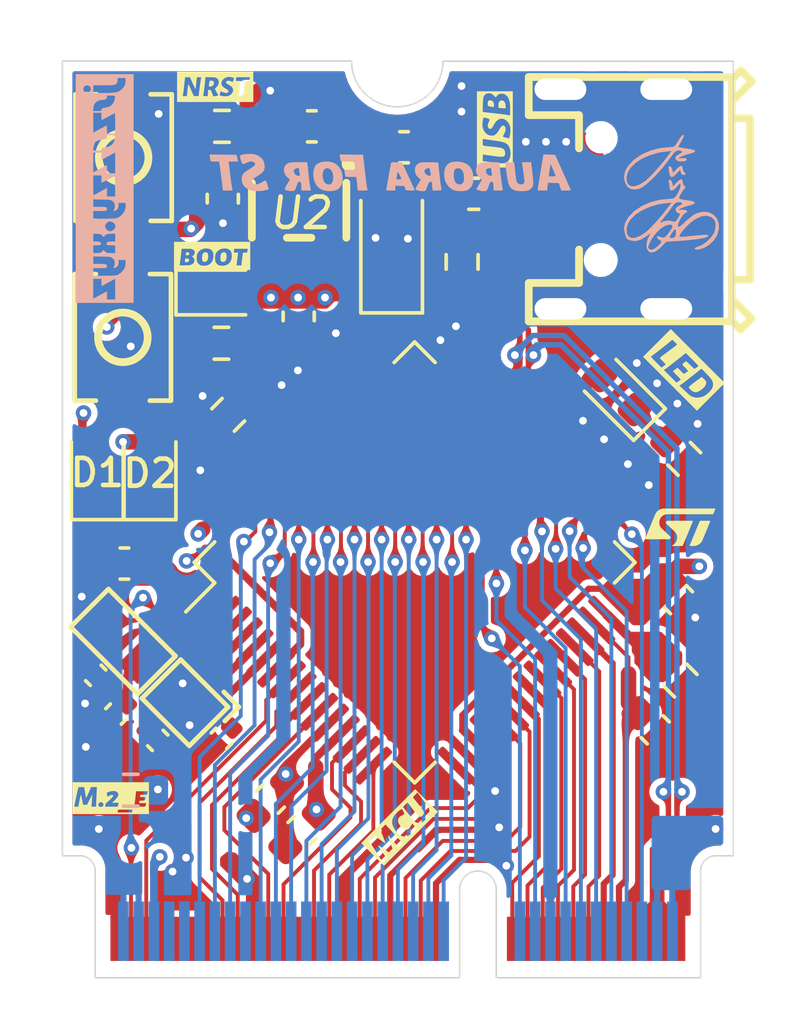
<source format=kicad_pcb>
(kicad_pcb (version 20211014) (generator pcbnew)
  (layers (0 "F.Cu" jumper) (1 "In1.Cu" jumper) (2 "In2.Cu" signal) (31 "B.Cu" signal) (34 "B.Paste" user) (35 "F.Paste" user) (36 "B.SilkS" user "B.Silkscreen") (37 "F.SilkS" user "F.Silkscreen") (38 "B.Mask" user) (39 "F.Mask" user) (44 "Edge.Cuts" user))
  (net 0 "")
  (net 1 "VBUS")
  (net 2 "GNDD")
  (net 3 "+3V3")
  (net 4 "VCC")
  (net 5 "/PC14")
  (net 6 "/PH1")
  (net 7 "/PC15")
  (net 8 "/PH0")
  (net 9 "/VBAT")
  (net 10 "/VBAT_IN")
  (net 11 "Net-(D3-Pad1)")
  (net 12 "/PB0")
  (net 13 "Net-(D5-Pad1)")
  (net 17 "/PB11")
  (net 18 "/BOOT0")
  (net 19 "/NRST")
  (net 20 "GNDA")
  (net 21 "/PC13")
  (net 22 "/PC0")
  (net 23 "/PC1")
  (net 24 "/PC2")
  (net 25 "/PC3")
  (net 26 "/PA0")
  (net 27 "/PA1")
  (net 28 "/PA2")
  (net 29 "/PA3")
  (net 30 "/PA4")
  (net 31 "/PA5")
  (net 32 "/PA6")
  (net 33 "/PA7")
  (net 34 "/PC4")
  (net 35 "/PC5")
  (net 36 "/PB1")
  (net 37 "/PB2")
  (net 38 "/PB10")
  (net 39 "/PB12")
  (net 40 "/PB13")
  (net 41 "/PB14")
  (net 42 "/PB15")
  (net 43 "/PC6")
  (net 44 "/PC7")
  (net 45 "/PC8")
  (net 46 "/PC9")
  (net 47 "/PA8")
  (net 48 "/PA9")
  (net 49 "/PA10")
  (net 50 "/PA13")
  (net 51 "/PA14")
  (net 52 "/PA15")
  (net 53 "/PC10")
  (net 54 "/PC11")
  (net 55 "/PC12")
  (net 56 "/PD2")
  (net 57 "/PB3")
  (net 58 "/PB4")
  (net 59 "/PB5")
  (net 60 "/PB6")
  (net 61 "/PB7")
  (net 62 "/PB8")
  (net 63 "/PB9")
  (net 65 "/ID")
  (net 66 "/USB_D+")
  (net 67 "/USB_D-")
  (net 68 "/PIN31")
  (net 69 "/PIN47")
  (footprint "Diode_SMD:D_SMF" (layer "F.Cu") (at 139.794996 87.808994 90)
    (fp_text reference "D4" hide)
    (fp_text value "BZD27Cxx" hide)
  )
  (footprint "Capacitor_SMD:C_0402_1005Metric" (layer "F.Cu") (at 130.094 101.9724 -45)
    (fp_text reference "C5" hide)
    (fp_text value "NOT DEFINE" hide)
  )
  (footprint "LOGO" (layer "F.Cu") (at 134.0104 82.677)
    (fp_text reference "G***" hide)
    (fp_text value "LOGO" hide)
  )
  (footprint "Package_QFP:LQFP-64_10x10mm_P0.5mm" (layer "F.Cu") (at 140.550011 98.270009 45)
    (fp_text reference "U1" hide)
    (fp_text value "STM32F446RETx" hide)
  )
  (footprint "Capacitor_SMD:C_0603_1608Metric" (layer "F.Cu") (at 135.81813 106.033603 45)
    (fp_text reference "C4" hide)
    (fp_text value "10NF" hide)
  )
  (footprint "kicad_lceda:FC-12M_L2.0-W1.2" (layer "F.Cu") (at 130.9878 100.8634 -45)
    (fp_text reference "X1" hide)
    (fp_text value "FC-12M32.768KHZ7PF20PPM" hide)
  )
  (footprint "Capacitor_SMD:C_0603_1608Metric" (layer "F.Cu") (at 134.2594 86.3446 90)
    (fp_text reference "C12" hide)
    (fp_text value "100NF" hide)
  )
  (footprint "Diode_SMD:D_SOD-323" (layer "F.Cu") (at 131.871999 95.368389 90)
    (fp_text reference "D2")
    (fp_text value "BAT60A" hide)
  )
  (footprint "Resistor_SMD:R_0603_1608Metric" (layer "F.Cu") (at 142.1064 88.4186 90)
    (fp_text reference "R6" hide)
    (fp_text value "NOT SURE" hide)
  )
  (footprint "Diode_SMD:D_SOD-323" (layer "F.Cu") (at 130.144799 95.368389 90)
    (fp_text reference "D1")
    (fp_text value "BAT60A" hide)
  )
  (footprint "kicad_lceda:SW-SMD_L4.0-W2.9-LS5.0" (layer "F.Cu") (at 130.9828 90.8912 -90)
    (fp_text reference "SW1" hide)
    (fp_text value "TS342A2P-WZ" hide)
  )
  (footprint "kicad_lceda:SW-SMD_L4.0-W2.9-LS5.0" (layer "F.Cu") (at 131.008196 84.998408 90)
    (fp_text reference "SW2" hide)
    (fp_text value "TS342A2P-WZ" hide)
  )
  (footprint "LOGO" (layer "F.Cu") (at 130.5814 105.9942)
    (fp_text reference "G***" hide)
    (fp_text value "LOGO" hide)
  )
  (footprint "Resistor_SMD:R_0603_1608Metric" (layer "F.Cu") (at 149.2708 102.1434 -45)
    (fp_text reference "R5" hide)
    (fp_text value "NOT SURE" hide)
  )
  (footprint "Capacitor_SMD:C_0603_1608Metric" (layer "F.Cu") (at 131.0336 98.308 180)
    (fp_text reference "C9" hide)
    (fp_text value "1UF" hide)
  )
  (footprint "LED_SMD:LED_0603_1608Metric" (layer "F.Cu") (at 147.200849 92.700856 135)
    (fp_text reference "D3" hide)
    (fp_text value "LED" hide)
  )
  (footprint "LOGO" (layer "F.Cu") (at 133.9088 88.2142)
    (fp_text reference "G***" hide)
    (fp_text value "LOGO" hide)
  )
  (footprint "kicad_lceda:SOT-23-5_L3.0-W1.7-P0.95-LS2.8-BR" (layer "F.Cu") (at 136.761296 86.725608 90)
    (fp_text reference "U2")
    (fp_text value "ME6217C33M5G" hide)
  )
  (footprint "Resistor_SMD:R_0603_1608Metric" (layer "F.Cu") (at 134.4372 93.4312 45)
    (fp_text reference "R1" hide)
    (fp_text value "4.7K" hide)
  )
  (footprint "Connector_PCBEdge:NGFF_E" (layer "F.Cu") (at 140 111.8875)
    (fp_text reference "J1" hide)
    (fp_text value "Bus_M.2_Socket_E" hide)
    (fp_line (start -9.925 -3.5) (end -9.925 0) (layer "Edge.Cuts") (width 0.05))
    (fp_line (start 10.425 -4) (end 11 -4) (layer "Edge.Cuts") (width 0.05))
    (fp_line (start 2.025 0) (end 2.025 -2.9) (layer "Edge.Cuts") (width 0.05))
    (fp_line (start -11 -4) (end -10.425 -4) (layer "Edge.Cuts") (width 0.05))
    (fp_line (start -9.925 0) (end 0 0) (layer "Edge.Cuts") (width 0.05))
    (fp_line (start 9.925 0) (end 9.925 -3.5) (layer "Edge.Cuts") (width 0.05))
    (fp_line (start 0 0) (end 2.025 0) (layer "Edge.Cuts") (width 0.05))
    (fp_line (start 3.225 -2.9) (end 3.225 0) (layer "Edge.Cuts") (width 0.05))
    (fp_line (start 3.225 0) (end 9.925 0) (layer "Edge.Cuts") (width 0.05))
    (fp_arc (start 2.025 -2.9) (mid 2.625 -3.5) (end 3.225 -2.9) (layer "Edge.Cuts") (width 0.05))
    (fp_arc (start -10.425 -4) (mid -10.071447 -3.853553) (end -9.925 -3.5) (layer "Edge.Cuts") (width 0.05))
    (fp_arc (start 9.925 -3.5) (mid 10.071447 -3.853553) (end 10.425 -4) (layer "Edge.Cuts") (width 0.05))
  )
  (footprint "Fuse:Fuse_0603_1608Metric" (layer "F.Cu") (at 142.4874 86.1834 180)
    (fp_text reference "F1" hide)
    (fp_text value "Fuse" hide)
  )
  (footprint "Resistor_SMD:R_0603_1608Metric" (layer "F.Cu") (at 134.2324 83.9736 180)
    (fp_text reference "R3" hide)
    (fp_text value "4.7K" hide)
  )
  (footprint "LOGO" (layer "F.Cu") (at 149.3774 91.948 -45)
    (fp_text reference "G***" hide)
    (fp_text value "LOGO" hide)
  )
  (footprint "Capacitor_SMD:C_0402_1005Metric" (layer "F.Cu") (at 134.2136 104.0384 -135)
    (fp_text reference "C6" hide)
    (fp_text value "18PF" hide)
  )
  (footprint "Capacitor_SMD:C_0603_1608Metric" (layer "F.Cu") (at 148.4376 103.759 -45)
    (fp_text reference "C11" hide)
    (fp_text value "NOT SURE" hide)
  )
  (footprint "Resistor_SMD:R_0603_1608Metric" (layer "F.Cu") (at 149.39 94.875 -45)
    (fp_text reference "R4" hide)
    (fp_text value "1K" hide)
  )
  (footprint "Capacitor_SMD:C_0603_1608Metric" (layer "F.Cu") (at 136.7486 90.2054 -90)
    (fp_text reference "C1" hide)
    (fp_text value "10UF" hide)
  )
  (footprint "Resistor_SMD:R_0603_1608Metric" (layer "F.Cu") (at 134.2136 91.0844)
    (fp_text reference "R7" hide)
    (fp_text value "1K" hide)
  )
  (footprint "Capacitor_SMD:C_0402_1005Metric" (layer "F.Cu") (at 130.7544 103.2424 -135)
    (fp_text reference "C8" hide)
    (fp_text value "NOT DEFINE" hide)
  )
  (footprint "Capacitor_SMD:C_0402_1005Metric" (layer "F.Cu") (at 132.126 104.106 -45)
    (fp_text reference "C10" hide)
    (fp_text value "18PF" hide)
  )
  (footprint "LOGO" (layer "F.Cu") (at 140.0556 106.9594 45)
    (fp_text reference "G***" hide)
    (fp_text value "LOGO" hide)
  )
  (footprint "Capacitor_SMD:C_0603_1608Metric" (layer "F.Cu") (at 136.85813 107.058603 -135)
    (fp_text reference "C7" hide)
    (fp_text value "1UF" hide)
  )
  (footprint "Capacitor_SMD:C_0603_1608Metric" (layer "F.Cu") (at 137.1788 83.9736 180)
    (fp_text reference "C2" hide)
    (fp_text value "10UF" hide)
  )
  (footprint "Capacitor_SMD:C_0603_1608Metric" (layer "F.Cu") (at 149.1996 99.4918 -45)
    (fp_text reference "C3" hide)
    (fp_text value "100NF" hide)
  )
  (footprint "kicad_lceda:CRYSTAL-SMD_4P-L1.6-W1.2-BL" (layer "F.Cu") (at 133.0198 102.87 135)
    (fp_text reference "X2" hide)
    (fp_text value "7R24000E12UBE" hide)
  )
  (footprint "LED_SMD:LED_0603_1608Metric" (layer "F.Cu") (at 134.2086 89.418)
    (fp_text reference "D5" hide)
    (fp_text value "LED" hide)
  )
  (footprint "Capacitor_SMD:C_0603_1608Metric" (layer "F.Cu") (at 140.2014 84.6594)
    (fp_text reference "C13" hide)
    (fp_text value "10UF" hide)
  )
  (footprint "LOGO" (layer "F.Cu") (at 143.1798 84.074 90)
    (fp_text reference "G***" hide)
    (fp_text value "LOGO" hide)
  )
  (footprint "kicad_lceda:MICRO-USB-SMD_U-F-M5DD-Y-1" (layer "F.Cu") (at 147.0648 86.3562)
    (fp_text reference "USB" hide)
    (fp_text value "U-F-M5DD-Y-1" hide)
  )
  (footprint "LOGO" (layer "B.Cu") (at 149.08499 86.053839 90)
    (fp_text reference "G***" hide)
    (fp_text value "LOGO" hide)
  )
  (footprint "Resistor_SMD:R_0603_1608Metric" (layer "B.Cu") (at 131.2418 105.7402 180)
    (fp_text reference "R2" hide)
    (fp_text value "0R" hide)
  )
  (footprint "LOGO" (layer "B.Cu") (at 130.3782 86.0044 -90)
    (fp_text reference "G***" hide)
    (fp_text value "LOGO" hide)
  )
  (footprint "LOGO" (layer "B.Cu") (at 139.8016 85.4964 180)
    (fp_text reference "G***" hide)
    (fp_text value "LOGO" hide)
  )
  (gr_poly (pts (xy 149.664314 96.927988) (xy 149.664288 96.927133) (xy 149.66422 96.926283) (xy 149.66411 96.925442) (xy 149.663959 96.924609) (xy 149.663768 96.923786) (xy 149.663538 96.922975) (xy 149.663269 96.922178) (xy 149.662961 96.921394) (xy 149.662615 96.920627) (xy 149.662232 96.919877) (xy 149.661813 96.919146) (xy 149.661357 96.918435) (xy 149.660866 96.917745) (xy 149.660341 96.917079) (xy 149.659781 96.916437) (xy 149.659187 96.915821) (xy 149.658564 96.915235) (xy 149.657915 96.914682) (xy 149.657242 96.914165) (xy 149.656546 96.913682) (xy 149.65583 96.913236) (xy 149.655094 96.912825) (xy 149.654339 96.912452) (xy 149.653568 96.912115) (xy 149.652781 96.911817) (xy 149.65198 96.911558) (xy 149.651166 96.911337) (xy 149.650341 96.911157) (xy 149.649506 96.911016) (xy 149.648663 96.910917) (xy 149.647813 96.910859) (xy 149.646958 96.910843) (xy 148.848551 96.910843) (xy 148.844511 96.910996) (xy 148.840517 96.911447) (xy 148.836584 96.912186) (xy 148.832725 96.913199) (xy 148.828955 96.914476) (xy 148.825288 96.916005) (xy 148.821739 96.917775) (xy 148.818322 96.919773) (xy 148.815052 96.921987) (xy 148.811942 96.924408) (xy 148.809007 96.927022) (xy 148.806262 96.929818) (xy 148.80372 96.932785) (xy 148.801396 96.935911) (xy 148.799305 96.939184) (xy 148.79746 96.942593) (xy 148.795877 96.946126) (xy 148.794568 96.949771) (xy 148.79355 96.953517) (xy 148.792836 96.957352) (xy 148.79244 96.961264) (xy 148.792377 96.965243) (xy 148.792661 96.969275) (xy 148.793306 96.973351) (xy 148.794327 96.977457) (xy 148.795739 96.981583) (xy 148.797555 96.985716) (xy 148.799789 96.989846) (xy 148.802457 96.99396) (xy 148.805572 96.998047) (xy 148.80915 97.002095) (xy 148.813203 97.006093) (xy 149.076939 97.251732) (xy 149.081483 97.256236) (xy 149.086644 97.261744) (xy 149.093268 97.269312) (xy 149.101009 97.278859) (xy 149.109522 97.290303) (xy 149.118459 97.303561) (xy 149.122979 97.310845) (xy 149.127475 97.318552) (xy 149.131904 97.326672) (xy 149.136223 97.335195) (xy 149.140388 97.344109) (xy 149.144357 97.353405) (xy 149.148085 97.363073) (xy 149.15153 97.373103) (xy 149.154648 97.383484) (xy 149.157396 97.394205) (xy 149.159731 97.405257) (xy 149.161609 97.41663) (xy 149.162987 97.428313) (xy 149.163822 97.440296) (xy 149.164071 97.452568) (xy 149.16369 97.46512) (xy 149.162636 97.477941) (xy 149.160865 97.491021) (xy 149.158832 97.502508) (xy 149.156434 97.513714) (xy 149.150609 97.535277) (xy 149.143519 97.55571) (xy 149.135292 97.575013) (xy 149.126057 97.593185) (xy 149.115943 97.610225) (xy 149.10508 97.626133) (xy 149.093595 97.640908) (xy 149.081618 97.654549) (xy 149.069277 97.667056) (xy 149.056702 97.678428) (xy 149.04402 97.688665) (xy 149.031362 97.697766) (xy 149.018855 97.70573) (xy 149.006629 97.712556) (xy 148.994813 97.718245) (xy 148.994633 97.718322) (xy 148.994459 97.718406) (xy 148.99429 97.718497) (xy 148.994127 97.718596) (xy 148.993969 97.7187) (xy 148.993817 97.718812) (xy 148.99367 97.718929) (xy 148.99353 97.719052) (xy 148.993395 97.719181) (xy 148.993267 97.719315) (xy 148.993145 97.719454) (xy 148.99303 97.719599) (xy 148.992921 97.719748) (xy 148.992818 97.719901) (xy 148.992723 97.720059) (xy 148.992635 97.72022) (xy 148.992553 97.720385) (xy 148.992479 97.720554) (xy 148.992412 97.720726) (xy 148.992353 97.7209) (xy 148.992301 97.721078) (xy 148.992257 97.721258) (xy 148.99222 97.72144) (xy 148.992192 97.721624) (xy 148.992172 97.72181) (xy 148.99216 97.721997) (xy 148.992156 97.722185) (xy 148.992161 97.722375) (xy 148.992175 97.722565) (xy 148.992197 97.722756) (xy 148.992228 97.722946) (xy 148.992268 97.723137) (xy 148.992317 97.723326) (xy 148.992373 97.723511) (xy 148.992438 97.723692) (xy 148.99251 97.723868) (xy 148.99259 97.72404) (xy 148.992677 97.724208) (xy 148.99277 97.72437) (xy 148.992871 97.724528) (xy 148.992978 97.72468) (xy 148.993091 97.724827) (xy 148.99321 97.724969) (xy 148.993336 97.725105) (xy 148.993466 97.725235) (xy 148.993602 97.72536) (xy 148.993744 97.725478) (xy 148.99389 97.72559) (xy 148.994041 97.725695) (xy 148.994196 97.725794) (xy 148.994356 97.725886) (xy 148.994519 97.725972) (xy 148.994687 97.72605) (xy 148.994858 97.726121) (xy 148.995033 97.726184) (xy 148.99521 97.72624) (xy 148.995391 97.726288) (xy 148.995574 97.726328) (xy 148.99576 97.72636) (xy 148.995948 97.726384) (xy 148.996138 97.7264) (xy 148.99633 97.726407) (xy 148.996523 97.726405) (xy 148.996718 97.726394) (xy 149.304164 97.726394) (xy 149.307602 97.7263) (xy 149.310989 97.725951) (xy 149.314312 97.725355) (xy 149.317561 97.724519) (xy 149.320722 97.723451) (xy 149.323786 97.722159) (xy 149.326741 97.72065) (xy 149.329574 97.718931) (xy 149.332274 97.717011) (xy 149.334831 97.714897) (xy 149.337232 97.712596) (xy 149.339465 97.710117) (xy 149.34152 97.707466) (xy 149.343385 97.704651) (xy 149.345047 97.70168) (xy 149.346497 97.69856) (xy 149.662939 96.93402) (xy 149.663107 96.933667) (xy 149.663265 96.933309) (xy 149.663413 96.932947) (xy 149.663549 96.932581) (xy 149.663674 96.932212) (xy 149.663789 96.93184) (xy 149.663892 96.931464) (xy 149.663984 96.931086) (xy 149.664065 96.930705) (xy 149.664135 96.930321) (xy 149.664193 96.929936) (xy 149.66424 96.929549) (xy 149.664276 96.929161) (xy 149.6643 96.928771) (xy 149.664313 96.92838) (xy 149.664314 96.927988)) (layer "F.SilkS") (width 0.010583) (fill solid))
  (gr_poly (pts (xy 150.383134 96.509417) (xy 148.724409 96.509417) (xy 148.701754 96.510228) (xy 148.67944 96.512675) (xy 148.657538 96.516711) (xy 148.636121 96.522287) (xy 148.615262 96.529357) (xy 148.595034 96.537873) (xy 148.575509 96.547789) (xy 148.556759 96.559057) (xy 148.538859 96.571629) (xy 148.521879 96.585458) (xy 148.505894 96.600498) (xy 148.490975 96.6167) (xy 148.477196 96.634018) (xy 148.464629 96.652404) (xy 148.453346 96.671811) (xy 148.443421 96.692191) (xy 148.115973 97.480967) (xy 148.115584 97.481974) (xy 148.115262 97.482996) (xy 148.115006 97.48403) (xy 148.114815 97.485073) (xy 148.11469 97.486122) (xy 148.114629 97.487174) (xy 148.114633 97.488226) (xy 148.114701 97.489275) (xy 148.114834 97.490318) (xy 148.11503 97.491352) (xy 148.11529 97.492373) (xy 148.115613 97.493379) (xy 148.115999 97.494367) (xy 148.116448 97.495333) (xy 148.116959 97.496275) (xy 148.117532 97.49719) (xy 148.118161 97.498066) (xy 148.118839 97.498896) (xy 148.119563 97.499677) (xy 148.120331 97.500409) (xy 148.12114 97.501089) (xy 148.121986 97.501717) (xy 148.122868 97.50229) (xy 148.123783 97.502808) (xy 148.124728 97.503268) (xy 148.1257 97.503671) (xy 148.126696 97.504014) (xy 148.127715 97.504295) (xy 148.128753 97.504514) (xy 148.129807 97.504668) (xy 148.130875 97.504757) (xy 148.131954 97.504779) (xy 148.880936 97.504779) (xy 148.88581 97.504631) (xy 148.890505 97.504194) (xy 148.895014 97.50348) (xy 148.899331 97.502498) (xy 148.90345 97.501262) (xy 148.907364 97.499782) (xy 148.911067 97.49807) (xy 148.914551 97.496136) (xy 148.917812 97.493992) (xy 148.920841 97.491649) (xy 148.923632 97.489119) (xy 148.92618 97.486412) (xy 148.928477 97.483541) (xy 148.930517 97.480515) (xy 148.932294 97.477347) (xy 148.9338 97.474048) (xy 148.93503 97.470629) (xy 148.935977 97.467101) (xy 148.936634 97.463476) (xy 148.936995 97.459764) (xy 148.937053 97.455978) (xy 148.936803 97.452127) (xy 148.936236 97.448225) (xy 148.935348 97.444281) (xy 148.934131 97.440307) (xy 148.932578 97.436315) (xy 148.930684 97.432315) (xy 148.928442 97.428319) (xy 148.925845 97.424338) (xy 148.922887 97.420384) (xy 148.919561 97.416467) (xy 148.915861 97.412599) (xy 148.6408 97.155) (xy 148.627853 97.141183) (xy 148.616122 97.126365) (xy 148.605614 97.110641) (xy 148.596333 97.094105) (xy 148.588285 97.076851) (xy 148.581478 97.058974) (xy 148.575915 97.040568) (xy 148.571604 97.021728) (xy 148.568549 97.002548) (xy 148.566757 96.983122) (xy 148.566233 96.963545) (xy 148.566983 96.943912) (xy 148.569014 96.924316) (xy 148.57233 96.904852) (xy 148.576938 96.885614) (xy 148.582843 96.866697) (xy 148.590052 96.848195) (xy 148.598569 96.830203) (xy 148.608401 96.812815) (xy 148.619554 96.796125) (xy 148.632033 96.780228) (xy 148.645844 96.765218) (xy 148.660994 96.751189) (xy 148.677486 96.738237) (xy 148.695329 96.726455) (xy 148.714527 96.715937) (xy 148.735085 96.706779) (xy 148.757011 96.699074) (xy 148.78031 96.692917) (xy 148.804987 96.688402) (xy 148.831048 96.685624) (xy 148.858499 96.684677) (xy 150.32482 96.684677) (xy 150.32619 96.684627) (xy 150.327537 96.684472) (xy 150.328856 96.684215) (xy 150.330142 96.683859) (xy 150.331389 96.683408) (xy 150.332594 96.682865) (xy 150.333752 96.682234) (xy 150.334857 96.681518) (xy 150.335905 96.68072) (xy 150.33689 96.679845) (xy 150.337808 96.678894) (xy 150.338655 96.677872) (xy 150.339425 96.676783) (xy 150.340113 96.675629) (xy 150.340714 96.674414) (xy 150.341224 96.673141) (xy 150.399221 96.532912) (xy 150.399377 96.53252) (xy 150.399523 96.532125) (xy 150.399658 96.531727) (xy 150.399784 96.531326) (xy 150.3999 96.530922) (xy 150.400005 96.530515) (xy 150.4001 96.530106) (xy 150.400185 96.529695) (xy 150.40026 96.529282) (xy 150.400324 96.528867) (xy 150.400378 96.52845) (xy 150.400422 96.528032) (xy 150.400455 96.527613) (xy 150.400477 96.527193) (xy 150.400489 96.526772) (xy 150.400491 96.52635) (xy 150.400448 96.525473) (xy 150.400362 96.524608) (xy 150.400234 96.523756) (xy 150.400066 96.522918) (xy 150.399858 96.522096) (xy 150.399611 96.521289) (xy 150.399328 96.520501) (xy 150.399007 96.51973) (xy 150.398652 96.518979) (xy 150.398262 96.518248) (xy 150.397838 96.517539) (xy 150.397383 96.516852) (xy 150.396896 96.516189) (xy 150.39638 96.51555) (xy 150.395834 96.514937) (xy 150.39526 96.51435) (xy 150.39466 96.513791) (xy 150.394033 96.513261) (xy 150.393382 96.51276) (xy 150.392707 96.51229) (xy 150.392009 96.511851) (xy 150.391289 96.511446) (xy 150.390549 96.511074) (xy 150.389789 96.510737) (xy 150.389011 96.510436) (xy 150.388216 96.510171) (xy 150.387404 96.509945) (xy 150.386576 96.509757) (xy 150.385735 96.50961) (xy 150.38488 96.509503) (xy 150.384013 96.509439) (xy 150.383134 96.509417)) (layer "F.SilkS") (width 0.010583) (fill solid))
  (gr_poly (pts (xy 150.217823 96.910949) (xy 149.9362 96.910949) (xy 149.932763 96.911048) (xy 149.929378 96.911401) (xy 149.926057 96.912001) (xy 149.92281 96.912839) (xy 149.91965 96.913909) (xy 149.916587 96.915202) (xy 149.913634 96.916712) (xy 149.910802 96.91843) (xy 149.908102 96.920349) (xy 149.905545 96.922462) (xy 149.903144 96.924761) (xy 149.90091 96.927239) (xy 149.898853 96.929887) (xy 149.896986 96.932699) (xy 149.89532 96.935667) (xy 149.893867 96.938783) (xy 149.578378 97.700783) (xy 149.578138 97.701243) (xy 149.577913 97.70171) (xy 149.577703 97.702183) (xy 149.577508 97.702662) (xy 149.577328 97.703146) (xy 149.577163 97.703635) (xy 149.577013 97.704129) (xy 149.576879 97.704627) (xy 149.57676 97.705128) (xy 149.576657 97.705634) (xy 149.576569 97.706142) (xy 149.576497 97.706654) (xy 149.57644 97.707167) (xy 149.5764 97.707683) (xy 149.576375 97.708201) (xy 149.576367 97.70872) (xy 149.576393 97.70957) (xy 149.576461 97.710414) (xy 149.57657 97.711251) (xy 149.57672 97.712079) (xy 149.57691 97.712896) (xy 149.577139 97.713702) (xy 149.577406 97.714495) (xy 149.577712 97.715273) (xy 149.578056 97.716036) (xy 149.578436 97.716781) (xy 149.578853 97.717508) (xy 149.579306 97.718215) (xy 149.579794 97.7189) (xy 149.580316 97.719562) (xy 149.580873 97.7202) (xy 149.581463 97.720813) (xy 149.582083 97.721395) (xy 149.582728 97.721944) (xy 149.583397 97.722458) (xy 149.584088 97.722938) (xy 149.5848 97.723382) (xy 149.585532 97.72379) (xy 149.586282 97.724161) (xy 149.587048 97.724495) (xy 149.58783 97.724791) (xy 149.588627 97.725049) (xy 149.589435 97.725268) (xy 149.590255 97.725448) (xy 149.591085 97.725587) (xy 149.591922 97.725686) (xy 149.592767 97.725744) (xy 149.593618 97.725759) (xy 149.69871 97.725759) (xy 149.721736 97.72499) (xy 149.744411 97.722531) (xy 149.766657 97.718434) (xy 149.788401 97.712747) (xy 149.809565 97.705521) (xy 149.830074 97.696806) (xy 149.849852 97.686652) (xy 149.868823 97.675109) (xy 149.886912 97.662226) (xy 149.904043 97.648055) (xy 149.920139 97.632644) (xy 149.935124 97.616044) (xy 149.948924 97.598305) (xy 149.961462 97.579477) (xy 149.972663 97.559609) (xy 149.982449 97.538752) (xy 150.233168 96.933491) (xy 150.233314 96.93311) (xy 150.23345 96.932726) (xy 150.233578 96.93234) (xy 150.233697 96.931951) (xy 150.233808 96.93156) (xy 150.233909 96.931166) (xy 150.234002 96.93077) (xy 150.234086 96.930373) (xy 150.234162 96.929973) (xy 150.234228 96.929573) (xy 150.234286 96.92917) (xy 150.234334 96.928766) (xy 150.234374 96.928361) (xy 150.234404 96.927956) (xy 150.234426 96.927549) (xy 150.234438 96.927141) (xy 150.234382 96.926309) (xy 150.234286 96.925488) (xy 150.234151 96.92468) (xy 150.233979 96.923885) (xy 150.233771 96.923105) (xy 150.233527 96.922341) (xy 150.233248 96.921593) (xy 150.232936 96.920862) (xy 150.232591 96.92015) (xy 150.232214 96.919456) (xy 150.231806 96.918783) (xy 150.231369 96.918131) (xy 150.230902 96.917501) (xy 150.230408 96.916894) (xy 150.229887 96.916311) (xy 150.22934 96.915752) (xy 150.228767 96.915219) (xy 150.228171 96.914713) (xy 150.227551 96.914235) (xy 150.226909 96.913785) (xy 150.226246 96.913364) (xy 150.225563 96.912974) (xy 150.22486 96.912615) (xy 150.224139 96.912289) (xy 150.2234 96.911995) (xy 150.222645 96.911736) (xy 150.221875 96.911512) (xy 150.221089 96.911323) (xy 150.220291 96.911172) (xy 150.219479 96.911059) (xy 150.218656 96.910984) (xy 150.217823 96.910949)) (layer "F.SilkS") (width 0.010583) (fill solid))
  (gr_line (start 151 107.8875) (end 151 81.8388) (layer "Edge.Cuts") (width 0.05))
  (gr_line (start 129 81.83) (end 138.4808 81.83) (layer "Edge.Cuts") (width 0.05))
  (gr_line (start 141.478 81.8388) (end 151 81.8388) (layer "Edge.Cuts") (width 0.05))
  (gr_arc (start 141.478 81.8388) (mid 139.974988 83.336931) (end 138.4808 81.83) (layer "Edge.Cuts") (width 0.05))
  (gr_line (start 129 107.8875) (end 129 81.83) (layer "Edge.Cuts") (width 0.05))
  (segment (start 133.0534 107.95) (end 133.0534 108.9877) (width 0.2032) (layer "F.Cu") (net 2))
  (segment (start 133.75 109.6843) (end 133.75 110.6125) (width 0.2032) (layer "F.Cu") (net 2))
  (segment (start 133.0534 108.9877) (end 133.75 109.6843) (width 0.2032) (layer "F.Cu") (net 2))
  (segment (start 143.363899 108.02302) (end 142.01958 108.02302) (width 0.2032) (layer "F.Cu") (net 2))
  (segment (start 143.556 108.215121) (end 143.363899 108.02302) (width 0.2032) (layer "F.Cu") (net 2))
  (segment (start 132.6134 108.4072) (end 132.25 108.7706) (width 0.2032) (layer "F.Cu") (net 2))
  (segment (start 132.25 108.7706) (end 132.25 110.6125) (width 0.2032) (layer "F.Cu") (net 2))
  (segment (start 143.323044 106.9572) (end 143.244644 107.0356) (width 0.2032) (layer "F.Cu") (net 2))
  (segment (start 143.244644 107.0356) (end 141.2494 107.0356) (width 0.2032) (layer "F.Cu") (net 2))
  (segment (start 139.75 108.535) (end 139.75 110.6125) (width 0.2032) (layer "F.Cu") (net 2))
  (segment (start 142.01958 108.02302) (end 141.25 108.7926) (width 0.2032) (layer "F.Cu") (net 2))
  (segment (start 135.056 108.6458) (end 135.056 108.655) (width 0.2032) (layer "F.Cu") (net 2))
  (segment (start 141.25 108.7926) (end 141.25 110.6125) (width 0.2032) (layer "F.Cu") (net 2))
  (segment (start 135.25 108.849) (end 135.25 110.6125) (width 0.2032) (layer "F.Cu") (net 2))
  (segment (start 135.056 108.655) (end 135.25 108.849) (width 0.2032) (layer "F.Cu") (net 2))
  (segment (start 143.188 105.7656) (end 143.188 105.504194) (width 0.254) (layer "F.Cu") (net 2))
  (segment (start 141.2494 107.0356) (end 139.75 108.535) (width 0.2032) (layer "F.Cu") (net 2))
  (segment (start 143.188 105.504194) (end 142.264734 104.580928) (width 0.254) (layer "F.Cu") (net 2))
  (via (at 132.9436 102.235) (size 0.508) (drill 0.254) (layers "F.Cu" "B.Cu") (net 2))
  (via (at 146.0688 93.6256) (size 0.508) (drill 0.254) (layers "F.Cu" "B.Cu") (net 2))
  (via (at 133.5974 92.8128) (size 0.508) (drill 0.254) (layers "F.Cu" "B.Cu") (net 2))
  (via (at 143.556 108.215121) (size 0.508) (drill 0.254) (layers "F.Cu" "B.Cu") (net 2))
  (via (at 129.7686 104.3178) (size 0.508) (drill 0.254) (layers "F.Cu" "B.Cu") (net 2))
  (via (at 129.635 99.3914) (size 0.508) (drill 0.254) (layers "F.Cu" "B.Cu") (net 2))
  (via (at 148.2278 95.7338) (size 0.508) (drill 0.254) (layers "F.Cu" "B.Cu") (net 2))
  (via (at 147.542 95.048) (size 0.508) (drill 0.254) (layers "F.Cu" "B.Cu") (net 2))
  (via (at 133.5212 95.2512) (size 0.508) (drill 0.254) (layers "F.Cu" "B.Cu") (net 2))
  (via (at 140.3284 87.6566) (size 0.508) (drill 0.254) (layers "F.Cu" "B.Cu") (net 2))
  (via (at 149.828 93.7272) (size 0.508) (drill 0.254) (layers "F.Cu" "B.Cu") (net 2))
  (via (at 134.2644 87.1474) (size 0.508) (drill 0.254) (layers "F.Cu" "B.Cu") (net 2))
  (via (at 144.1958 84.4804) (size 0.508) (drill 0.254) (layers "F.Cu" "B.Cu") (net 2))
  (via (at 136.1882 92.4572) (size 0.508) (drill 0.254) (layers "F.Cu" "B.Cu") (net 2))
  (via (at 136.7216 91.9746) (size 0.508) (drill 0.254) (layers "F.Cu" "B.Cu") (net 2))
  (via (at 139.2682 87.63) (size 0.508) (drill 0.254) (layers "F.Cu" "B.Cu") (net 2))
  (via (at 146.7612 94.234) (size 0.508) (drill 0.254) (layers "F.Cu" "B.Cu") (net 2))
  (via (at 143.188 105.7656) (size 0.508) (drill 0.254) (layers "F.Cu" "B.Cu") (net 2))
  (via (at 147.834383 91.733583) (size 0.508) (drill 0.254) (layers "F.Cu" "B.Cu") (net 2))
  (via (at 141.9032 90.5268) (size 0.508) (drill 0.254) (layers "F.Cu" "B.Cu") (net 2))
  (via (at 142.0876 83.4898) (size 0.508) (drill 0.254) (layers "F.Cu" "B.Cu") (net 2))
  (via (at 149.7518 100.0772) (size 0.508) (drill 0.254) (layers "F.Cu" "B.Cu") (net 2))
  (via (at 135.056 108.6458) (size 0.508) (drill 0.254) (layers "F.Cu" "B.Cu") (net 2))
  (via (at 129.7432 102.8954) (size 0.508) (drill 0.254) (layers "F.Cu" "B.Cu") (net 2))
  (via (at 133.1722 103.6066) (size 0.508) (drill 0.254) (layers "F.Cu" "B.Cu") (net 2))
  (via (at 133.0534 107.95) (size 0.508) (drill 0.254) (layers "F.Cu" "B.Cu") (net 2))
  (via (at 132.6134 108.4072) (size 0.508) (drill 0.254) (layers "F.Cu" "B.Cu") (net 2))
  (via (at 148.498922 92.398122) (size 0.508) (drill 0.254) (layers "F.Cu" "B.Cu") (net 2))
  (via (at 143.323044 106.9572) (size 0.508) (drill 0.254) (layers "F.Cu" "B.Cu") (net 2))
  (via (at 132.1562 83.566) (size 0.508) (drill 0.254) (layers "F.Cu" "B.Cu") (net 2))
  (via (at 142.0876 82.6516) (size 0.508) (drill 0.254) (layers "F.Cu" "B.Cu") (net 2))
  (via (at 131.2418 91.186) (size 0.508) (drill 0.254) (layers "F.Cu" "B.Cu") (net 2))
  (via (at 141.3952 90.984) (size 0.508) (drill 0.254) (layers "F.Cu" "B.Cu") (net 2))
  (via (at 149.163461 93.062661) (size 0.508) (drill 0.254) (layers "F.Cu" "B.Cu") (net 2))
  (via (at 145.5166 84.4804) (size 0.508) (drill 0.254) (layers "F.Cu" "B.Cu") (net 2))
  (via (at 137.9662 90.7554) (size 0.508) (drill 0.254) (layers "F.Cu" "B.Cu") (net 2))
  (via (at 144.8562 84.4804) (size 0.508) (drill 0.254) (layers "F.Cu" "B.Cu") (net 2))
  (segment (start 129.98 94.3184) (end 129.7432 94.0816) (width 0.2032) (layer "F.Cu") (net 3))
  (segment (start 135.8138 82.804) (end 135.4328 82.804) (width 0.508) (layer "F.Cu") (net 3))
  (segment (start 138.144 89.587) (end 140.505 91.948) (width 0.254) (layer "F.Cu") (net 3))
  (segment (start 140.505 91.948) (end 141.5687 91.948) (width 0.254) (layer "F.Cu") (net 3))
  (segment (start 142.113 103.2764) (end 146.255793 99.133607) (width 0.2032) (layer "F.Cu") (net 3))
  (segment (start 130.9828 90.0226) (end 130.9828 88.8567) (width 0.254) (layer "F.Cu") (net 3))
  (segment (start 148.651592 98.943792) (end 148.655408 98.943792) (width 0.508) (layer "F.Cu") (net 3))
  (segment (start 138.111979 103.873821) (end 137.287 104.6988) (width 0.254) (layer "F.Cu") (net 3))
  (segment (start 133.604 97.1804) (end 133.4516 97.3328) (width 0.508) (layer "F.Cu") (net 3))
  (segment (start 149.1996 98.3996) (end 149.8854 98.3996) (width 0.508) (layer "F.Cu") (net 3))
  (segment (start 129.7432 94.0816) (end 129.6924 94.0308) (width 0.2032) (layer "F.Cu") (net 3))
  (segment (start 141.5687 91.948) (end 141.911181 91.605519) (width 0.254) (layer "F.Cu") (net 3))
  (segment (start 135.0608 83.176) (end 135.0608 83.7966) (width 0.508) (layer "F.Cu") (net 3))
  (segment (start 138.128159 103.873821) (end 138.111979 103.873821) (width 0.254) (layer "F.Cu") (net 3))
  (segment (start 148.655408 98.943792) (end 149.1996 98.3996) (width 0.508) (layer "F.Cu") (net 3))
  (segment (start 129.6924 94.0308) (end 129.6924 93.3704) (width 0.2032) (layer "F.Cu") (net 3))
  (segment (start 146.716907 99.133607) (end 147.214481 99.631181) (width 0.2032) (layer "F.Cu") (net 3))
  (segment (start 130.4544 90.551) (end 130.9828 90.0226) (width 0.254) (layer "F.Cu") (net 3))
  (segment (start 137.287 104.6988) (end 137.287 104.9528) (width 0.254) (layer "F.Cu") (net 3))
  (segment (start 135.4328 82.804) (end 135.0608 83.176) (width 0.508) (layer "F.Cu") (net 3))
  (segment (start 137.307533 104.973333) (end 137.307533 106.41199) (width 0.508) (layer "F.Cu") (net 3))
  (segment (start 138.144 89.587) (end 137.6106 89.587) (width 0.254) (layer "F.Cu") (net 3))
  (segment (start 142.618287 104.227375) (end 142.113 103.722088) (width 0.2032) (layer "F.Cu") (net 3))
  (segment (start 146.255793 99.133607) (end 146.716907 99.133607) (width 0.2032) (layer "F.Cu") (net 3))
  (segment (start 142.113 103.722088) (end 142.113 103.2764) (width 0.2032) (layer "F.Cu") (net 3))
  (segment (start 133.875581 96.908819) (end 133.604 97.1804) (width 0.254) (layer "F.Cu") (net 3))
  (segment (start 133.885519 96.908819) (end 133.875581 96.908819) (width 0.254) (layer "F.Cu") (net 3))
  (segment (start 130.1448 94.3184) (end 129.98 94.3184) (width 0.2032) (layer "F.Cu") (net 3))
  (via (at 137.6106 89.587) (size 0.508) (drill 0.254) (layers "F.Cu" "B.Cu") (net 3))
  (via (at 149.8854 98.3996) (size 0.508) (drill 0.254) (layers "F.Cu" "B.Cu") (net 3))
  (via (at 135.0264 106.6546) (size 0.508) (drill 0.254) (layers "F.Cu" "B.Cu") (net 3))
  (via (at 135.8138 82.804) (size 0.508) (drill 0.254) (layers "F.Cu" "B.Cu") (net 3))
  (via (at 150.4175 107.0102) (size 0.508) (drill 0.254) (layers "F.Cu" "B.Cu") (net 3))
  (via (at 137.33145 106.36885) (size 0.508) (drill 0.254) (layers "F.Cu" "B.Cu") (net 3))
  (via (at 130.1938 107.0114) (size 0.508) (drill 0.254) (layers "F.Cu" "B.Cu") (net 3))
  (via (at 136.7282 89.587) (size 0.508) (drill 0.254) (layers "F.Cu" "B.Cu") (net 3))
  (via (at 130.4544 90.551) (size 0.508) (drill 0.254) (layers "F.Cu" "B.Cu") (net 3))
  (via (at 133.4516 97.3328) (size 0.508) (drill 0.254) (layers "F.Cu" "B.Cu") (net 3))
  (via (at 129.6924 93.3704) (size 0.508) (drill 0.254) (layers "F.Cu" "B.Cu") (net 3))
  (via (at 135.8392 89.587) (size 0.508) (drill 0.254) (layers "F.Cu" "B.Cu") (net 3))
  (segment (start 131 110.3625) (end 131 109.03) (width 0.2032) (layer "B.Cu") (net 3))
  (segment (start 148.5 110.3625) (end 148.5 108.9544) (width 0.2032) (layer "B.Cu") (net 3))
  (segment (start 131.5 110.3625) (end 131.5 109.0464) (width 0.2032) (layer "B.Cu") (net 3))
  (segment (start 149 110.3625) (end 149 108.9188) (width 0.2032) (layer "B.Cu") (net 3))
  (segment (start 129.754589 100.875297) (end 130.377143 100.252743) (width 0.2032) (layer "F.Cu") (net 5))
  (segment (start 134.592625 100.338287) (end 134.042112 100.8888) (width 0.127) (layer "F.Cu") (net 5))
  (segment (start 132.5476 100.8888) (end 131.817 100.1582) (width 0.127) (layer "F.Cu") (net 5))
  (segment (start 134.042112 100.8888) (end 132.5476 100.8888) (width 0.127) (layer "F.Cu") (net 5))
  (segment (start 130.991686 100.1582) (end 130.651743 100.498143) (width 0.127) (layer "F.Cu") (net 5))
  (segment (start 131.817 100.1582) (end 130.991686 100.1582) (width 0.127) (layer "F.Cu") (net 5))
  (segment (start 129.754589 101.632989) (end 129.754589 100.875297) (width 0.2032) (layer "F.Cu") (net 5))
  (segment (start 135.653286 101.404914) (end 134.080437 102.977763) (width 0.254) (layer "F.Cu") (net 6))
  (segment (start 133.691551 102.977763) (end 133.831785 102.977763) (width 0.254) (layer "F.Cu") (net 6))
  (segment (start 133.831785 102.977763) (end 134.553011 103.698989) (width 0.254) (layer "F.Cu") (net 6))
  (segment (start 134.080437 102.977763) (end 133.691551 102.977763) (width 0.254) (layer "F.Cu") (net 6))
  (segment (start 131.093811 101.978703) (end 131.598457 101.474057) (width 0.2032) (layer "F.Cu") (net 7))
  (segment (start 134.4288 101.1936) (end 132.398914 101.1936) (width 0.127) (layer "F.Cu") (net 7))
  (segment (start 132.398914 101.1936) (end 131.873057 101.719457) (width 0.127) (layer "F.Cu") (net 7))
  (segment (start 134.946179 100.691841) (end 134.930559 100.691841) (width 0.127) (layer "F.Cu") (net 7))
  (segment (start 134.930559 100.691841) (end 134.4288 101.1936) (width 0.127) (layer "F.Cu") (net 7))
  (segment (start 131.093811 102.902989) (end 131.093811 101.978703) (width 0.2032) (layer "F.Cu") (net 7))
  (segment (start 131.786589 103.323697) (end 132.348049 102.762237) (width 0.2032) (layer "F.Cu") (net 8))
  (segment (start 132.0292 102.443388) (end 132.348049 102.762237) (width 0.127) (layer "F.Cu") (net 8))
  (segment (start 133.35 101.4984) (end 132.715 101.4984) (width 0.127) (layer "F.Cu") (net 8))
  (segment (start 133.863813 102.001813) (end 133.7514 101.8894) (width 0.254) (layer "F.Cu") (net 8))
  (segment (start 133.7514 101.8894) (end 133.37262 101.51062) (width 0.254) (layer "F.Cu") (net 8))
  (segment (start 135.299732 101.163268) (end 135.1248 101.3382) (width 0.127) (layer "F.Cu") (net 8))
  (segment (start 132.715 101.4984) (end 132.0292 102.1842) (width 0.127) (layer "F.Cu") (net 8))
  (segment (start 132.0292 102.1842) (end 132.0292 102.443388) (width 0.127) (layer "F.Cu") (net 8))
  (segment (start 134.350187 102.001813) (end 133.863813 102.001813) (width 0.254) (layer "F.Cu") (net 8))
  (segment (start 131.786589 103.766589) (end 131.786589 103.323697) (width 0.2032) (layer "F.Cu") (net 8))
  (segment (start 135.299732 101.052268) (end 134.350187 102.001813) (width 0.254) (layer "F.Cu") (net 8))
  (segment (start 131.872 98.2446) (end 131.8086 98.308) (width 0.508) (layer "F.Cu") (net 9))
  (segment (start 131.872 94.3184) (end 130.9878 94.3184) (width 0.508) (layer "F.Cu") (net 10))
  (via (at 130.9878 94.3184) (size 0.508) (drill 0.254) (layers "F.Cu" "B.Cu") (net 10))
  (via (at 132.194 107.9246) (size 0.508) (drill 0.254) (layers "F.Cu" "B.Cu") (net 10))
  (segment (start 132 108.1186) (end 132.194 107.9246) (width 0.254) (layer "B.Cu") (net 10))
  (segment (start 132 110.3625) (end 132 108.1186) (width 0.254) (layer "B.Cu") (net 10))
  (segment (start 147.757705 93.257705) (end 147.772705 93.257705) (width 0.127) (layer "F.Cu") (net 11))
  (segment (start 147.772705 93.257705) (end 148.806637 94.291637) (width 0.127) (layer "F.Cu") (net 11))
  (segment (start 145.093161 101.752501) (end 145.775 102.43434) (width 0.127) (layer "F.Cu") (net 12))
  (segment (start 145.775 108.35) (end 145.25 108.875) (width 0.127) (layer "F.Cu") (net 12))
  (segment (start 145.25 108.875) (end 145.25 110.6125) (width 0.127) (layer "F.Cu") (net 12))
  (segment (start 145.775 102.43434) (end 145.775 108.35) (width 0.127) (layer "F.Cu") (net 12))
  (segment (start 133.4211 91.0519) (end 133.3886 91.0844) (width 0.254) (layer "F.Cu") (net 13))
  (segment (start 133.4211 89.418) (end 133.4211 91.0519) (width 0.254) (layer "F.Cu") (net 13))
  (segment (start 147.562566 102.883966) (end 147.889592 103.210992) (width 0.2032) (layer "F.Cu") (net 17))
  (segment (start 147.562566 101.385366) (end 146.515487 100.338287) (width 0.127) (layer "F.Cu") (net 17))
  (segment (start 146.515487 100.338287) (end 146.507375 100.338287) (width 0.127) (layer "F.Cu") (net 17))
  (segment (start 147.562566 101.921401) (end 147.562566 102.883966) (width 0.508) (layer "F.Cu") (net 17))
  (segment (start 147.562566 101.921401) (end 147.562566 101.385366) (width 0.127) (layer "F.Cu") (net 17))
  (segment (start 147.6756 103.1964) (end 147.783192 103.303992) (width 0.508) (layer "F.Cu") (net 17))
  (segment (start 147.4724 103.516584) (end 147.4724 108.6876) (width 0.2032) (layer "F.Cu") (net 17))
  (segment (start 147.4724 108.6876) (end 147.25 108.91) (width 0.2032) (layer "F.Cu") (net 17))
  (segment (start 147.25 108.91) (end 147.25 110.6125) (width 0.2032) (layer "F.Cu") (net 17))
  (segment (start 147.736992 103.251992) (end 147.4724 103.516584) (width 0.2032) (layer "F.Cu") (net 17))
  (segment (start 130.9828 92.9257) (end 132.891974 92.9257) (width 0.2032) (layer "F.Cu") (net 18))
  (segment (start 132.891974 92.9257) (end 133.879237 93.912963) (width 0.2032) (layer "F.Cu") (net 18))
  (segment (start 133.879237 94.067037) (end 133.879237 93.912963) (width 0.2032) (layer "F.Cu") (net 18))
  (segment (start 135.299732 95.487532) (end 133.879237 94.067037) (width 0.2032) (layer "F.Cu") (net 18))
  (segment (start 135.299732 95.494606) (end 135.299732 95.487532) (width 0.2032) (layer "F.Cu") (net 18))
  (segment (start 136.006839 101.752501) (end 136.8044 100.95494) (width 0.254) (layer "F.Cu") (net 19))
  (segment (start 133.1976 87.3506) (end 131.3259 87.3506) (width 0.508) (layer "F.Cu") (net 19))
  (segment (start 133.223 87.3252) (end 133.40388 87.14432) (width 0.508) (layer "F.Cu") (net 19))
  (segment (start 131.3259 87.3506) (end 131.0082 87.0329) (width 0.508) (layer "F.Cu") (net 19))
  (segment (start 133.40388 87.14432) (end 133.40388 83.80352) (width 0.508) (layer "F.Cu") (net 19))
  (segment (start 133.280342 98.2218) (end 133.0706 98.2218) (width 0.254) (layer "F.Cu") (net 19))
  (segment (start 133.686742 97.8154) (end 133.280342 98.2218) (width 0.254) (layer "F.Cu") (net 19))
  (segment (start 136.8044 100.5332) (end 134.0866 97.8154) (width 0.254) (layer "F.Cu") (net 19))
  (segment (start 134.0866 97.8154) (end 133.686742 97.8154) (width 0.254) (layer "F.Cu") (net 19))
  (segment (start 136.8044 100.95494) (end 136.8044 100.5332) (width 0.254) (layer "F.Cu") (net 19))
  (segment (start 133.223 87.3252) (end 133.1976 87.3506) (width 0.508) (layer "F.Cu") (net 19))
  (via (at 133.0706 98.2218) (size 0.508) (drill 0.254) (layers "F.Cu" "B.Cu") (net 19))
  (via (at 133.223 87.3252) (size 0.508) (drill 0.254) (layers "F.Cu" "B.Cu") (net 19))
  (segment (start 136.3218 107.594933) (end 136.310122 107.606611) (width 0.508) (layer "F.Cu") (net 20))
  (segment (start 136.3218 104.9528) (end 137.754332 103.520268) (width 0.254) (layer "F.Cu") (net 20))
  (segment (start 136.3218 105.2068) (end 136.3218 104.9528) (width 0.254) (layer "F.Cu") (net 20))
  (segment (start 137.754332 103.520268) (end 137.774606 103.520268) (width 0.254) (layer "F.Cu") (net 20))
  (segment (start 136.3218 105.2068) (end 136.3218 107.594933) (width 0.508) (layer "F.Cu") (net 20))
  (via (at 132.1308 105.7148) (size 0.508) (drill 0.254) (layers "F.Cu" "B.Cu") (net 20))
  (via (at 136.3218 105.2068) (size 0.508) (drill 0.254) (layers "F.Cu" "B.Cu") (net 20))
  (segment (start 131.25 110.6125) (end 131.25 107.642) (width 0.127) (layer "F.Cu") (net 21))
  (segment (start 131.25 107.642) (end 131.2622 107.6298) (width 0.127) (layer "F.Cu") (net 21))
  (segment (start 131.6432 99.4256) (end 132.8016 100.584) (width 0.127) (layer "F.Cu") (net 21))
  (segment (start 132.8016 100.584) (end 133.639806 100.584) (width 0.127) (layer "F.Cu") (net 21))
  (segment (start 133.639806 100.584) (end 134.239072 99.984734) (width 0.127) (layer "F.Cu") (net 21))
  (via (at 131.6432 99.4256) (size 0.508) (drill 0.254) (layers "F.Cu" "B.Cu") (net 21))
  (via (at 131.2622 107.6298) (size 0.508) (drill 0.254) (layers "F.Cu" "B.Cu") (net 21))
  (segment (start 131.2368 99.832) (end 131.2368 107.6044) (width 0.127) (layer "B.Cu") (net 21))
  (segment (start 131.2368 107.6044) (end 131.2622 107.6298) (width 0.127) (layer "B.Cu") (net 21))
  (segment (start 131.6432 99.4256) (end 131.2368 99.832) (width 0.127) (layer "B.Cu") (net 21))
  (segment (start 131.75 107.391) (end 131.75 110.6125) (width 0.127) (layer "F.Cu") (net 22))
  (segment (start 135.682 103.459) (end 131.75 107.391) (width 0.127) (layer "F.Cu") (net 22))
  (segment (start 135.682 102.784446) (end 135.682 103.459) (width 0.127) (layer "F.Cu") (net 22))
  (segment (start 136.360392 102.106054) (end 135.682 102.784446) (width 0.127) (layer "F.Cu") (net 22))
  (segment (start 133.4974 108.595) (end 134.25 109.3476) (width 0.127) (layer "F.Cu") (net 23))
  (segment (start 134.25 109.3476) (end 134.25 110.6125) (width 0.127) (layer "F.Cu") (net 23))
  (segment (start 136.713946 102.459608) (end 136.013012 103.160542) (width 0.127) (layer "F.Cu") (net 23))
  (segment (start 133.4974 106.1516) (end 133.4974 108.595) (width 0.127) (layer "F.Cu") (net 23))
  (segment (start 136.013012 103.160542) (end 136.013012 103.635988) (width 0.127) (layer "F.Cu") (net 23))
  (segment (start 136.013012 103.635988) (end 133.4974 106.1516) (width 0.127) (layer "F.Cu") (net 23))
  (segment (start 137.067499 102.813161) (end 137.067499 102.822101) (width 0.127) (layer "F.Cu") (net 24))
  (segment (start 136.3424 103.5472) (end 136.3424 103.7892) (width 0.127) (layer "F.Cu") (net 24))
  (segment (start 137.067499 102.822101) (end 136.3424 103.5472) (width 0.127) (layer "F.Cu") (net 24))
  (segment (start 134.75 109.16815) (end 134.75 110.6125) (width 0.127) (layer "F.Cu") (net 24))
  (segment (start 136.3424 103.7892) (end 133.9038 106.2278) (width 0.127) (layer "F.Cu") (net 24))
  (segment (start 133.9038 108.32195) (end 134.75 109.16815) (width 0.127) (layer "F.Cu") (net 24))
  (segment (start 133.9038 106.2278) (end 133.9038 108.32195) (width 0.127) (layer "F.Cu") (net 24))
  (segment (start 134.3102 107.0456) (end 135.75 108.4854) (width 0.127) (layer "F.Cu") (net 25))
  (segment (start 137.421052 103.166714) (end 137.421052 103.179748) (width 0.127) (layer "F.Cu") (net 25))
  (segment (start 135.75 108.4854) (end 135.75 110.6125) (width 0.127) (layer "F.Cu") (net 25))
  (segment (start 134.3102 106.2906) (end 134.3102 107.0456) (width 0.127) (layer "F.Cu") (net 25))
  (segment (start 137.421052 103.179748) (end 134.3102 106.2906) (width 0.127) (layer "F.Cu") (net 25))
  (segment (start 138.445395 106.316054) (end 138.445395 106.632605) (width 0.127) (layer "F.Cu") (net 26))
  (segment (start 137.840083 104.843517) (end 137.840083 105.710742) (width 0.127) (layer "F.Cu") (net 26))
  (segment (start 136.25 108.828) (end 136.25 110.6125) (width 0.127) (layer "F.Cu") (net 26))
  (segment (start 138.481713 104.227375) (end 138.456225 104.227375) (width 0.127) (layer "F.Cu") (net 26))
  (segment (start 138.445395 106.632605) (end 136.25 108.828) (width 0.127) (layer "F.Cu") (net 26))
  (segment (start 137.840083 105.710742) (end 138.445395 106.316054) (width 0.127) (layer "F.Cu") (net 26))
  (segment (start 138.456225 104.227375) (end 137.840083 104.843517) (width 0.127) (layer "F.Cu") (net 26))
  (segment (start 137.25 108.373) (end 137.25 110.6125) (width 0.127) (layer "F.Cu") (net 27))
  (segment (start 138.262983 105.582851) (end 138.792208 106.112076) (width 0.127) (layer "F.Cu") (net 27))
  (segment (start 138.835266 104.580928) (end 138.262983 105.153211) (width 0.127) (layer "F.Cu") (net 27))
  (segment (start 138.262983 105.153211) (end 138.262983 105.582851) (width 0.127) (layer "F.Cu") (net 27))
  (segment (start 138.792208 106.112076) (end 138.792208 106.830792) (width 0.127) (layer "F.Cu") (net 27))
  (segment (start 138.792208 106.830792) (end 137.25 108.373) (width 0.127) (layer "F.Cu") (net 27))
  (segment (start 139.194974 107.063026) (end 137.75 108.508) (width 0.127) (layer "F.Cu") (net 28))
  (segment (start 139.188819 104.934481) (end 139.194974 104.940636) (width 0.127) (layer "F.Cu") (net 28))
  (segment (start 137.75 108.508) (end 137.75 110.6125) (width 0.127) (layer "F.Cu") (net 28))
  (segment (start 139.194974 104.940636) (end 139.194974 107.063026) (width 0.127) (layer "F.Cu") (net 28))
  (segment (start 142.6414 105.6647) (end 142.6414 105.9788) (width 0.127) (layer "F.Cu") (net 29))
  (segment (start 141.911181 104.934481) (end 142.6414 105.6647) (width 0.127) (layer "F.Cu") (net 29))
  (segment (start 141.068669 106.3244) (end 138.75 108.643069) (width 0.127) (layer "F.Cu") (net 29))
  (segment (start 142.2958 106.3244) (end 141.068669 106.3244) (width 0.127) (layer "F.Cu") (net 29))
  (segment (start 142.6414 105.9788) (end 142.2958 106.3244) (width 0.127) (layer "F.Cu") (net 29))
  (segment (start 138.75 108.643069) (end 138.75 110.6125) (width 0.127) (layer "F.Cu") (net 29))
  (segment (start 139.25 108.6032) (end 139.25 110.6125) (width 0.127) (layer "F.Cu") (net 30))
  (segment (start 142.9512 106.68) (end 141.1732 106.68) (width 0.127) (layer "F.Cu") (net 30))
  (segment (start 143.632 104.53398) (end 143.632 105.9992) (width 0.127) (layer "F.Cu") (net 30))
  (segment (start 141.1732 106.68) (end 139.25 108.6032) (width 0.127) (layer "F.Cu") (net 30))
  (segment (start 143.632 105.9992) (end 142.9512 106.68) (width 0.127) (layer "F.Cu") (net 30))
  (segment (start 142.971841 103.873821) (end 143.632 104.53398) (width 0.127) (layer "F.Cu") (net 30))
  (segment (start 140.25 108.6192) (end 140.25 110.6125) (width 0.127) (layer "F.Cu") (net 31))
  (segment (start 143.325394 103.520268) (end 144.013 104.207874) (width 0.127) (layer "F.Cu") (net 31))
  (segment (start 141.468 107.4012) (end 140.25 108.6192) (width 0.127) (layer "F.Cu") (net 31))
  (segment (start 144.013 106.939) (end 143.5508 107.4012) (width 0.127) (layer "F.Cu") (net 31))
  (segment (start 143.5508 107.4012) (end 141.468 107.4012) (width 0.127) (layer "F.Cu") (net 31))
  (segment (start 144.013 104.207874) (end 144.013 106.939) (width 0.127) (layer "F.Cu") (net 31))
  (segment (start 143.678948 103.166714) (end 143.678948 103.183948) (width 0.127) (layer "F.Cu") (net 32))
  (segment (start 144.318 103.823) (end 144.318 107.269) (width 0.127) (layer "F.Cu") (net 32))
  (segment (start 141.722 107.7314) (end 140.75 108.7034) (width 0.127) (layer "F.Cu") (net 32))
  (segment (start 143.678948 103.183948) (end 144.318 103.823) (width 0.127) (layer "F.Cu") (net 32))
  (segment (start 144.318 107.269) (end 143.8556 107.7314) (width 0.127) (layer "F.Cu") (net 32))
  (segment (start 140.75 108.7034) (end 140.75 110.6125) (width 0.127) (layer "F.Cu") (net 32))
  (segment (start 143.8556 107.7314) (end 141.722 107.7314) (width 0.127) (layer "F.Cu") (net 32))
  (segment (start 144.6228 107.9022) (end 143.75 108.775) (width 0.127) (layer "F.Cu") (net 33))
  (segment (start 144.032501 102.813161) (end 144.6228 103.40346) (width 0.127) (layer "F.Cu") (net 33))
  (segment (start 144.6228 103.40346) (end 144.6228 107.9022) (width 0.127) (layer "F.Cu") (net 33))
  (segment (start 143.75 108.775) (end 143.75 110.6125) (width 0.127) (layer "F.Cu") (net 33))
  (segment (start 144.97 103.043554) (end 144.97 108.145) (width 0.127) (layer "F.Cu") (net 34))
  (segment (start 144.25 108.865) (end 144.25 110.6125) (width 0.127) (layer "F.Cu") (net 34))
  (segment (start 144.97 108.145) (end 144.25 108.865) (width 0.127) (layer "F.Cu") (net 34))
  (segment (start 144.386054 102.459608) (end 144.97 103.043554) (width 0.127) (layer "F.Cu") (net 34))
  (segment (start 144.75 108.935) (end 144.75 110.6125) (width 0.127) (layer "F.Cu") (net 35))
  (segment (start 144.751054 102.106054) (end 145.36 102.715) (width 0.127) (layer "F.Cu") (net 35))
  (segment (start 145.36 108.325) (end 144.75 108.935) (width 0.127) (layer "F.Cu") (net 35))
  (segment (start 144.739608 102.106054) (end 144.751054 102.106054) (width 0.127) (layer "F.Cu") (net 35))
  (segment (start 145.36 102.715) (end 145.36 108.325) (width 0.127) (layer "F.Cu") (net 35))
  (segment (start 145.446714 101.406714) (end 146.13648 102.09648) (width 0.127) (layer "F.Cu") (net 36))
  (segment (start 145.446714 101.398948) (end 145.446714 101.406714) (width 0.127) (layer "F.Cu") (net 36))
  (segment (start 146.13648 102.09648) (end 146.13648 108.50852) (width 0.127) (layer "F.Cu") (net 36))
  (segment (start 145.75 108.895) (end 145.75 110.6125) (width 0.127) (layer "F.Cu") (net 36))
  (segment (start 146.13648 108.50852) (end 145.75 108.895) (width 0.127) (layer "F.Cu") (net 36))
  (segment (start 146.6 101.845) (end 146.6 108.545) (width 0.127) (layer "F.Cu") (net 37))
  (segment (start 145.800394 101.045394) (end 146.6 101.845) (width 0.127) (layer "F.Cu") (net 37))
  (segment (start 146.6 108.545) (end 146.25 108.895) (width 0.127) (layer "F.Cu") (net 37))
  (segment (start 146.25 108.895) (end 146.25 110.6125) (width 0.127) (layer "F.Cu") (net 37))
  (segment (start 145.800268 101.045394) (end 145.800394 101.045394) (width 0.127) (layer "F.Cu") (net 37))
  (segment (start 146.75 108.81) (end 146.75 110.6125) (width 0.2032) (layer "F.Cu") (net 38))
  (segment (start 146.153821 100.691841) (end 147.0406 101.57862) (width 0.2032) (layer "F.Cu") (net 38))
  (segment (start 147.0406 101.57862) (end 147.0406 108.5194) (width 0.2032) (layer "F.Cu") (net 38))
  (segment (start 147.0406 108.5194) (end 146.75 108.81) (width 0.2032) (layer "F.Cu") (net 38))
  (segment (start 147.6706 97.3428) (end 147.236619 96.908819) (width 0.127) (layer "F.Cu") (net 39))
  (segment (start 147.236619 96.908819) (end 147.214481 96.908819) (width 0.127) (layer "F.Cu") (net 39))
  (via (at 147.6706 97.3428) (size 0.508) (drill 0.254) (layers "F.Cu" "B.Cu") (net 39))
  (segment (start 148 97.6722) (end 148 110.3625) (width 0.127) (layer "B.Cu") (net 39))
  (segment (start 147.6706 97.3428) (end 148 97.6722) (width 0.127) (layer "B.Cu") (net 39))
  (segment (start 146.074841 97.8) (end 146.074841 97.341353) (width 0.127) (layer "F.Cu") (net 40))
  (segment (start 146.074841 97.341353) (end 146.860928 96.555266) (width 0.127) (layer "F.Cu") (net 40))
  (via (at 146.074841 97.8) (size 0.508) (drill 0.254) (layers "F.Cu" "B.Cu") (net 40))
  (segment (start 146.074841 98.449841) (end 147.5 99.875) (width 0.127) (layer "B.Cu") (net 40))
  (segment (start 146.074841 97.8) (end 146.074841 98.449841) (width 0.127) (layer "B.Cu") (net 40))
  (segment (start 147.5 99.875) (end 147.5 110.3625) (width 0.127) (layer "B.Cu") (net 40))
  (segment (start 145.63083 97.078258) (end 146.507375 96.201713) (width 0.127) (layer "F.Cu") (net 41))
  (segment (start 145.63083 97.245126) (end 145.63083 97.078258) (width 0.127) (layer "F.Cu") (net 41))
  (via (at 145.63083 97.245126) (size 0.508) (drill 0.254) (layers "F.Cu" "B.Cu") (net 41))
  (segment (start 145.63083 97.245126) (end 145.63083 98.74243) (width 0.127) (layer "B.Cu") (net 41))
  (segment (start 145.63083 98.74243) (end 147 100.1116) (width 0.127) (layer "B.Cu") (net 41))
  (segment (start 147 100.1116) (end 147 110.3625) (width 0.127) (layer "B.Cu") (net 41))
  (segment (start 146.153821 95.848159) (end 145.186819 96.815161) (width 0.127) (layer "F.Cu") (net 42))
  (segment (start 145.186819 96.815161) (end 145.186819 97.810842) (width 0.127) (layer "F.Cu") (net 42))
  (segment (start 145.186819 97.810842) (end 145.172261 97.8254) (width 0.127) (layer "F.Cu") (net 42))
  (via (at 145.172261 97.8254) (size 0.508) (drill 0.254) (layers "F.Cu" "B.Cu") (net 42))
  (segment (start 145.172261 97.8254) (end 145.172261 99.122061) (width 0.127) (layer "B.Cu") (net 42))
  (segment (start 145.172261 99.122061) (end 146.5 100.4498) (width 0.127) (layer "B.Cu") (net 42))
  (segment (start 146.5 100.4498) (end 146.5 110.3625) (width 0.127) (layer "B.Cu") (net 42))
  (segment (start 144.72825 97.249348) (end 144.725078 97.25252) (width 0.127) (layer "F.Cu") (net 43))
  (segment (start 144.72825 96.566624) (end 145.800268 95.494606) (width 0.127) (layer "F.Cu") (net 43))
  (segment (start 144.72825 96.566624) (end 144.72825 97.249348) (width 0.127) (layer "F.Cu") (net 43))
  (via (at 144.725078 97.25252) (size 0.508) (drill 0.254) (layers "F.Cu" "B.Cu") (net 43))
  (segment (start 144.725078 99.513078) (end 146 100.788) (width 0.127) (layer "B.Cu") (net 43))
  (segment (start 144.725078 97.25252) (end 144.725078 99.513078) (width 0.127) (layer "B.Cu") (net 43))
  (segment (start 146 100.788) (end 146 110.3625) (width 0.127) (layer "B.Cu") (net 43))
  (segment (start 144.1654 97.8762) (end 144.1654 96.422366) (width 0.127) (layer "F.Cu") (net 44))
  (segment (start 144.1654 96.422366) (end 145.446714 95.141052) (width 0.127) (layer "F.Cu") (net 44))
  (via (at 144.1654 97.8762) (size 0.508) (drill 0.254) (layers "F.Cu" "B.Cu") (net 44))
  (segment (start 145.5 101.0754) (end 145.5 110.3625) (width 0.127) (layer "B.Cu") (net 44))
  (segment (start 144.1654 97.8762) (end 144.1654 99.7408) (width 0.127) (layer "B.Cu") (net 44))
  (segment (start 144.1654 99.7408) (end 145.5 101.0754) (width 0.127) (layer "B.Cu") (net 44))
  (segment (start 143.2256 98.9534) (end 143.2256 96.65506) (width 0.127) (layer "F.Cu") (net 45))
  (segment (start 143.2306 98.9584) (end 143.2256 98.9534) (width 0.127) (layer "F.Cu") (net 45))
  (segment (start 143.2256 96.65506) (end 145.093161 94.787499) (width 0.127) (layer "F.Cu") (net 45))
  (via (at 143.2306 98.9584) (size 0.508) (drill 0.254) (layers "F.Cu" "B.Cu") (net 45))
  (segment (start 143.2306 98.9584) (end 143.2306 100.1672) (width 0.127) (layer "B.Cu") (net 45))
  (segment (start 144.5 101.4366) (end 144.5 110.3625) (width 0.127) (layer "B.Cu") (net 45))
  (segment (start 143.2306 100.1672) (end 144.5 101.4366) (width 0.127) (layer "B.Cu") (net 45))
  (segment (start 142.7816 100.4652) (end 142.7816 96.391954) (width 0.127) (layer "F.Cu") (net 46))
  (segment (start 143.0782 100.7618) (end 142.7816 100.4652) (width 0.127) (layer "F.Cu") (net 46))
  (segment (start 142.7816 96.391954) (end 144.739608 94.433946) (width 0.127) (layer "F.Cu") (net 46))
  (via (at 143.0782 100.7618) (size 0.508) (drill 0.254) (layers "F.Cu" "B.Cu") (net 46))
  (segment (start 143.0886 100.7618) (end 144 101.6732) (width 0.127) (layer "B.Cu") (net 46))
  (segment (start 144 101.6732) (end 144 110.3625) (width 0.127) (layer "B.Cu") (net 46))
  (segment (start 143.0782 100.7618) (end 143.0886 100.7618) (width 0.127) (layer "B.Cu") (net 46))
  (segment (start 142.235 96.231446) (end 144.386054 94.080392) (width 0.127) (layer "F.Cu") (net 47))
  (segment (start 142.235 97.5206) (end 142.235 96.231446) (width 0.127) (layer "F.Cu") (net 47))
  (segment (start 144.386054 94.080392) (end 146.322435 92.144011) (width 0.127) (layer "F.Cu") (net 47))
  (segment (start 146.322435 92.144011) (end 146.644011 92.144011) (width 0.127) (layer "F.Cu") (net 47))
  (via (at 142.235 97.5206) (size 0.508) (drill 0.254) (layers "F.Cu" "B.Cu") (net 47))
  (segment (start 141.5 108.6925) (end 141.5 110.3625) (width 0.127) (layer "B.Cu") (net 47))
  (segment (start 142.235 107.9575) (end 141.5 108.6925) (width 0.127) (layer "B.Cu") (net 47))
  (segment (start 142.235 97.5206) (end 142.235 107.9575) (width 0.127) (layer "B.Cu") (net 47))
  (segment (start 141.7778 98.2572) (end 141.7778 95.98154) (width 0.127) (layer "F.Cu") (net 48))
  (segment (start 141.7778 95.98154) (end 144.032501 93.726839) (width 0.127) (layer "F.Cu") (net 48))
  (via (at 141.7778 98.2572) (size 0.508) (drill 0.254) (layers "F.Cu" "B.Cu") (net 48))
  (segment (start 141.7778 98.2572) (end 141.7524 98.2826) (width 0.127) (layer "B.Cu") (net 48))
  (segment (start 141.7524 98.2826) (end 141.7524 107.8788) (width 0.127) (layer "B.Cu") (net 48))
  (segment (start 141.7524 107.8788) (end 141 108.6312) (width 0.127) (layer "B.Cu") (net 48))
  (segment (start 141 108.6312) (end 141 110.3625) (width 0.127) (layer "B.Cu") (net 48))
  (segment (start 141.2698 97.4952) (end 141.2698 95.782434) (width 0.127) (layer "F.Cu") (net 49))
  (segment (start 141.2698 95.782434) (end 143.678948 93.373286) (width 0.127) (layer "F.Cu") (net 49))
  (via (at 141.2698 97.5206) (size 0.508) (drill 0.254) (layers "F.Cu" "B.Cu") (net 49))
  (segment (start 141.2698 97.4952) (end 141.2698 107.701) (width 0.127) (layer "B.Cu") (net 49))
  (segment (start 141.2698 107.701) (end 140.5 108.4708) (width 0.127) (layer "B.Cu") (net 49))
  (segment (start 140.5 108.4708) (end 140.5 110.3625) (width 0.127) (layer "B.Cu") (net 49))
  (segment (start 140.8126 98.2694) (end 140.8126 93.2293) (width 0.127) (layer "F.Cu") (net 51))
  (segment (start 140.8126 93.2293) (end 139.188819 91.605519) (width 0.127) (layer "F.Cu") (net 51))
  (via (at 140.8258 98.2572) (size 0.508) (drill 0.254) (layers "F.Cu" "B.Cu") (net 51))
  (segment (start 140.8258 98.2826) (end 140.838 98.2948) (width 0.127) (layer "B.Cu") (net 51))
  (segment (start 140.838 107.4978) (end 140 108.3358) (width 0.127) (layer "B.Cu") (net 51))
  (segment (start 140.838 98.2948) (end 140.838 107.4978) (width 0.127) (layer "B.Cu") (net 51))
  (segment (start 140 108.3358) (end 140 110.3625) (width 0.127) (layer "B.Cu") (net 51))
  (segment (start 140.3554 97.546) (end 140.3554 93.479206) (width 0.127) (layer "F.Cu") (net 52))
  (segment (start 140.3554 93.479206) (end 138.835266 91.959072) (width 0.127) (layer "F.Cu") (net 52))
  (via (at 140.3554 97.5206) (size 0.508) (drill 0.254) (layers "F.Cu" "B.Cu") (net 52))
  (segment (start 139.5 108.2008) (end 139.5 110.3625) (width 0.127) (layer "B.Cu") (net 52))
  (segment (start 140.3554 107.3454) (end 139.5 108.2008) (width 0.127) (layer "B.Cu") (net 52))
  (segment (start 140.3554 97.546) (end 140.3554 107.3454) (width 0.127) (layer "B.Cu") (net 52))
  (segment (start 139.9114 93.742312) (end 138.481713 92.312625) (width 0.127) (layer "F.Cu") (net 53))
  (segment (start 139.9114 98.308) (end 139.9114 93.742312) (width 0.127) (layer "F.Cu") (net 53))
  (via (at 139.9114 98.2572) (size 0.508) (drill 0.254) (layers "F.Cu" "B.Cu") (net 53))
  (segment (start 139.8982 98.3212) (end 139.8982 107.1168) (width 0.127) (layer "B.Cu") (net 53))
  (segment (start 139.9114 98.308) (end 139.8982 98.3212) (width 0.127) (layer "B.Cu") (net 53))
  (segment (start 139 108.015) (end 139 110.3625) (width 0.127) (layer "B.Cu") (net 53))
  (segment (start 139.8982 107.1168) (end 139 108.015) (width 0.127) (layer "B.Cu") (net 53))
  (segment (start 139.4664 94.00442) (end 138.128159 92.666179) (width 0.127) (layer "F.Cu") (net 54))
  (segment (start 139.4664 97.5958) (end 139.4664 94.00442) (width 0.127) (layer "F.Cu") (net 54))
  (via (at 139.4674 97.5206) (size 0.508) (drill 0.254) (layers "F.Cu" "B.Cu") (net 54))
  (segment (start 139.4664 106.9136) (end 138.5 107.88) (width 0.127) (layer "B.Cu") (net 54))
  (segment (start 138.5 107.88) (end 138.5 110.3625) (width 0.127) (layer "B.Cu") (net 54))
  (segment (start 139.4674 97.5968) (end 139.4664 97.5978) (width 0.127) (layer "B.Cu") (net 54))
  (segment (start 139.4664 97.5978) (end 139.4664 106.9136) (width 0.127) (layer "B.Cu") (net 54))
  (segment (start 139.0224 98.3334) (end 139.0224 94.267526) (width 0.127) (layer "F.Cu") (net 55))
  (segment (start 139.0224 94.267526) (end 137.774606 93.019732) (width 0.127) (layer "F.Cu") (net 55))
  (via (at 139.0224 98.2572) (size 0.508) (drill 0.254) (layers "F.Cu" "B.Cu") (net 55))
  (segment (start 139.0346 98.3456) (end 139.0346 106.6596) (width 0.127) (layer "B.Cu") (net 55))
  (segment (start 138 107.6942) (end 138 110.3625) (width 0.127) (layer "B.Cu") (net 55))
  (segment (start 139.0346 106.6596) (end 138 107.6942) (width 0.127) (layer "B.Cu") (net 55))
  (segment (start 139.0224 98.3334) (end 139.0346 98.3456) (width 0.127) (layer "B.Cu") (net 55))
  (segment (start 137.421052 93.373286) (end 137.880526 93.83276) (width 0.127) (layer "F.Cu") (net 56))
  (segment (start 138.5774 94.5234) (end 138.5774 97.5196) (width 0.127) (layer "F.Cu") (net 56))
  (segment (start 137.88676 93.83276) (end 138.5774 94.5234) (width 0.127) (layer "F.Cu") (net 56))
  (segment (start 137.880526 93.83276) (end 137.88676 93.83276) (width 0.127) (layer "F.Cu") (net 56))
  (via (at 138.5784 97.5206) (size 0.508) (drill 0.254) (layers "F.Cu" "B.Cu") (net 56))
  (segment (start 137.5 107.5084) (end 138.5774 106.431) (width 0.127) (layer "B.Cu") (net 56))
  (segment (start 138.5774 97.6486) (end 138.5784 97.6476) (width 0.127) (layer "B.Cu") (net 56))
  (segment (start 138.5774 106.431) (end 138.5774 97.6486) (width 0.127) (layer "B.Cu") (net 56))
  (segment (start 137.5 110.3625) (end 137.5 107.5084) (width 0.127) (layer "B.Cu") (net 56))
  (segment (start 138.1334 94.79274) (end 137.067499 93.726839) (width 0.127) (layer "F.Cu") (net 57))
  (segment (start 138.1334 98.3456) (end 138.1334 94.79274) (width 0.127) (layer "F.Cu") (net 57))
  (via (at 138.1202 98.2572) (size 0.508) (drill 0.254) (layers "F.Cu" "B.Cu") (net 57))
  (segment (start 137 107.3988) (end 137 110.3625) (width 0.127) (layer "B.Cu") (net 57))
  (segment (start 138.1202 98.3588) (end 138.1202 106.2786) (width 0.127) (layer "B.Cu") (net 57))
  (segment (start 138.1202 106.2786) (end 137 107.3988) (width 0.127) (layer "B.Cu") (net 57))
  (segment (start 137.6884 95.054846) (end 137.6884 97.5196) (width 0.127) (layer "F.Cu") (net 58))
  (segment (start 137.6884 97.5196) (end 137.6894 97.5206) (width 0.127) (layer "F.Cu") (net 58))
  (segment (start 137.6884 95.054846) (end 136.713946 94.080392) (width 0.127) (layer "F.Cu") (net 58))
  (via (at 137.6894 97.5206) (size 0.508) (drill 0.254) (layers "F.Cu" "B.Cu") (net 58))
  (segment (start 136.5 106.2732) (end 136.5 110.3625) (width 0.127) (layer "B.Cu") (net 58))
  (segment (start 137.663 105.1102) (end 136.5 106.2732) (width 0.127) (layer "B.Cu") (net 58))
  (segment (start 137.663 97.547) (end 137.6894 97.5206) (width 0.254) (layer "B.Cu") (net 58))
  (segment (start 137.663 97.801) (end 137.663 105.1102) (width 0.127) (layer "B.Cu") (net 58))
  (segment (start 137.663 97.801) (end 137.663 97.547) (width 0.254) (layer "B.Cu") (net 58))
  (segment (start 137.2312 98.3466) (end 137.2312 95.304754) (width 0.127) (layer "F.Cu") (net 59))
  (segment (start 137.2312 95.304754) (end 136.360392 94.433946) (width 0.127) (layer "F.Cu") (net 59))
  (via (at 137.219 98.2572) (size 0.508) (drill 0.254) (layers "F.Cu" "B.Cu") (net 59))
  (segment (start 137.2058 104.9832) (end 136 106.189) (width 0.127) (layer "B.Cu") (net 59))
  (segment (start 137.2058 98.372) (end 137.2058 104.9832) (width 0.127) (layer "B.Cu") (net 59))
  (segment (start 136 106.189) (end 136 110.3625) (width 0.127) (layer "B.Cu") (net 59))
  (segment (start 137.219 98.3588) (end 137.2058 98.372) (width 0.127) (layer "B.Cu") (net 59))
  (segment (start 136.7486 95.52926) (end 136.7486 97.6222) (width 0.127) (layer "F.Cu") (net 60))
  (segment (start 136.006839 94.787499) (end 136.7486 95.52926) (width 0.127) (layer "F.Cu") (net 60))
  (via (at 136.7486 97.5206) (size 0.508) (drill 0.254) (layers "F.Cu" "B.Cu") (net 60))
  (segment (start 135.5 105.3936) (end 135.5 110.3625) (width 0.127) (layer "B.Cu") (net 60))
  (segment (start 136.7486 104.145) (end 135.5 105.3936) (width 0.127) (layer "B.Cu") (net 60))
  (segment (start 136.7486 97.6222) (end 136.7486 104.145) (width 0.127) (layer "B.Cu") (net 60))
  (segment (start 136.2914 97.8204) (end 136.2914 95.779166) (width 0.127) (layer "F.Cu") (net 61))
  (segment (start 135.8138 98.298) (end 136.2914 97.8204) (width 0.127) (layer "F.Cu") (net 61))
  (segment (start 136.2914 95.779166) (end 135.653286 95.141052) (width 0.127) (layer "F.Cu") (net 61))
  (via (at 135.8138 98.298) (size 0.508) (drill 0.254) (layers "F.Cu" "B.Cu") (net 61))
  (segment (start 134.5 105.1998) (end 134.5 110.3625) (width 0.127) (layer "B.Cu") (net 61))
  (segment (start 135.8138 98.298) (end 135.7448 98.367) (width 0.127) (layer "B.Cu") (net 61))
  (segment (start 135.7448 103.955) (end 134.5 105.1998) (width 0.127) (layer "B.Cu") (net 61))
  (segment (start 135.7448 98.367) (end 135.7448 103.955) (width 0.127) (layer "B.Cu") (net 61))
  (segment (start 135.7834 97.277) (end 135.7834 96.6824) (width 0.127) (layer "F.Cu") (net 62))
  (segment (start 135.7884 97.282) (end 135.7834 97.277) (width 0.127) (layer "F.Cu") (net 62))
  (segment (start 134.949159 95.848159) (end 134.946179 95.848159) (width 0.127) (layer "F.Cu") (net 62))
  (segment (start 135.7834 96.6824) (end 134.949159 95.848159) (width 0.127) (layer "F.Cu") (net 62))
  (via (at 135.7884 97.282) (size 0.508) (drill 0.254) (layers "F.Cu" "B.Cu") (net 62))
  (segment (start 134 104.9124) (end 134 110.3625) (width 0.127) (layer "B.Cu") (net 62))
  (segment (start 135.7884 97.684738) (end 135.3008 98.172338) (width 0.127) (layer "B.Cu") (net 62))
  (segment (start 135.3008 103.6116) (end 134 104.9124) (width 0.127) (layer "B.Cu") (net 62))
  (segment (start 135.7884 97.282) (end 135.7884 97.684738) (width 0.127) (layer "B.Cu") (net 62))
  (segment (start 135.3008 98.172338) (end 135.3008 103.6116) (width 0.127) (layer "B.Cu") (net 62))
  (segment (start 134.9502 97.5868) (end 135.006 97.5868) (width 0.127) (layer "F.Cu") (net 63))
  (segment (start 135.006 97.5868) (end 135.1738 97.419) (width 0.127) (layer "F.Cu") (net 63))
  (segment (start 135.3262 96.935288) (end 135.3262 97.263407) (width 0.127) (layer "F.Cu") (net 63))
  (segment (start 135.3262 97.263407) (end 135.172203 97.417404) (width 0.127) (layer "F.Cu") (net 63))
  (segment (start 134.592625 96.201713) (end 135.3262 96.935288) (width 0.127) (layer "F.Cu") (net 63))
  (via (at 134.9502 97.5868) (size 0.508) (drill 0.254) (layers "F.Cu" "B.Cu") (net 63))
  (segment (start 134.8486 97.6884) (end 134.8486 103.3018) (width 0.127) (layer "B.Cu") (net 63))
  (segment (start 134.8486 103.3018) (end 133.5 104.6504) (width 0.127) (layer "B.Cu") (net 63))
  (segment (start 133.5 104.6504) (end 133.5 110.3625) (width 0.127) (layer "B.Cu") (net 63))
  (segment (start 134.9502 97.5868) (end 134.8486 97.6884) (width 0.127) (layer "B.Cu") (net 63))
  (segment (start 143.545227 90.349679) (end 144.0003 90.804752) (width 0.1778) (layer "F.Cu") (net 66))
  (segment (start 143.545227 87.012738) (end 143.545227 90.349679) (width 0.1778) (layer "F.Cu") (net 66))
  (segment (start 148.75 109.524999) (end 148.6524 109.427399) (width 0.1778) (layer "F.Cu") (net 66))
  (segment (start 144.568 86.5416) (end 144.7534 86.3562) (width 0.1778) (layer "F.Cu") (net 66))
  (segment (start 144.0003 91.638429) (end 143.8352 91.473329) (width 0.1778) (layer "F.Cu") (net 66))
  (segment (start 142.971841 92.666179) (end 143.127828 92.666179) (width 0.1778) (layer "F.Cu") (net 66))
  (segment (start 149.150137 105.9561) (end 149.315237 105.791) (width 0.1778) (layer "F.Cu") (net 66))
  (segment (start 148.6524 109.427399) (end 148.6524 107.803328) (width 0.1778) (layer "F.Cu") (net 66))
  (segment (start 149.150137 107.305591) (end 149.150137 105.9561) (width 0.1778) (layer "F.Cu") (net 66))
  (segment (start 144.7534 86.3562) (end 145.4392 86.3562) (width 0.1778) (layer "F.Cu") (net 66))
  (segment (start 148.6524 107.803328) (end 149.150137 107.305591) (width 0.1778) (layer "F.Cu") (net 66))
  (segment (start 143.545227 87.012738) (end 144.016365 86.5416) (width 0.1778) (layer "F.Cu") (net 66))
  (segment (start 144.0003 91.793707) (end 144.0003 91.638429) (width 0.1778) (layer "F.Cu") (net 66))
  (segment (start 142.971841 92.666179) (end 143.109867 92.666179) (width 0.1778) (layer "F.Cu") (net 66))
  (segment (start 144.0003 91.308229) (end 143.8352 91.473329) (width 0.1778) (layer "F.Cu") (net 66))
  (segment (start 148.75 110.6125) (end 148.75 109.524999) (width 0.1778) (layer "F.Cu") (net 66))
  (segment (start 144.0003 90.804752) (end 144.0003 91.308229) (width 0.1778) (layer "F.Cu") (net 66))
  (segment (start 143.127828 92.666179) (end 144.0003 91.793707) (width 0.1778) (layer "F.Cu") (net 66))
  (segment (start 144.016365 86.5416) (end 144.568 86.5416) (width 0.1778) (layer "F.Cu") (net 66))
  (via (at 149.315237 105.791) (size 0.508) (drill 0.254) (layers "F.Cu" "B.Cu") (net 66))
  (via (at 143.8352 91.473329) (size 0.508) (drill 0.254) (layers "F.Cu" "B.Cu") (net 66))
  (segment (start 145.445646 90.83088) (end 144.42392 90.83088) (width 0.1778) (layer "B.Cu") (net 66))
  (segment (start 144.42392 90.83088) (end 143.8352 91.4196) (width 0.1778) (layer "B.Cu") (net 66))
  (segment (start 149.150137 94.535371) (end 145.445646 90.83088) (width 0.1778) (layer "B.Cu") (net 66))
  (segment (start 149.315237 105.791) (end 149.150137 105.6259) (width 0.1778) (layer "B.Cu") (net 66))
  (segment (start 149.150137 105.6259) (end 149.150137 94.535371) (width 0.1778) (layer "B.Cu") (net 66))
  (segment (start 143.8352 91.4196) (end 143.8352 91.473329) (width 0.1778) (layer "B.Cu") (net 66))
  (segment (start 144.7534 87.0064) (end 145.4392 87.0064) (width 0.1778) (layer "F.Cu") (net 67))
  (segment (start 148.870737 107.153935) (end 148.870737 105.9561) (width 0.1778) (layer "F.Cu") (net 67))
  (segment (start 143.830685 90.204081) (end 144.2797 90.653096) (width 0.1778) (layer "F.Cu") (net 67))
  (segment (start 148.3476 109.427399) (end 148.3476 107.677072) (width 0.1778) (layer "F.Cu") (net 67))
  (segment (start 143.830685 87.122412) (end 144.132097 86.821) (width 0.1778) (layer "F.Cu") (net 67))
  (segment (start 143.325394 93.019732) (end 143.325394 92.881706) (width 0.1778) (layer "F.Cu") (net 67))
  (segment (start 143.325394 93.019732) (end 143.325394 92.863745) (width 0.1778) (layer "F.Cu") (net 67))
  (segment (start 143.325394 92.863745) (end 144.2797 91.909439) (width 0.1778) (layer "F.Cu") (net 67))
  (segment (start 144.2797 91.308229) (end 144.4448 91.473329) (width 0.1778) (layer "F.Cu") (net 67))
  (segment (start 144.132097 86.821) (end 144.568 86.821) (width 0.1778) (layer "F.Cu") (net 67))
  (segment (start 143.830685 87.122412) (end 143.830685 90.204081) (width 0.1778) (layer "F.Cu") (net 67))
  (segment (start 144.568 86.821) (end 144.7534 87.0064) (width 0.1778) (layer "F.Cu") (net 67))
  (segment (start 148.25 109.524999) (end 148.3476 109.427399) (width 0.1778) (layer "F.Cu") (net 67))
  (segment (start 144.2797 91.909439) (end 144.2797 91.638429) (width 0.1778) (layer "F.Cu") (net 67))
  (segment (start 148.870737 105.9561) (end 148.705637 105.791) (width 0.1778) (layer "F.Cu") (net 67))
  (segment (start 144.2797 90.653096) (end 144.2797 91.308229) (width 0.1778) (layer "F.Cu") (net 67))
  (segment (start 148.3476 107.677072) (end 148.870737 107.153935) (width 0.1778) (layer "F.Cu") (net 67))
  (segment (start 144.2797 91.638429) (end 144.4448 91.473329) (width 0.1778) (layer "F.Cu") (net 67))
  (segment (start 148.25 110.6125) (end 148.25 109.524999) (width 0.1778) (layer "F.Cu") (net 67))
  (via (at 144.4448 91.473329) (size 0.508) (drill 0.254) (layers "F.Cu" "B.Cu") (net 67))
  (via (at 148.705637 105.791) (size 0.508) (drill 0.254) (layers "F.Cu" "B.Cu") (net 67))
  (segment (start 148.870737 94.651103) (end 145.354834 91.1352) (width 0.1778) (layer "B.Cu") (net 67))
  (segment (start 144.549454 91.1352) (end 144.4448 91.239854) (width 0.1778) (layer "B.Cu") (net 67))
  (segment (start 144.4448 91.239854) (end 144.4448 91.473329) (width 0.1778) (layer "B.Cu") (net 67))
  (segment (start 148.870737 105.6259) (end 148.870737 94.651103) (width 0.1778) (layer "B.Cu") (net 67))
  (segment (start 145.354834 91.1352) (end 144.549454 91.1352) (width 0.1778) (layer "B.Cu") (net 67))
  (segment (start 148.705637 105.791) (end 148.870737 105.6259) (width 0.1778) (layer "B.Cu") (net 67))
  (segment (start 146.860928 99.984734) (end 146.883534 99.984734) (width 0.2032) (layer "F.Cu") (net 68))
  (segment (start 142.264734 91.959072) (end 142.264734 91.953666) (width 0.254) (layer "F.Cu") (net 69))
  (segment (start 143.0478 91.1706) (end 143.0478 90.561) (width 0.254) (layer "F.Cu") (net 69))
  (segment (start 142.1334 89.6466) (end 142.8446 90.3578) (width 0.508) (layer "F.Cu") (net 69))
  (segment (start 143.0478 90.561) (end 142.8446 90.3578) (width 0.254) (layer "F.Cu") (net 69))
  (segment (start 142.264734 91.953666) (end 143.0478 91.1706) (width 0.254) (layer "F.Cu") (net 69))
  (zone (net 58) (net_name "/PB4") (layer "F.Cu") (name "333") (priority 16962) (connect_pads yes (clearance 0)) (min_thickness 0.0254) (fill yes (thermal_gap 0.508) (thermal_bridge_width 0.508))
    (polygon (pts (xy 137.04876 94.325403) (xy 137.014403 94.290636) (xy 136.985475 94.26021) (xy 136.961192 94.232941) (xy 136.940773 94.207648) (xy 136.923437 94.183148) (xy 136.908401 94.158258) (xy 136.894885 94.131798) (xy 136.882107 94.102584) (xy 136.869285 94.069434) (xy 136.855638 94.031166) (xy 136.660913 94.027359) (xy 136.66472 94.222084) (xy 136.702988 94.235731) (xy 136.736138 94.248553) (xy 136.765352 94.261331) (xy 136.791812 94.274847) (xy 136.816702 94.289883) (xy 136.841202 94.307219) (xy 136.866495 94.327638) (xy 136.893764 94.351921) (xy 136.92419 94.380849) (xy 136.958957 94.415206)))
  )
  (zone (net 62) (net_name "/PB8") (layer "F.Cu") (name "333") (priority 16962) (connect_pads yes (clearance 0)) (min_thickness 0.0254) (fill yes (thermal_gap 0.508) (thermal_bridge_width 0.508))
    (polygon (pts (xy 135.658879 96.647682) (xy 135.704872 96.702951) (xy 135.73071 96.755288) (xy 135.739272 96.805588) (xy 135.733444 96.854745) (xy 135.716106 96.903653) (xy 135.690142 96.953209) (xy 135.658434 97.004305) (xy 135.623865 97.057837) (xy 135.589317 97.114699) (xy 135.557674 97.175787) (xy 135.790889 97.408975) (xy 136.014785 97.166824) (xy 135.981946 97.093748) (xy 135.959523 97.02749) (xy 135.944127 96.966509) (xy 135.932372 96.909263) (xy 135.920873 96.85421) (xy 135.906243 96.799808) (xy 135.885095 96.744516) (xy 135.854043 96.686791) (xy 135.8097 96.625093) (xy 135.748682 96.557879)))
  )
  (zone (net 47) (net_name "/PA8") (layer "F.Cu") (name "333") (priority 16962) (connect_pads yes (clearance 0)) (min_thickness 0.0254) (fill yes (thermal_gap 0.508) (thermal_bridge_width 0.508))
    (polygon (pts (xy 145.704424 92.851824) (xy 145.794595 92.76497) (xy 145.877062 92.693512) (xy 145.954277 92.636584) (xy 146.028692 92.593318) (xy 146.10276 92.562847) (xy 146.178932 92.544306) (xy 146.25966 92.536826) (xy 146.347397 92.539541) (xy 146.444595 92.551584) (xy 146.553706 92.572089) (xy 146.856327 92.091352) (xy 146.36413 91.807749) (xy 146.254667 91.906168) (xy 146.169246 91.997415) (xy 146.101729 92.083931) (xy 146.045973 92.168156) (xy 145.995841 92.252529) (xy 145.945191 92.339491) (xy 145.887884 92.431481) (xy 145.81778 92.530939) (xy 145.728739 92.640306) (xy 145.614622 92.762022)))
  )
  (zone (net 37) (net_name "/PB2") (layer "F.Cu") (name "333") (priority 16962) (connect_pads yes (clearance 0)) (min_thickness 0.0254) (fill yes (thermal_gap 0.508) (thermal_bridge_width 0.508))
    (polygon (pts (xy 146.135208 101.290405) (xy 146.100836 101.255623) (xy 146.071895 101.225184) (xy 146.047601 101.197905) (xy 146.027172 101.172603) (xy 146.009826 101.148096) (xy 145.994778 101.1232) (xy 145.981248 101.096733) (xy 145.968451 101.067512) (xy 145.955606 101.034355) (xy 145.941929 100.996078) (xy 145.747202 100.992395) (xy 145.751132 101.187117) (xy 145.789409 101.200742) (xy 145.822566 101.21355) (xy 145.851786 101.226319) (xy 145.878251 101.239831) (xy 145.903143 101.254866) (xy 145.927645 101.272205) (xy 145.95294 101.292628) (xy 145.98021 101.316916) (xy 146.010637 101.345849) (xy 146.045405 101.380208)))
  )
  (zone (net 7) (net_name "/PC15") (layer "F.Cu") (name "333") (priority 16962) (connect_pads yes (clearance 0)) (min_thickness 0.0254) (fill yes (thermal_gap 0.508) (thermal_bridge_width 0.508))
    (polygon (pts (xy 132.747379 101.1301) (xy 132.622539 101.134827) (xy 132.514285 101.146725) (xy 132.419352 101.162363) (xy 132.334475 101.178313) (xy 132.256388 101.191144) (xy 132.181827 101.197428) (xy 132.107527 101.193735) (xy 132.030223 101.176636) (xy 131.94665 101.142702) (xy 131.853543 101.088503) (xy 131.369363 101.443298) (xy 131.74281 101.913241) (xy 131.877179 101.854625) (xy 131.983176 101.781406) (xy 132.068614 101.698479) (xy 132.141307 101.610734) (xy 132.209069 101.523065) (xy 132.279713 101.440365) (xy 132.361052 101.367525) (xy 132.4609 101.309439) (xy 132.587071 101.271) (xy 132.747379 101.2571)))
  )
  (zone (net 44) (net_name "/PC7") (layer "F.Cu") (name "333") (priority 16962) (connect_pads yes (clearance 0)) (min_thickness 0.0254) (fill yes (thermal_gap 0.508) (thermal_bridge_width 0.508))
    (polygon (pts (xy 145.201703 95.475866) (xy 145.236469 95.441509) (xy 145.266895 95.412581) (xy 145.294164 95.388298) (xy 145.319457 95.367879) (xy 145.343957 95.350543) (xy 145.368847 95.335507) (xy 145.395307 95.321991) (xy 145.424521 95.309213) (xy 145.457671 95.296391) (xy 145.49594 95.282744) (xy 145.499747 95.088019) (xy 145.305022 95.091826) (xy 145.291374 95.130094) (xy 145.278552 95.163244) (xy 145.265774 95.192458) (xy 145.252258 95.218918) (xy 145.237222 95.243808) (xy 145.219886 95.268308) (xy 145.199467 95.293601) (xy 145.175184 95.32087) (xy 145.146256 95.351296) (xy 145.1119 95.386063)))
  )
  (zone (net 61) (net_name "/PB7") (layer "F.Cu") (name "333") (priority 16962) (connect_pads yes (clearance 0)) (min_thickness 0.0254) (fill yes (thermal_gap 0.508) (thermal_bridge_width 0.508))
    (polygon (pts (xy 135.9881 95.386063) (xy 135.953743 95.351296) (xy 135.924815 95.32087) (xy 135.900532 95.293601) (xy 135.880113 95.268308) (xy 135.862777 95.243808) (xy 135.847741 95.218918) (xy 135.834225 95.192458) (xy 135.821447 95.163244) (xy 135.808625 95.130094) (xy 135.794978 95.091826) (xy 135.600253 95.088019) (xy 135.60406 95.282744) (xy 135.642328 95.296391) (xy 135.675478 95.309213) (xy 135.704692 95.321991) (xy 135.731152 95.335507) (xy 135.756042 95.350543) (xy 135.780542 95.367879) (xy 135.805835 95.388298) (xy 135.833104 95.412581) (xy 135.86353 95.441509) (xy 135.898297 95.475866)))
  )
  (zone (net 56) (net_name "/PD2") (layer "F.Cu") (name "333") (priority 16962) (connect_pads yes (clearance 0)) (min_thickness 0.0254) (fill yes (thermal_gap 0.508) (thermal_bridge_width 0.508))
    (polygon (pts (xy 137.755866 93.618297) (xy 137.721509 93.58353) (xy 137.692581 93.553104) (xy 137.668298 93.525835) (xy 137.647879 93.500542) (xy 137.630543 93.476042) (xy 137.615507 93.451152) (xy 137.601991 93.424692) (xy 137.589213 93.395478) (xy 137.576391 93.362328) (xy 137.562744 93.32406) (xy 137.368019 93.320253) (xy 137.371826 93.514978) (xy 137.410094 93.528625) (xy 137.443244 93.541447) (xy 137.472458 93.554225) (xy 137.498918 93.567741) (xy 137.523808 93.582777) (xy 137.548308 93.600113) (xy 137.573601 93.620532) (xy 137.60087 93.644815) (xy 137.631296 93.673743) (xy 137.666063 93.7081)))
  )
  (zone (net 36) (net_name "/PB1") (layer "F.Cu") (name "333") (priority 16962) (connect_pads yes (clearance 0)) (min_thickness 0.0254) (fill yes (thermal_gap 0.508) (thermal_bridge_width 0.508))
    (polygon (pts (xy 145.781528 101.651725) (xy 145.746994 101.616859) (xy 145.717795 101.586345) (xy 145.693214 101.558985) (xy 145.672534 101.533579) (xy 145.655036 101.508931) (xy 145.640002 101.483841) (xy 145.626716 101.457111) (xy 145.614459 101.427544) (xy 145.602513 101.393939) (xy 145.590162 101.355101) (xy 145.395719 101.343953) (xy 145.392179 101.538683) (xy 145.430958 101.554118) (xy 145.464538 101.568373) (xy 145.494131 101.582296) (xy 145.520953 101.596731) (xy 145.546219 101.612526) (xy 145.571144 101.630527) (xy 145.596942 101.651581) (xy 145.624828 101.676535) (xy 145.656017 101.706235) (xy 145.691725 101.741528)))
  )
  (zone (net 3) (net_name "+3V3") (layer "F.Cu") (name "333") (priority 16962) (connect_pads yes (clearance 0)) (min_thickness 0.0254) (fill yes (thermal_gap 0.508) (thermal_bridge_width 0.508))
    (polygon (pts (xy 129.5908 93.952528) (xy 129.596549 94.044854) (xy 129.613061 94.121057) (xy 129.639226 94.183971) (xy 129.673938 94.236431) (xy 129.716088 94.281268) (xy 129.764568 94.321318) (xy 129.818272 94.359413) (xy 129.87609 94.398388) (xy 129.936916 94.441077) (xy 129.999643 94.490313) (xy 130.253797 94.346253) (xy 130.099914 94.097923) (xy 130.058375 94.105137) (xy 130.015993 94.109667) (xy 129.973996 94.110708) (xy 129.933613 94.107451) (xy 129.896072 94.099092) (xy 129.862602 94.084823) (xy 129.834431 94.063839) (xy 129.812788 94.035332) (xy 129.798901 93.998497) (xy 129.794 93.952528)))
  )
  (zone (net 9) (net_name "/VBAT") (layer "F.Cu") (name "VBAT") (priority 1) (connect_pads yes (clearance 0.127)) (min_thickness 0.254) (fill yes (thermal_gap 0.254) (thermal_bridge_width 0.254))
    (polygon (pts (xy 132.3721 96.1009) (xy 132.3594 98.0186) (xy 132.842 98.5012) (xy 133.4008 98.5012) (xy 133.858 98.9584) (xy 134.3152 98.9584) (xy 134.4676 99.1108) (xy 134.4676 99.314) (xy 133.3754 100.4062) (xy 133.1468 100.4062) (xy 132.7912 100.0506) (xy 132.7912 99.6696) (xy 132.1562 99.0346) (xy 131.3434 99.0346) (xy 131.0894 98.7806) (xy 131.0894 97.282) (xy 130.81 97.0026) (xy 129.794 97.0026) (xy 129.6416 96.8502) (xy 129.6416 96.2406) (xy 129.9464 95.9358) (xy 132.1943 95.9231)))
  )
  (zone (net 6) (net_name "/PH1") (layer "F.Cu") (name "333") (priority 16962) (connect_pads yes (clearance 0)) (min_thickness 0.0254) (fill yes (thermal_gap 0.508) (thermal_bridge_width 0.508))
    (polygon (pts (xy 134.309238 102.569357) (xy 134.257178 102.61921) (xy 134.207912 102.661288) (xy 134.160673 102.695508) (xy 134.11469 102.721787) (xy 134.069198 102.740041) (xy 134.023426 102.750188) (xy 133.976607 102.752144) (xy 133.927973 102.745825) (xy 133.876756 102.731149) (xy 133.822187 102.708033) (xy 133.541701 102.977763) (xy 133.822187 103.247493) (xy 133.908137 103.205044) (xy 133.982148 103.166322) (xy 134.047089 103.12931) (xy 134.105831 103.091997) (xy 134.161244 103.052366) (xy 134.216199 103.008404) (xy 134.273566 102.958097) (xy 134.336215 102.899431) (xy 134.407017 102.83039) (xy 134.488843 102.748962)))
  )
  (zone (net 42) (net_name "/PB15") (layer "F.Cu") (name "333") (priority 16962) (connect_pads yes (clearance 0)) (min_thickness 0.0254) (fill yes (thermal_gap 0.508) (thermal_bridge_width 0.508))
    (polygon (pts (xy 145.90881 96.182973) (xy 145.943576 96.148616) (xy 145.974002 96.119688) (xy 146.001271 96.095405) (xy 146.026564 96.074986) (xy 146.051064 96.05765) (xy 146.075954 96.042614) (xy 146.102414 96.029098) (xy 146.131628 96.01632) (xy 146.164778 96.003498) (xy 146.203047 95.989851) (xy 146.206854 95.795126) (xy 146.012129 95.798933) (xy 145.998481 95.837201) (xy 145.985659 95.870351) (xy 145.972881 95.899565) (xy 145.959365 95.926025) (xy 145.944329 95.950915) (xy 145.926993 95.975415) (xy 145.906574 96.000708) (xy 145.882291 96.027977) (xy 145.853363 96.058403) (xy 145.819007 96.09317)))
  )
  (zone (net 38) (net_name "/PB10") (layer "F.Cu") (name "333") (priority 16962) (connect_pads yes (clearance 0)) (min_thickness 0.0254) (fill yes (thermal_gap 0.508) (thermal_bridge_width 0.508))
    (polygon (pts (xy 146.515575 100.909911) (xy 146.480726 100.875727) (xy 146.449446 100.845939) (xy 146.421468 100.81952) (xy 146.396522 100.795441) (xy 146.374341 100.772676) (xy 146.354657 100.750198) (xy 146.3372 100.72698) (xy 146.321702 100.701995) (xy 146.307896 100.674215) (xy 146.295513 100.642615) (xy 146.100788 100.638808) (xy 146.104595 100.833533) (xy 146.136195 100.845916) (xy 146.163975 100.859722) (xy 146.18896 100.87522) (xy 146.212178 100.892677) (xy 146.234656 100.912361) (xy 146.257421 100.934542) (xy 146.2815 100.959488) (xy 146.307919 100.987466) (xy 146.337707 101.018746) (xy 146.371891 101.053595)))
  )
  (zone (net 67) (net_name "/USB_D-") (layer "F.Cu") (name "333") (priority 16962) (connect_pads yes (clearance 0)) (min_thickness 0.0254) (fill yes (thermal_gap 0.508) (thermal_bridge_width 0.508))
    (polygon (pts (xy 144.84283 87.0953) (xy 144.914125 87.095714) (xy 144.975318 87.097235) (xy 145.028445 87.100284) (xy 145.075545 87.105278) (xy 145.118653 87.112638) (xy 145.159808 87.122781) (xy 145.201046 87.136129) (xy 145.244405 87.153099) (xy 145.291923 87.174111) (xy 145.345637 87.199585) (xy 145.546525 87.0064) (xy 145.345637 86.813215) (xy 145.291923 86.838688) (xy 145.244405 86.8597) (xy 145.201046 86.87667) (xy 145.159808 86.890018) (xy 145.118653 86.900161) (xy 145.075545 86.907521) (xy 145.028445 86.912515) (xy 144.975318 86.915564) (xy 144.914125 86.917085) (xy 144.84283 86.9175)))
  )
  (zone (net 47) (net_name "/PA8") (layer "F.Cu") (name "333") (priority 16962) (connect_pads yes (clearance 0)) (min_thickness 0.0254) (fill yes (thermal_gap 0.508) (thermal_bridge_width 0.508))
    (polygon (pts (xy 144.141043 94.415206) (xy 144.175809 94.380849) (xy 144.206235 94.351921) (xy 144.233504 94.327638) (xy 144.258797 94.307219) (xy 144.283297 94.289883) (xy 144.308187 94.274847) (xy 144.334647 94.261331) (xy 144.363861 94.248553) (xy 144.397011 94.235731) (xy 144.43528 94.222084) (xy 144.439087 94.027359) (xy 144.244362 94.031166) (xy 144.230714 94.069434) (xy 144.217892 94.102584) (xy 144.205114 94.131798) (xy 144.191598 94.158258) (xy 144.176562 94.183148) (xy 144.159226 94.207648) (xy 144.138807 94.232941) (xy 144.114524 94.26021) (xy 144.085596 94.290636) (xy 144.05124 94.325403)))
  )
  (zone (net 4) (net_name "VCC") (layer "F.Cu") (name "VCC") (priority 1) (connect_pads yes (clearance 0.2032)) (min_thickness 0.2032) (fill yes (thermal_gap 0.254) (thermal_bridge_width 0.254))
    (polygon (pts (xy 138.976704 83.930093) (xy 139.8712 83.9228) (xy 140.1252 84.147576) (xy 140.1252 85.142) (xy 140.42893 85.46931) (xy 141.9794 85.4976) (xy 142.20803 85.648779) (xy 142.184207 86.639379) (xy 141.9794 86.793) (xy 141.1158 86.793) (xy 140.7872 87.132) (xy 139.0346 87.132) (xy 138.5012 87.132) (xy 135.6056 87.132) (xy 134.7978 86.1822) (xy 133.8784 86.1922) (xy 133.6752 85.989) (xy 133.6752 85.2524) (xy 133.853 85.0746) (xy 134.742 85.0746) (xy 135.0214 84.7952) (xy 136.139 84.7952) (xy 136.266 84.9222) (xy 136.266 86.4462) (xy 136.4692 86.6494) (xy 137.0534 86.6494) (xy 137.282 86.4208) (xy 137.282 84.9222) (xy 137.6122 84.592) (xy 137.6122 83.4998) (xy 137.86809 83.384602) (xy 138.514738 83.375802)))
  )
  (zone (net 67) (net_name "/USB_D-") (layer "F.Cu") (name "333") (priority 16962) (connect_pads yes (clearance 0)) (min_thickness 0.0254) (fill yes (thermal_gap 0.508) (thermal_bridge_width 0.508))
    (polygon (pts (xy 144.189693 92.12517) (xy 144.241354 92.068578) (xy 144.281349 92.015713) (xy 144.312731 91.966395) (xy 144.338554 91.920445) (xy 144.361872 91.877687) (xy 144.385739 91.837941) (xy 144.413209 91.801028) (xy 144.447338 91.766772) (xy 144.491177 91.734994) (xy 144.547783 91.705515) (xy 144.526839 91.376383) (xy 144.198777 91.410175) (xy 144.18532 91.481099) (xy 144.180856 91.546064) (xy 144.182009 91.606306) (xy 144.185406 91.663059) (xy 144.187672 91.717558) (xy 144.185435 91.771037) (xy 144.17532 91.82473) (xy 144.153953 91.879873) (xy 144.11796 91.9377) (xy 144.063969 91.999446)))
  )
  (zone (net 59) (net_name "/PB5") (layer "F.Cu") (name "333") (priority 16962) (connect_pads yes (clearance 0)) (min_thickness 0.0254) (fill yes (thermal_gap 0.508) (thermal_bridge_width 0.508))
    (polygon (pts (xy 136.695206 94.678957) (xy 136.660849 94.64419) (xy 136.631921 94.613764) (xy 136.607638 94.586495) (xy 136.587219 94.561202) (xy 136.569883 94.536702) (xy 136.554847 94.511812) (xy 136.541331 94.485352) (xy 136.528553 94.456138) (xy 136.515731 94.422988) (xy 136.502084 94.38472) (xy 136.307359 94.380913) (xy 136.311166 94.575638) (xy 136.349434 94.589285) (xy 136.382584 94.602107) (xy 136.411798 94.614885) (xy 136.438258 94.628401) (xy 136.463148 94.643437) (xy 136.487648 94.660773) (xy 136.512941 94.681192) (xy 136.54021 94.705475) (xy 136.570636 94.734403) (xy 136.605403 94.76876)))
  )
  (zone (net 11) (net_name "Net-(D3-Pad1)") (layer "F.Cu") (name "333") (priority 16962) (connect_pads yes (clearance 0)) (min_thickness 0.0254) (fill yes (thermal_gap 0.508) (thermal_bridge_width 0.508))
    (polygon (pts (xy 148.678507 94.073705) (xy 148.574621 93.964636) (xy 148.492855 93.867586) (xy 148.429311 93.779059) (xy 148.380093 93.695556) (xy 148.341304 93.613581) (xy 148.309046 93.529637) (xy 148.279424 93.440226) (xy 148.24854 93.341852) (xy 148.212497 93.231017) (xy 148.167399 93.104225) (xy 147.599348 93.106793) (xy 147.624116 93.67431) (xy 147.751294 93.713114) (xy 147.862332 93.744467) (xy 147.960723 93.772006) (xy 148.049958 93.799369) (xy 148.133531 93.830191) (xy 148.214935 93.868111) (xy 148.297662 93.916766) (xy 148.385203 93.979792) (xy 148.481054 94.060826) (xy 148.588705 94.163507)))
  )
  (zone (net 28) (net_name "/PA2") (layer "F.Cu") (name "333") (priority 16962) (connect_pads yes (clearance 0)) (min_thickness 0.0254) (fill yes (thermal_gap 0.508) (thermal_bridge_width 0.508))
    (polygon (pts (xy 139.258474 105.350636) (xy 139.258766 105.300273) (xy 139.259817 105.257088) (xy 139.261884 105.219615) (xy 139.265224 105.186388) (xy 139.270095 105.155942) (xy 139.276756 105.126811) (xy 139.285464 105.097529) (xy 139.296477 105.066631) (xy 139.310053 105.032652) (xy 139.32645 104.994126) (xy 139.185664 104.859548) (xy 139.05669 105.005486) (xy 139.075573 105.041624) (xy 139.090998 105.0738) (xy 139.103312 105.103363) (xy 139.112861 105.131665) (xy 139.119991 105.160057) (xy 139.125048 105.189888) (xy 139.128379 105.222511) (xy 139.130329 105.259276) (xy 139.131245 105.301534) (xy 139.131474 105.350636)))
  )
  (zone (net 0) (net_name "") (layer "F.Cu") (name "333") (connect_pads yes (clearance 0)) (min_thickness 0.254)
    (keepout (tracks allowed) (vias allowed) (pads allowed) (copperpour not_allowed) (footprints allowed))
    (fill (thermal_gap 0.254) (thermal_bridge_width 0.254))
    (polygon (pts (xy 133.35 106.934) (xy 133.1722 106.7816) (xy 132.7658 106.7816) (xy 133.1976 106.3752) (xy 133.2484 106.3498) (xy 133.35 106.3498)))
  )
  (zone (net 60) (net_name "/PB6") (layer "F.Cu") (name "333") (priority 16962) (connect_pads yes (clearance 0)) (min_thickness 0.0254) (fill yes (thermal_gap 0.508) (thermal_bridge_width 0.508))
    (polygon (pts (xy 136.6851 96.915) (xy 136.683137 96.986749) (xy 136.677389 97.047101) (xy 136.668062 97.098474) (xy 136.655364 97.143288) (xy 136.639502 97.183962) (xy 136.620684 97.222913) (xy 136.599118 97.262562) (xy 136.57501 97.305328) (xy 136.548568 97.353628) (xy 136.52 97.409884) (xy 136.7486 97.6476) (xy 136.9772 97.409884) (xy 136.948631 97.353628) (xy 136.922189 97.305328) (xy 136.898081 97.262562) (xy 136.876515 97.222913) (xy 136.857697 97.183962) (xy 136.841835 97.143288) (xy 136.829137 97.098474) (xy 136.81981 97.047101) (xy 136.814062 96.986749) (xy 136.8121 96.915)))
  )
  (zone (net 6) (net_name "/PH1") (layer "F.Cu") (name "333") (priority 16962) (connect_pads yes (clearance 0)) (min_thickness 0.0254) (fill yes (thermal_gap 0.508) (thermal_bridge_width 0.508))
    (polygon (pts (xy 135.453176 101.784629) (xy 135.489039 101.748029) (xy 135.521934 101.713288) (xy 135.552099 101.680712) (xy 135.579768 101.650609) (xy 135.605179 101.623286) (xy 135.628568 101.599051) (xy 135.650172 101.578212) (xy 135.670226 101.561075) (xy 135.688968 101.547948) (xy 135.706634 101.53914) (xy 135.704745 101.344388) (xy 135.510215 101.353886) (xy 135.502502 101.371533) (xy 135.490393 101.390272) (xy 135.474207 101.410316) (xy 135.454263 101.431878) (xy 135.430882 101.45517) (xy 135.404381 101.480404) (xy 135.37508 101.507794) (xy 135.343299 101.537552) (xy 135.309356 101.569891) (xy 135.273571 101.605024)))
  )
  (zone (net 69) (net_name "/PIN47") (layer "F.Cu") (name "333") (priority 16962) (connect_pads yes (clearance 0)) (min_thickness 0.0254) (fill yes (thermal_gap 0.508) (thermal_bridge_width 0.508))
    (polygon (pts (xy 142.464844 91.573951) (xy 142.429054 91.61047) (xy 142.39622 91.645135) (xy 142.366107 91.677635) (xy 142.33848 91.707665) (xy 142.313103 91.734916) (xy 142.289743 91.759082) (xy 142.268163 91.779854) (xy 142.248129 91.796926) (xy 142.229407 91.80999) (xy 142.211761 91.818738) (xy 142.213129 92.013495) (xy 142.407684 92.004516) (xy 142.415437 91.986887) (xy 142.427577 91.968168) (xy 142.443787 91.948145) (xy 142.463747 91.926605) (xy 142.487139 91.903335) (xy 142.513646 91.878121) (xy 142.542949 91.85075) (xy 142.574729 91.821007) (xy 142.608668 91.78868) (xy 142.644449 91.753556)))
  )
  (zone (net 63) (net_name "/PB9") (layer "F.Cu") (name "333") (priority 16962) (connect_pads yes (clearance 0)) (min_thickness 0.0254) (fill yes (thermal_gap 0.508) (thermal_bridge_width 0.508))
    (polygon (pts (xy 134.927439 96.446724) (xy 134.893082 96.411957) (xy 134.864154 96.381531) (xy 134.839871 96.354262) (xy 134.819452 96.328969) (xy 134.802116 96.304469) (xy 134.78708 96.279579) (xy 134.773564 96.253119) (xy 134.760786 96.223905) (xy 134.747964 96.190755) (xy 134.734317 96.152487) (xy 134.539592 96.14868) (xy 134.543399 96.343405) (xy 134.581667 96.357052) (xy 134.614817 96.369874) (xy 134.644031 96.382652) (xy 134.670491 96.396168) (xy 134.695381 96.411204) (xy 134.719881 96.42854) (xy 134.745174 96.448959) (xy 134.772443 96.473242) (xy 134.802869 96.50217) (xy 134.837636 96.536527)))
  )
  (zone (net 8) (net_name "/PH0") (layer "F.Cu") (name "333") (priority 16962) (connect_pads yes (clearance 0)) (min_thickness 0.0254) (fill yes (thermal_gap 0.508) (thermal_bridge_width 0.508))
    (polygon (pts (xy 135.099622 101.431983) (xy 135.135604 101.395255) (xy 135.168599 101.360388) (xy 135.198846 101.32769) (xy 135.226583 101.297468) (xy 135.25205 101.270029) (xy 135.275484 101.245682) (xy 135.297126 101.224733) (xy 135.317213 101.207491) (xy 135.335986 101.194262) (xy 135.353682 101.185355) (xy 135.350956 100.990613) (xy 135.156469 101.000948) (xy 135.148821 101.018624) (xy 135.136762 101.037396) (xy 135.120615 101.057475) (xy 135.100698 101.079073) (xy 135.077333 101.102401) (xy 135.050841 101.127669) (xy 135.021543 101.15509) (xy 134.989759 101.184874) (xy 134.95581 101.217233) (xy 134.920017 101.252378)))
  )
  (zone (net 68) (net_name "/PIN31") (layer "F.Cu") (name "PIN31") (priority 1) (connect_pads yes (clearance 0.127)) (min_thickness 0.127) (fill yes (thermal_gap 0.508) (thermal_bridge_width 0.508))
    (polygon (pts (xy 147.6452 100.5432) (xy 148.6358 100.5432) (xy 149.3216 101.229) (xy 149.3216 101.61) (xy 148.7374 102.1942) (xy 148.2802 102.1942) (xy 147.6706 101.5846) (xy 147.6706 101.0258) (xy 146.7054 100.0606) (xy 146.7054 99.9844) (xy 146.8578 99.8574) (xy 146.9594 99.8574)))
  )
  (zone (net 0) (net_name "") (layer "F.Cu") (connect_pads (clearance 0)) (min_thickness 0.254)
    (keepout (tracks allowed) (vias allowed) (pads allowed) (copperpour not_allowed) (footprints allowed))
    (fill (thermal_gap 0.508) (thermal_bridge_width 0.508))
    (polygon (pts (xy 142.8049 93.8161) (xy 141.192 95.429) (xy 137.6614 91.8984) (xy 139.2743 90.2855)))
  )
  (zone (net 5) (net_name "/PC14") (layer "F.Cu") (priority 16962) (connect_pads yes (clearance 0)) (min_thickness 0.0254) (fill yes (thermal_gap 0.508) (thermal_bridge_width 0.508))
    (polygon (pts (xy 129.856189 101.297012) (xy 129.864946 101.173368) (xy 129.890314 101.072236) (xy 129.930941 100.990414) (xy 129.985473 100.924701) (xy 130.052555 100.871895) (xy 130.130835 100.828795) (xy 130.218959 100.792201) (xy 130.315573 100.758911) (xy 130.419324 100.725724) (xy 130.528858 100.689439) (xy 130.54059 100.089296) (xy 129.940447 100.101028) (xy 129.889638 100.240989) (xy 129.84298 100.360864) (xy 129.800755 100.466487) (xy 129.763244 100.563695) (xy 129.73073 100.658324) (xy 129.703496 100.756207) (xy 129.681822 100.863183) (xy 129.665991 100.985085) (xy 129.656286 101.127749) (xy 129.652989 101.297012)))
  )
  (zone (net 59) (net_name "/PB5") (layer "F.Cu") (name "333") (priority 16962) (connect_pads yes (clearance 0)) (min_thickness 0.0254) (fill yes (thermal_gap 0.508) (thermal_bridge_width 0.508))
    (polygon (pts (xy 137.1677 97.6394) (xy 137.166037 97.710839) (xy 137.161039 97.771224) (xy 137.152694 97.822831) (xy 137.140988 97.867936) (xy 137.125909 97.908815) (xy 137.107442 97.947745) (xy 137.085575 97.987001) (xy 137.060296 98.028859) (xy 137.031589 98.075596) (xy 136.999444 98.129487) (xy 137.209381 98.383835) (xy 137.455329 98.164118) (xy 137.429655 98.10307) (xy 137.40516 98.050927) (xy 137.382203 98.005064) (xy 137.361141 97.962857) (xy 137.342335 97.921681) (xy 137.326144 97.878911) (xy 137.312925 97.831923) (xy 137.303039 97.778091) (xy 137.296844 97.714791) (xy 137.2947 97.6394)))
  )
  (zone (net 42) (net_name "/PB15") (layer "F.Cu") (name "333") (priority 16962) (connect_pads yes (clearance 0)) (min_thickness 0.0254) (fill yes (thermal_gap 0.508) (thermal_bridge_width 0.508))
    (polygon (pts (xy 145.123319 97.113642) (xy 145.121966 97.198332) (xy 145.11774 97.27024) (xy 145.110389 97.332003) (xy 145.099663 97.386258) (xy 145.085311 97.435642) (xy 145.06708 97.482793) (xy 145.044721 97.530348) (xy 145.017981 97.580945) (xy 144.986609 97.637221) (xy 144.950356 97.701813) (xy 145.16501 97.952192) (xy 145.406809 97.727917) (xy 145.376809 97.657637) (xy 145.350051 97.597057) (xy 145.326515 97.543276) (xy 145.306181 97.493395) (xy 145.28903 97.444515) (xy 145.275041 97.393736) (xy 145.264195 97.338159) (xy 145.256473 97.274883) (xy 145.251854 97.201011) (xy 145.250319 97.113642)))
  )
  (zone (net 49) (net_name "/PA10") (layer "F.Cu") (name "333") (priority 16962) (connect_pads yes (clearance 0)) (min_thickness 0.0254) (fill yes (thermal_gap 0.508) (thermal_bridge_width 0.508))
    (polygon (pts (xy 141.2063 96.808) (xy 141.20486 96.894111) (xy 141.200446 96.967059) (xy 141.192918 97.029621) (xy 141.182136 97.084571) (xy 141.167957 97.134686) (xy 141.150242 97.182742) (xy 141.128849 97.231514) (xy 141.103638 97.283777) (xy 141.074469 97.342309) (xy 141.0412 97.409884) (xy 141.2698 97.6476) (xy 141.4984 97.409884) (xy 141.46513 97.342309) (xy 141.435961 97.283777) (xy 141.41075 97.231514) (xy 141.389357 97.182742) (xy 141.371642 97.134686) (xy 141.357463 97.084571) (xy 141.346681 97.029621) (xy 141.339153 96.967059) (xy 141.334739 96.894111) (xy 141.3333 96.808)))
  )
  (zone (net 40) (net_name "/PB13") (layer "F.Cu") (name "333") (priority 16962) (connect_pads yes (clearance 0)) (min_thickness 0.0254) (fill yes (thermal_gap 0.508) (thermal_bridge_width 0.508))
    (polygon (pts (xy 146.615917 96.89008) (xy 146.650683 96.855723) (xy 146.681109 96.826795) (xy 146.708378 96.802512) (xy 146.733671 96.782093) (xy 146.758171 96.764757) (xy 146.783061 96.749721) (xy 146.809521 96.736205) (xy 146.838735 96.723427) (xy 146.871885 96.710605) (xy 146.910154 96.696958) (xy 146.913961 96.502233) (xy 146.719236 96.50604) (xy 146.705588 96.544308) (xy 146.692766 96.577458) (xy 146.679988 96.606672) (xy 146.666472 96.633132) (xy 146.651436 96.658022) (xy 146.6341 96.682522) (xy 146.613681 96.707815) (xy 146.589398 96.735084) (xy 146.56047 96.76551) (xy 146.526114 96.800277)))
  )
  (zone (net 35) (net_name "/PC5") (layer "F.Cu") (name "333") (priority 16962) (connect_pads yes (clearance 0)) (min_thickness 0.0254) (fill yes (thermal_gap 0.508) (thermal_bridge_width 0.508))
    (polygon (pts (xy 145.085868 102.351065) (xy 145.050138 102.314923) (xy 145.020071 102.283384) (xy 144.994792 102.255217) (xy 144.973427 102.229193) (xy 144.955099 102.204082) (xy 144.938934 102.178654) (xy 144.924057 102.151678) (xy 144.909593 102.121925) (xy 144.894666 102.088165) (xy 144.878403 102.049169) (xy 144.68376 102.055995) (xy 144.698188 102.250221) (xy 144.737289 102.26199) (xy 144.771108 102.273543) (xy 144.80085 102.285567) (xy 144.827718 102.298753) (xy 144.852918 102.31379) (xy 144.877654 102.331367) (xy 144.903132 102.352174) (xy 144.930557 102.3769) (xy 144.961133 102.406235) (xy 144.996065 102.440868)))
  )
  (zone (net 33) (net_name "/PA7") (layer "F.Cu") (name "333") (priority 16962) (connect_pads yes (clearance 0)) (min_thickness 0.0254) (fill yes (thermal_gap 0.508) (thermal_bridge_width 0.508))
    (polygon (pts (xy 144.367315 103.058172) (xy 144.332958 103.023405) (xy 144.30403 102.992979) (xy 144.279747 102.96571) (xy 144.259328 102.940417) (xy 144.241992 102.915917) (xy 144.226956 102.891027) (xy 144.21344 102.864567) (xy 144.200662 102.835353) (xy 144.18784 102.802203) (xy 144.174193 102.763935) (xy 143.979468 102.760128) (xy 143.983275 102.954853) (xy 144.021543 102.9685) (xy 144.054693 102.981322) (xy 144.083907 102.9941) (xy 144.110367 103.007616) (xy 144.135257 103.022652) (xy 144.159757 103.039988) (xy 144.18505 103.060407) (xy 144.212319 103.08469) (xy 144.242745 103.113618) (xy 144.277512 103.147975)))
  )
  (zone (net 0) (net_name "") (layer "F.Cu") (name "333") (connect_pads yes (clearance 0)) (min_thickness 0.254)
    (keepout (tracks allowed) (vias allowed) (pads allowed) (copperpour not_allowed) (footprints allowed))
    (fill (thermal_gap 0.254) (thermal_bridge_width 0.254))
    (polygon (pts (xy 150.7236 89.3826) (xy 144.1704 89.3826) (xy 144.1704 89.1032) (xy 150.7236 89.1032)))
  )
  (zone (net 66) (net_name "/USB_D+") (layer "F.Cu") (name "333") (priority 16962) (connect_pads yes (clearance 0)) (min_thickness 0.0254) (fill yes (thermal_gap 0.508) (thermal_bridge_width 0.508))
    (polygon (pts (xy 144.84283 86.4451) (xy 144.914125 86.445514) (xy 144.975318 86.447035) (xy 145.028445 86.450084) (xy 145.075545 86.455078) (xy 145.118653 86.462438) (xy 145.159808 86.472581) (xy 145.201046 86.485929) (xy 145.244405 86.502899) (xy 145.291923 86.523911) (xy 145.345637 86.549385) (xy 145.546525 86.3562) (xy 145.345637 86.163015) (xy 145.291923 86.188488) (xy 145.244405 86.2095) (xy 145.201046 86.22647) (xy 145.159808 86.239818) (xy 145.118653 86.249961) (xy 145.075545 86.257321) (xy 145.028445 86.262315) (xy 144.975318 86.265364) (xy 144.914125 86.266885) (xy 144.84283 86.2673)))
  )
  (zone (net 57) (net_name "/PB3") (layer "F.Cu") (name "333") (priority 16962) (connect_pads yes (clearance 0)) (min_thickness 0.0254) (fill yes (thermal_gap 0.508) (thermal_bridge_width 0.508))
    (polygon (pts (xy 138.0699 97.6384) (xy 138.068258 97.709833) (xy 138.063314 97.770237) (xy 138.055038 97.821878) (xy 138.043401 97.867019) (xy 138.028374 97.907927) (xy 138.009929 97.946867) (xy 137.988035 97.986102) (xy 137.962663 98.0279) (xy 137.933786 98.074524) (xy 137.901373 98.128241) (xy 138.109861 98.383778) (xy 138.357054 98.165463) (xy 138.331619 98.104052) (xy 138.307292 98.051614) (xy 138.28444 98.00551) (xy 138.263435 97.9631) (xy 138.244647 97.921745) (xy 138.228444 97.878805) (xy 138.215199 97.83164) (xy 138.205279 97.77761) (xy 138.199056 97.714077) (xy 138.1969 97.6384)))
  )
  (zone (net 66) (net_name "/USB_D+") (layer "F.Cu") (name "333") (priority 16962) (connect_pads yes (clearance 0)) (min_thickness 0.0254) (fill yes (thermal_gap 0.508) (thermal_bridge_width 0.508))
    (polygon (pts (xy 143.9114 90.821029) (xy 143.911152 90.886169) (xy 143.909722 90.944891) (xy 143.90608 90.997675) (xy 143.899198 91.044999) (xy 143.888047 91.087343) (xy 143.871596 91.125186) (xy 143.848817 91.159009) (xy 143.81868 91.189289) (xy 143.780156 91.216507) (xy 143.732217 91.241143) (xy 143.753161 91.570275) (xy 144.081223 91.536483) (xy 144.099735 91.45486) (xy 144.110954 91.383829) (xy 144.116138 91.320256) (xy 144.116545 91.26101) (xy 144.113436 91.20296) (xy 144.108068 91.142973) (xy 144.101702 91.077918) (xy 144.095595 91.004664) (xy 144.091008 90.920078) (xy 144.0892 90.821029)))
  )
  (zone (net 21) (net_name "/PC13") (layer "F.Cu") (name "333") (priority 16962) (connect_pads yes (clearance 0)) (min_thickness 0.0254) (fill yes (thermal_gap 0.508) (thermal_bridge_width 0.508))
    (polygon (pts (xy 133.994061 100.319548) (xy 134.028827 100.285191) (xy 134.059253 100.256263) (xy 134.086522 100.23198) (xy 134.111815 100.211561) (xy 134.136315 100.194225) (xy 134.161205 100.179189) (xy 134.187665 100.165673) (xy 134.216879 100.152895) (xy 134.250029 100.140073) (xy 134.288298 100.126426) (xy 134.292105 99.931701) (xy 134.09738 99.935508) (xy 134.083732 99.973776) (xy 134.07091 100.006926) (xy 134.058132 100.03614) (xy 134.044616 100.0626) (xy 134.02958 100.08749) (xy 134.012244 100.11199) (xy 133.991825 100.137283) (xy 133.967542 100.164552) (xy 133.938614 100.194978) (xy 133.904258 100.229745)))
  )
  (zone (net 55) (net_name "/PC12") (layer "F.Cu") (name "333") (priority 16962) (connect_pads yes (clearance 0)) (min_thickness 0.0254) (fill yes (thermal_gap 0.508) (thermal_bridge_width 0.508))
    (polygon (pts (xy 138.10942 93.264743) (xy 138.075063 93.229976) (xy 138.046135 93.19955) (xy 138.021852 93.172281) (xy 138.001433 93.146988) (xy 137.984097 93.122488) (xy 137.969061 93.097598) (xy 137.955545 93.071138) (xy 137.942767 93.041924) (xy 137.929945 93.008774) (xy 137.916298 92.970506) (xy 137.721573 92.966699) (xy 137.72538 93.161424) (xy 137.763648 93.175071) (xy 137.796798 93.187893) (xy 137.826012 93.200671) (xy 137.852472 93.214187) (xy 137.877362 93.229223) (xy 137.901862 93.246559) (xy 137.927155 93.266978) (xy 137.954424 93.291261) (xy 137.98485 93.320189) (xy 138.019617 93.354546)))
  )
  (zone (net 22) (net_name "/PC0") (layer "F.Cu") (name "333") (priority 16962) (connect_pads yes (clearance 0)) (min_thickness 0.0254) (fill yes (thermal_gap 0.508) (thermal_bridge_width 0.508))
    (polygon (pts (xy 136.115381 102.440868) (xy 136.150147 102.406511) (xy 136.180573 102.377583) (xy 136.207842 102.3533) (xy 136.233135 102.332881) (xy 136.257635 102.315545) (xy 136.282525 102.300509) (xy 136.308985 102.286993) (xy 136.338199 102.274215) (xy 136.371349 102.261393) (xy 136.409618 102.247746) (xy 136.413425 102.053021) (xy 136.2187 102.056828) (xy 136.205052 102.095096) (xy 136.19223 102.128246) (xy 136.179452 102.15746) (xy 136.165936 102.18392) (xy 136.1509 102.20881) (xy 136.133564 102.23331) (xy 136.113145 102.258603) (xy 136.088862 102.285872) (xy 136.059934 102.316298) (xy 136.025578 102.351065)))
  )
  (zone (net 21) (net_name "/PC13") (layer "F.Cu") (name "333") (priority 16962) (connect_pads yes (clearance 0)) (min_thickness 0.0254) (fill yes (thermal_gap 0.508) (thermal_bridge_width 0.508))
    (polygon (pts (xy 131.3135 108.3492) (xy 131.314838 108.263229) (xy 131.319021 108.190242) (xy 131.326304 108.12755) (xy 131.33694 108.072462) (xy 131.351184 108.022289) (xy 131.36929 107.974341) (xy 131.39151 107.92593) (xy 131.418101 107.874366) (xy 131.449314 107.816959) (xy 131.485406 107.751021) (xy 131.268102 107.502938) (xy 131.028702 107.729771) (xy 131.059612 107.800361) (xy 131.086976 107.861288) (xy 131.110864 107.915455) (xy 131.131343 107.965765) (xy 131.148483 108.015121) (xy 131.162352 108.066425) (xy 131.17302 108.122582) (xy 131.180554 108.186495) (xy 131.185025 108.261066) (xy 131.1865 108.3492)))
  )
  (zone (net 3) (net_name "+3V3") (layer "F.Cu") (name "333") (priority 16962) (connect_pads yes (clearance 0)) (min_thickness 0.0254) (fill yes (thermal_gap 0.508) (thermal_bridge_width 0.508))
    (polygon (pts (xy 133.885519 96.781819) (xy 133.816929 96.790386) (xy 133.755198 96.813637) (xy 133.700381 96.847892) (xy 133.652533 96.889473) (xy 133.611708 96.934702) (xy 133.577961 96.979899) (xy 133.551349 97.021387) (xy 133.531925 97.055486) (xy 133.519746 97.078518) (xy 133.514866 97.086806) (xy 133.361798 97.422602) (xy 133.697594 97.269534) (xy 133.698649 97.262376) (xy 133.702493 97.244257) (xy 133.709559 97.217937) (xy 133.720277 97.186175) (xy 133.735082 97.151729) (xy 133.754404 97.117359) (xy 133.778677 97.085824) (xy 133.808332 97.059882) (xy 133.843802 97.042294) (xy 133.885519 97.035819)))
  )
  (zone (net 47) (net_name "/PA8") (layer "F.Cu") (priority 16962) (connect_pads yes (clearance 0)) (min_thickness 0.0254) (fill yes (thermal_gap 0.508) (thermal_bridge_width 0.508))
    (polygon (pts (xy 145.704424 92.851824) (xy 145.794594 92.76497) (xy 145.877061 92.693513) (xy 145.954275 92.636585) (xy 146.02869 92.593319) (xy 146.102757 92.562849) (xy 146.178928 92.544307) (xy 146.259656 92.536827) (xy 146.347393 92.539541) (xy 146.44459 92.551584) (xy 146.553701 92.572088) (xy 146.856318 92.091348) (xy 146.364118 91.807749) (xy 146.254656 91.906168) (xy 146.169237 91.997416) (xy 146.101721 92.083933) (xy 146.045967 92.168157) (xy 145.995836 92.252531) (xy 145.945187 92.339492) (xy 145.887882 92.431482) (xy 145.817779 92.53094) (xy 145.728739 92.640307) (xy 145.614622 92.762022)))
  )
  (zone (net 61) (net_name "/PB7") (layer "F.Cu") (name "333") (priority 16962) (connect_pads yes (clearance 0)) (min_thickness 0.0254) (fill yes (thermal_gap 0.508) (thermal_bridge_width 0.508))
    (polygon (pts (xy 136.2279 97.778629) (xy 136.220277 97.853586) (xy 136.198585 97.90945) (xy 136.16459 97.949462) (xy 136.120058 97.976866) (xy 136.066754 97.994902) (xy 136.006443 98.006815) (xy 135.940891 98.015845) (xy 135.871863 98.025236) (xy 135.801126 98.038229) (xy 135.730444 98.058068) (xy 135.723998 98.387802) (xy 136.053732 98.381356) (xy 136.085448 98.306556) (xy 136.121847 98.245106) (xy 136.161039 98.193211) (xy 136.201136 98.147074) (xy 136.240247 98.102901) (xy 136.276484 98.056895) (xy 136.307957 98.00526) (xy 136.332777 97.944201) (xy 136.349054 97.869923) (xy 136.3549 97.778629)))
  )
  (zone (net 43) (net_name "/PC6") (layer "F.Cu") (name "333") (priority 16962) (connect_pads yes (clearance 0)) (min_thickness 0.0254) (fill yes (thermal_gap 0.508) (thermal_bridge_width 0.508))
    (polygon (pts (xy 144.707727 96.497345) (xy 144.647387 96.566241) (xy 144.606811 96.6306) (xy 144.581869 96.691731) (xy 144.568427 96.750937) (xy 144.562353 96.809527) (xy 144.559515 96.868806) (xy 144.555782 96.930082) (xy 144.54702 96.99466) (xy 144.529097 97.063846) (xy 144.497883 97.138949) (xy 144.723487 97.37951) (xy 144.955047 97.144677) (xy 144.919204 97.079362) (xy 144.878069 97.019074) (xy 144.835302 96.962724) (xy 144.794561 96.909224) (xy 144.759503 96.857486) (xy 144.733789 96.806422) (xy 144.721075 96.754944) (xy 144.725022 96.701964) (xy 144.749287 96.646395) (xy 144.797529 96.587147)))
  )
  (zone (net 51) (net_name "/PA14") (layer "F.Cu") (name "333") (priority 16962) (connect_pads yes (clearance 0)) (min_thickness 0.0254) (fill yes (thermal_gap 0.508) (thermal_bridge_width 0.508))
    (polygon (pts (xy 140.7491 97.5622) (xy 140.747469 97.647289) (xy 140.7426 97.719171) (xy 140.734531 97.780683) (xy 140.723295 97.834664) (xy 140.70893 97.883952) (xy 140.691471 97.931384) (xy 140.670954 97.9798) (xy 140.647415 98.032036) (xy 140.62089 98.090931) (xy 140.591416 98.159324) (xy 140.832838 98.384004) (xy 141.047912 98.133985) (xy 141.012603 98.071059) (xy 140.98185 98.016302) (xy 140.955453 97.967129) (xy 140.933216 97.920955) (xy 140.914942 97.875198) (xy 140.900432 97.827272) (xy 140.889491 97.774594) (xy 140.88192 97.714578) (xy 140.877522 97.644642) (xy 140.8761 97.5622)))
  )
  (zone (net 8) (net_name "/PH0") (layer "F.Cu") (name "333") (priority 16962) (connect_pads yes (clearance 0)) (min_thickness 0.0254) (fill yes (thermal_gap 0.508) (thermal_bridge_width 0.508))
    (polygon (pts (xy 131.888189 103.369132) (xy 131.896834 103.284085) (xy 131.921409 103.220182) (xy 131.959872 103.173883) (xy 132.01018 103.141648) (xy 132.07029 103.119937) (xy 132.138161 103.10521) (xy 132.21175 103.093926) (xy 132.289015 103.082547) (xy 132.367913 103.06753) (xy 132.446403 103.045338) (xy 132.454008 102.656278) (xy 132.064948 102.663883) (xy 132.027199 102.750847) (xy 131.982592 102.822086) (xy 131.933677 102.882127) (xy 131.883007 102.935497) (xy 131.833132 102.986722) (xy 131.786604 103.040331) (xy 131.745974 103.100849) (xy 131.713794 103.172804) (xy 131.692615 103.260722) (xy 131.684989 103.369132)))
  )
  (zone (net 20) (net_name "GNDA") (layer "F.Cu") (name "333") (priority 16962) (connect_pads yes (clearance 0)) (min_thickness 0.0254) (fill yes (thermal_gap 0.508) (thermal_bridge_width 0.508))
    (polygon (pts (xy 136.0678 106.344933) (xy 136.068483 106.494236) (xy 136.06953 106.624445) (xy 136.069435 106.739069) (xy 136.066693 106.841622) (xy 136.059797 106.935613) (xy 136.047243 107.024555) (xy 136.027524 107.111959) (xy 135.999136 107.201337) (xy 135.960572 107.2962) (xy 135.910328 107.400059) (xy 136.304307 107.831535) (xy 136.720056 107.420994) (xy 136.674098 107.312944) (xy 136.638811 107.214902) (xy 136.612822 107.123152) (xy 136.594755 107.033978) (xy 136.583238 106.943664) (xy 136.576896 106.848493) (xy 136.574355 106.744751) (xy 136.574242 106.628721) (xy 136.575181 106.496687) (xy 136.5758 106.344933)))
  )
  (zone (net 25) (net_name "/PC3") (layer "F.Cu") (name "333") (priority 16962) (connect_pads yes (clearance 0)) (min_thickness 0.0254) (fill yes (thermal_gap 0.508) (thermal_bridge_width 0.508))
    (polygon (pts (xy 137.176041 103.514562) (xy 137.212368 103.478644) (xy 137.244055 103.448419) (xy 137.27234 103.422999) (xy 137.298459 103.401496) (xy 137.323648 103.383026) (xy 137.349143 103.366699) (xy 137.376181 103.351631) (xy 137.405999 103.336933) (xy 137.439833 103.321719) (xy 137.478919 103.305102) (xy 137.470714 103.110513) (xy 137.276595 103.126317) (xy 137.265069 103.165531) (xy 137.253682 103.199443) (xy 137.241756 103.22926) (xy 137.228612 103.25619) (xy 137.213573 103.28144) (xy 137.195961 103.306219) (xy 137.1751 103.331732) (xy 137.15031 103.359188) (xy 137.120916 103.389794) (xy 137.086238 103.424759)))
  )
  (zone (net 32) (net_name "/PA6") (layer "F.Cu") (name "333") (priority 16962) (connect_pads yes (clearance 0)) (min_thickness 0.0254) (fill yes (thermal_gap 0.508) (thermal_bridge_width 0.508))
    (polygon (pts (xy 144.013762 103.428959) (xy 143.978956 103.393899) (xy 143.949398 103.363201) (xy 143.924439 103.33565) (xy 143.903432 103.310034) (xy 143.88573 103.285136) (xy 143.870684 103.259744) (xy 143.857647 103.232644) (xy 143.845972 103.202622) (xy 143.835011 103.168463) (xy 143.824117 103.128955) (xy 143.630318 103.109618) (xy 143.618569 103.304025) (xy 143.657878 103.321566) (xy 143.691895 103.337535) (xy 143.721874 103.352851) (xy 143.749069 103.368429) (xy 143.774733 103.385186) (xy 143.800119 103.404041) (xy 143.826481 103.425908) (xy 143.855072 103.451706) (xy 143.887147 103.482352) (xy 143.923959 103.518762)))
  )
  (zone (net 7) (net_name "/PC15") (layer "F.Cu") (priority 16962) (connect_pads yes (clearance 0)) (min_thickness 0.0254) (fill yes (thermal_gap 0.508) (thermal_bridge_width 0.508))
    (polygon (pts (xy 131.195411 102.567165) (xy 131.201389 102.447683) (xy 131.219132 102.345688) (xy 131.248353 102.25911) (xy 131.288765 102.185878) (xy 131.340081 102.123919) (xy 131.402013 102.071164) (xy 131.474276 102.025541) (xy 131.556581 101.984978) (xy 131.648642 101.947406) (xy 131.750172 101.910753) (xy 131.761904 101.31061) (xy 131.161761 101.322342) (xy 131.11334 101.465945) (xy 131.075113 101.59015) (xy 131.045879 101.700639) (xy 131.024438 101.803091) (xy 131.009589 101.903188) (xy 131.000131 102.00661) (xy 130.994865 102.119038) (xy 130.99259 102.246153) (xy 130.992105 102.393635) (xy 130.992211 102.567165)))
  )
  (zone (net 5) (net_name "/PC14") (layer "F.Cu") (name "333") (priority 16962) (connect_pads yes (clearance 0)) (min_thickness 0.0254) (fill yes (thermal_gap 0.508) (thermal_bridge_width 0.508))
    (polygon (pts (xy 129.70135 100.784853) (xy 129.634843 100.862148) (xy 129.591753 100.935152) (xy 129.567185 101.005085) (xy 129.556242 101.073164) (xy 129.55403 101.140607) (xy 129.555653 101.208634) (xy 129.556216 101.278462) (xy 129.550823 101.35131) (xy 129.534579 101.428397) (xy 129.502589 101.51094) (xy 129.754589 101.772989) (xy 130.006589 101.51094) (xy 129.96931 101.444684) (xy 129.926629 101.382836) (xy 129.882332 101.32441) (xy 129.840205 101.268421) (xy 129.804034 101.213886) (xy 129.777605 101.159818) (xy 129.764704 101.105234) (xy 129.769118 101.049149) (xy 129.794632 100.990578) (xy 129.845033 100.928536)))
  )
  (zone (net 45) (net_name "/PC8") (layer "F.Cu") (name "333") (priority 16962) (connect_pads yes (clearance 0)) (min_thickness 0.0254) (fill yes (thermal_gap 0.508) (thermal_bridge_width 0.508))
    (polygon (pts (xy 144.84815 95.122313) (xy 144.882916 95.087956) (xy 144.913342 95.059028) (xy 144.940611 95.034745) (xy 144.965904 95.014326) (xy 144.990404 94.99699) (xy 145.015294 94.981954) (xy 145.041754 94.968438) (xy 145.070968 94.95566) (xy 145.104118 94.942838) (xy 145.142387 94.929191) (xy 145.146194 94.734466) (xy 144.951469 94.738273) (xy 144.937821 94.776541) (xy 144.924999 94.809691) (xy 144.912221 94.838905) (xy 144.898705 94.865365) (xy 144.883669 94.890255) (xy 144.866333 94.914755) (xy 144.845914 94.940048) (xy 144.821631 94.967317) (xy 144.792703 94.997743) (xy 144.758347 95.03251)))
  )
  (zone (net 48) (net_name "/PA9") (layer "F.Cu") (name "333") (priority 16962) (connect_pads yes (clearance 0)) (min_thickness 0.0254) (fill yes (thermal_gap 0.508) (thermal_bridge_width 0.508))
    (polygon (pts (xy 143.78749 94.061653) (xy 143.822256 94.027296) (xy 143.852682 93.998368) (xy 143.879951 93.974085) (xy 143.905244 93.953666) (xy 143.929744 93.93633) (xy 143.954634 93.921294) (xy 143.981094 93.907778) (xy 144.010308 93.895) (xy 144.043458 93.882178) (xy 144.081727 93.868531) (xy 144.085534 93.673806) (xy 143.890809 93.677613) (xy 143.877161 93.715881) (xy 143.864339 93.749031) (xy 143.851561 93.778245) (xy 143.838045 93.804705) (xy 143.823009 93.829595) (xy 143.805673 93.854095) (xy 143.785254 93.879388) (xy 143.760971 93.906657) (xy 143.732043 93.937083) (xy 143.697687 93.97185)))
  )
  (zone (net 0) (net_name "") (layer "F.Cu") (name "333") (connect_pads yes (clearance 0)) (min_thickness 0.254)
    (keepout (tracks not_allowed) (vias allowed) (pads allowed) (copperpour not_allowed) (footprints allowed))
    (fill (thermal_gap 0.254) (thermal_bridge_width 0.254))
    (polygon (pts (xy 134.7216 107.7976) (xy 134.4168 107.7468) (xy 134.1628 107.95) (xy 134.2136 107.3658)))
  )
  (zone (net 13) (net_name "Net-(D5-Pad1)") (layer "F.Cu") (priority 16962) (connect_pads yes (clearance 0)) (min_thickness 0.0254) (fill yes (thermal_gap 0.508) (thermal_bridge_width 0.508))
    (polygon (pts (xy 133.5481 90.6355) (xy 133.550205 90.488925) (xy 133.556773 90.364396) (xy 133.568176 90.257301) (xy 133.584789 90.163033) (xy 133.606987 90.076984) (xy 133.635143 89.994543) (xy 133.669634 89.911103) (xy 133.710832 89.822056) (xy 133.759112 89.722791) (xy 133.81485 89.608701) (xy 133.4211 89.19925) (xy 133.02735 89.608701) (xy 133.083087 89.722791) (xy 133.131367 89.822056) (xy 133.172565 89.911103) (xy 133.207056 89.994543) (xy 133.235212 90.076984) (xy 133.25741 90.163033) (xy 133.274023 90.257301) (xy 133.285426 90.364396) (xy 133.291994 90.488925) (xy 133.2941 90.6355)))
  )
  (zone (net 5) (net_name "/PC14") (layer "F.Cu") (name "333") (priority 16962) (connect_pads yes (clearance 0)) (min_thickness 0.0254) (fill yes (thermal_gap 0.508) (thermal_bridge_width 0.508))
    (polygon (pts (xy 131.603073 100.0947) (xy 131.464661 100.094896) (xy 131.345943 100.094387) (xy 131.242977 100.091524) (xy 131.151822 100.08466) (xy 131.068537 100.072148) (xy 130.989182 100.052339) (xy 130.909814 100.023587) (xy 130.826493 99.984242) (xy 130.735278 99.932659) (xy 130.632229 99.867189) (xy 130.148049 100.221984) (xy 130.521496 100.691927) (xy 130.656207 100.639203) (xy 130.76755 100.580514) (xy 130.862075 100.518569) (xy 130.946334 100.456084) (xy 131.026874 100.395769) (xy 131.110248 100.340337) (xy 131.203004 100.292502) (xy 131.311694 100.254976) (xy 131.442866 100.230471) (xy 131.603073 100.2217)))
  )
  (zone (net 67) (net_name "/USB_D-") (layer "F.Cu") (name "333") (priority 16962) (connect_pads yes (clearance 0)) (min_thickness 0.0254) (fill yes (thermal_gap 0.508) (thermal_bridge_width 0.508))
    (polygon (pts (xy 144.1908 90.821029) (xy 144.188991 90.920078) (xy 144.184404 91.004664) (xy 144.178297 91.077918) (xy 144.171931 91.142973) (xy 144.166563 91.20296) (xy 144.163454 91.26101) (xy 144.163861 91.320256) (xy 144.169045 91.383829) (xy 144.180264 91.45486) (xy 144.198777 91.536483) (xy 144.526839 91.570275) (xy 144.547783 91.241143) (xy 144.499843 91.216507) (xy 144.461319 91.189289) (xy 144.431182 91.159009) (xy 144.408403 91.125186) (xy 144.391952 91.087343) (xy 144.380801 91.044999) (xy 144.373919 90.997675) (xy 144.370277 90.944891) (xy 144.368847 90.886169) (xy 144.3686 90.821029)))
  )
  (zone (net 55) (net_name "/PC12") (layer "F.Cu") (name "333") (priority 16962) (connect_pads yes (clearance 0)) (min_thickness 0.0254) (fill yes (thermal_gap 0.508) (thermal_bridge_width 0.508))
    (polygon (pts (xy 138.9589 97.6262) (xy 138.95706 97.701341) (xy 138.951627 97.764676) (xy 138.942724 97.818706) (xy 138.930478 97.865933) (xy 138.915013 97.908858) (xy 138.896455 97.949981) (xy 138.87493 97.991804) (xy 138.850562 98.036828) (xy 138.823476 98.087554) (xy 138.7938 98.146484) (xy 139.0224 98.3842) (xy 139.251 98.146484) (xy 139.221323 98.087554) (xy 139.194237 98.036828) (xy 139.169869 97.991804) (xy 139.148344 97.949981) (xy 139.129786 97.908858) (xy 139.114321 97.865933) (xy 139.102075 97.818706) (xy 139.093172 97.764676) (xy 139.087739 97.701341) (xy 139.0859 97.6262)))
  )
  (zone (net 66) (net_name "/USB_D+") (layer "F.Cu") (name "333") (priority 16962) (connect_pads yes (clearance 0)) (min_thickness 0.0254) (fill yes (thermal_gap 0.508) (thermal_bridge_width 0.508))
    (polygon (pts (xy 149.239037 106.4433) (xy 149.239284 106.378159) (xy 149.240714 106.319437) (xy 149.244356 106.266653) (xy 149.251238 106.219329) (xy 149.262389 106.176985) (xy 149.27884 106.139142) (xy 149.301619 106.105319) (xy 149.331756 106.075039) (xy 149.37028 106.047821) (xy 149.41822 106.023186) (xy 149.397276 105.694054) (xy 149.069214 105.727846) (xy 149.050701 105.809468) (xy 149.039482 105.880499) (xy 149.034298 105.944072) (xy 149.033891 106.003318) (xy 149.037 106.061368) (xy 149.042368 106.121355) (xy 149.048734 106.18641) (xy 149.054841 106.259664) (xy 149.059428 106.34425) (xy 149.061237 106.4433)))
  )
  (zone (net 7) (net_name "/PC15") (layer "F.Cu") (name "333") (priority 16962) (connect_pads yes (clearance 0)) (min_thickness 0.0254) (fill yes (thermal_gap 0.508) (thermal_bridge_width 0.508))
    (polygon (pts (xy 131.195411 102.567165) (xy 131.201389 102.447683) (xy 131.219132 102.345688) (xy 131.248353 102.25911) (xy 131.288765 102.185878) (xy 131.340081 102.123919) (xy 131.402013 102.071164) (xy 131.474276 102.025541) (xy 131.556581 101.984978) (xy 131.648642 101.947406) (xy 131.750172 101.910753) (xy 131.761904 101.31061) (xy 131.161761 101.322342) (xy 131.11334 101.465945) (xy 131.075113 101.59015) (xy 131.045879 101.700639) (xy 131.024438 101.803091) (xy 131.009589 101.903188) (xy 131.000131 102.00661) (xy 130.994865 102.119038) (xy 130.99259 102.246153) (xy 130.992105 102.393635) (xy 130.992211 102.567165)))
  )
  (zone (net 1) (net_name "VBUS") (layer "F.Cu") (name "VBUS") (priority 1) (connect_pads yes (clearance 0.254)) (min_thickness 0.254) (fill yes (thermal_gap 0.254) (thermal_bridge_width 0.254))
    (polygon (pts (xy 151.0234 82.3822) (xy 151.0234 88.3766) (xy 150.2868 89.1132) (xy 146.045 89.1132) (xy 144.521 87.5892) (xy 144.521 87.386) (xy 144.648 87.259) (xy 146.8832 87.259) (xy 147.2134 86.9288) (xy 147.2134 85.1508) (xy 144.1654 85.1508) (xy 143.8352 85.481) (xy 143.8352 86.3192) (xy 143.5812 86.5732) (xy 142.8446 86.5732) (xy 142.6668 86.3954) (xy 142.684709 83.567793) (xy 143.992809 82.373993) (xy 143.9876 82.3822) (xy 144.5972 81.7726) (xy 150.4138 81.7726)))
  )
  (zone (net 17) (net_name "/PB11") (layer "F.Cu") (priority 16962) (connect_pads yes (clearance 0)) (min_thickness 0.0254) (fill yes (thermal_gap 0.508) (thermal_bridge_width 0.508))
    (polygon (pts (xy 147.574 104.262394) (xy 147.576481 104.159255) (xy 147.584543 104.06579) (xy 147.599113 103.981905) (xy 147.621115 103.907509) (xy 147.651477 103.842511) (xy 147.691125 103.786818) (xy 147.740986 103.740339) (xy 147.801985 103.702983) (xy 147.875049 103.674658) (xy 147.961104 103.655273) (xy 148.073932 103.081983) (xy 147.496671 102.991647) (xy 147.427288 103.127962) (xy 147.379508 103.248938) (xy 147.349962 103.359555) (xy 147.335283 103.464798) (xy 147.332102 103.569647) (xy 147.337052 103.679087) (xy 147.346765 103.798099) (xy 147.357872 103.931665) (xy 147.367006 104.084769) (xy 147.3708 104.262394)))
  )
  (zone (net 58) (net_name "/PB4") (layer "F.Cu") (name "333") (priority 16962) (connect_pads yes (clearance 0)) (min_thickness 0.0254) (fill yes (thermal_gap 0.508) (thermal_bridge_width 0.508))
    (polygon (pts (xy 137.6249 96.8124) (xy 137.623431 96.898011) (xy 137.618948 96.970509) (xy 137.611332 97.032664) (xy 137.600464 97.087245) (xy 137.586227 97.137023) (xy 137.568502 97.184767) (xy 137.547171 97.233246) (xy 137.522116 97.285231) (xy 137.493218 97.343491) (xy 137.460361 97.410796) (xy 137.689905 97.647598) (xy 137.917557 97.408975) (xy 137.884266 97.342066) (xy 137.855051 97.284106) (xy 137.829777 97.232343) (xy 137.808309 97.184026) (xy 137.790512 97.136402) (xy 137.776253 97.086722) (xy 137.765397 97.032233) (xy 137.757809 96.970184) (xy 137.753354 96.897823) (xy 137.7519 96.8124)))
  )
  (zone (net 6) (net_name "/PH1") (layer "F.Cu") (name "333") (priority 16962) (connect_pads yes (clearance 0)) (min_thickness 0.0254) (fill yes (thermal_gap 0.508) (thermal_bridge_width 0.508))
    (polygon (pts (xy 133.915909 103.241492) (xy 133.98097 103.30699) (xy 134.036241 103.364161) (xy 134.083074 103.415248) (xy 134.122827 103.462493) (xy 134.156853 103.508139) (xy 134.186508 103.554429) (xy 134.213147 103.603605) (xy 134.238125 103.65791) (xy 134.262797 103.719587) (xy 134.288519 103.790878) (xy 134.652005 103.797983) (xy 134.6449 103.434497) (xy 134.573609 103.408775) (xy 134.511932 103.384103) (xy 134.457627 103.359125) (xy 134.408451 103.332486) (xy 134.362161 103.302831) (xy 134.316515 103.268805) (xy 134.26927 103.229052) (xy 134.218183 103.182219) (xy 134.161012 103.126948) (xy 134.095514 103.061887)))
  )
  (zone (net 67) (net_name "/USB_D-") (layer "F.Cu") (name "333") (priority 16962) (connect_pads yes (clearance 0)) (min_thickness 0.0254) (fill yes (thermal_gap 0.508) (thermal_bridge_width 0.508))
    (polygon (pts (xy 143.449217 92.614198) (xy 143.407146 92.656525) (xy 143.371017 92.693671) (xy 143.339952 92.726885) (xy 143.31307 92.757418) (xy 143.289493 92.786521) (xy 143.268341 92.815445) (xy 143.248734 92.845438) (xy 143.229793 92.877753) (xy 143.21064 92.91364) (xy 143.190394 92.954349) (xy 143.325394 93.094732) (xy 143.460394 92.954349) (xy 143.451566 92.930608) (xy 143.448704 92.908604) (xy 143.451262 92.887877) (xy 143.458691 92.867967) (xy 143.470445 92.848414) (xy 143.485976 92.828759) (xy 143.504739 92.808542) (xy 143.526185 92.787303) (xy 143.549768 92.764583) (xy 143.574941 92.739922)))
  )
  (zone (net 41) (net_name "/PB14") (layer "F.Cu") (name "333") (priority 16962) (connect_pads yes (clearance 0)) (min_thickness 0.0254) (fill yes (thermal_gap 0.508) (thermal_bridge_width 0.508))
    (polygon (pts (xy 146.262364 96.536527) (xy 146.29713 96.50217) (xy 146.327556 96.473242) (xy 146.354825 96.448959) (xy 146.380118 96.42854) (xy 146.404618 96.411204) (xy 146.429508 96.396168) (xy 146.455968 96.382652) (xy 146.485182 96.369874) (xy 146.518332 96.357052) (xy 146.556601 96.343405) (xy 146.560408 96.14868) (xy 146.365683 96.152487) (xy 146.352035 96.190755) (xy 146.339213 96.223905) (xy 146.326435 96.253119) (xy 146.312919 96.279579) (xy 146.297883 96.304469) (xy 146.280547 96.328969) (xy 146.260128 96.354262) (xy 146.235845 96.381531) (xy 146.206917 96.411957) (xy 146.172561 96.446724)))
  )
  (zone (net 26) (net_name "/PA0") (layer "F.Cu") (name "333") (priority 16962) (connect_pads yes (clearance 0)) (min_thickness 0.0254) (fill yes (thermal_gap 0.508) (thermal_bridge_width 0.508))
    (polygon (pts (xy 138.211214 104.562189) (xy 138.246501 104.527103) (xy 138.277421 104.497208) (xy 138.3052 104.47191) (xy 138.331062 104.450616) (xy 138.356232 104.432734) (xy 138.381935 104.41767) (xy 138.409394 104.404831) (xy 138.439836 104.393624) (xy 138.474484 104.383455) (xy 138.514565 104.373733) (xy 138.540413 104.180694) (xy 138.346512 104.16241) (xy 138.327203 104.20211) (xy 138.309772 104.236444) (xy 138.293248 104.2667) (xy 138.27666 104.294163) (xy 138.259037 104.320122) (xy 138.239408 104.345863) (xy 138.216802 104.372673) (xy 138.190248 104.401838) (xy 138.158774 104.434647) (xy 138.121411 104.472386)))
  )
  (zone (net 20) (net_name "GNDA") (layer "F.Cu") (priority 16962) (connect_pads yes (clearance 0)) (min_thickness 0.0254) (fill yes (thermal_gap 0.508) (thermal_bridge_width 0.508))
    (polygon (pts (xy 136.5758 106.4568) (xy 136.574699 106.359828) (xy 136.572459 106.273861) (xy 136.570673 106.19723) (xy 136.570932 106.128267) (xy 136.574828 106.065305) (xy 136.583956 106.006676) (xy 136.599906 105.950711) (xy 136.624272 105.895742) (xy 136.658645 105.840103) (xy 136.704619 105.782125) (xy 136.425806 105.268652) (xy 135.923622 105.567319) (xy 135.942977 105.663003) (xy 135.962822 105.747643) (xy 135.982563 105.82482) (xy 136.001604 105.898114) (xy 136.019349 105.971104) (xy 136.035204 106.04737) (xy 136.048571 106.130493) (xy 136.058857 106.224052) (xy 136.065465 106.331627) (xy 136.0678 106.4568)))
  )
  (zone (net 0) (net_name "") (layers "F.Cu" "In1.Cu" "In2.Cu" "B.Cu") (name "333") (connect_pads yes (clearance 0)) (min_thickness 0.254)
    (keepout (tracks allowed) (vias allowed) (pads allowed) (copperpour not_allowed) (footprints allowed))
    (fill (thermal_gap 0.254) (thermal_bridge_width 0.254))
    (polygon (pts (xy 130.5748 111.5568) (xy 130.1684 111.5568) (xy 130.1684 109.8296) (xy 130.5748 109.8296)))
  )
  (zone (net 3) (net_name "+3V3") (layer "F.Cu") (priority 16962) (connect_pads yes (clearance 0)) (min_thickness 0.0254) (fill yes (thermal_gap 0.508) (thermal_bridge_width 0.508))
    (polygon (pts (xy 137.053533 105.25199) (xy 137.053949 105.413184) (xy 137.054635 105.55255) (xy 137.054747 105.674457) (xy 137.053439 105.783273) (xy 137.049866 105.883369) (xy 137.043184 105.979113) (xy 137.032549 106.074875) (xy 137.017114 106.175025) (xy 136.996037 106.283931) (xy 136.968472 106.405963) (xy 137.45444 106.730349) (xy 137.759585 106.232073) (xy 137.69611 106.144616) (xy 137.647445 106.06197) (xy 137.611674 105.981452) (xy 137.586885 105.900379) (xy 137.571162 105.816065) (xy 137.56259 105.72583) (xy 137.559256 105.626987) (xy 137.559244 105.516856) (xy 137.560641 105.392751) (xy 137.561533 105.25199)))
  )
  (zone (net 29) (net_name "/PA3") (layer "F.Cu") (name "333") (priority 16962) (connect_pads yes (clearance 0)) (min_thickness 0.0254) (fill yes (thermal_gap 0.508) (thermal_bridge_width 0.508))
    (polygon (pts (xy 142.245995 105.179492) (xy 142.211638 105.144725) (xy 142.18271 105.114299) (xy 142.158427 105.08703) (xy 142.138008 105.061737) (xy 142.120672 105.037237) (xy 142.105636 105.012347) (xy 142.09212 104.985887) (xy 142.079342 104.956673) (xy 142.06652 104.923523) (xy 142.052873 104.885255) (xy 141.858148 104.881448) (xy 141.861955 105.076173) (xy 141.900223 105.08982) (xy 141.933373 105.102642) (xy 141.962587 105.11542) (xy 141.989047 105.128936) (xy 142.013937 105.143972) (xy 142.038437 105.161308) (xy 142.06373 105.181727) (xy 142.090999 105.20601) (xy 142.121425 105.234938) (xy 142.156192 105.269295)))
  )
  (zone (net 3) (net_name "+3V3") (layer "F.Cu") (name "333") (priority 16962) (connect_pads yes (clearance 0)) (min_thickness 0.0254) (fill yes (thermal_gap 0.508) (thermal_bridge_width 0.508))
    (polygon (pts (xy 142.256533 104.009305) (xy 142.291381 104.043488) (xy 142.322661 104.073276) (xy 142.350639 104.099695) (xy 142.375585 104.123774) (xy 142.397766 104.146539) (xy 142.41745 104.169017) (xy 142.434907 104.192235) (xy 142.450405 104.21722) (xy 142.464211 104.245) (xy 142.476595 104.276601) (xy 142.67132 104.280408) (xy 142.667513 104.085683) (xy 142.635912 104.073299) (xy 142.608132 104.059493) (xy 142.583147 104.043995) (xy 142.559929 104.026538) (xy 142.537451 104.006854) (xy 142.514686 103.984673) (xy 142.490607 103.959727) (xy 142.464188 103.931749) (xy 142.4344 103.900469) (xy 142.400217 103.865621)))
  )
  (zone (net 46) (net_name "/PC9") (layer "F.Cu") (name "333") (priority 16962) (connect_pads yes (clearance 0)) (min_thickness 0.0254) (fill yes (thermal_gap 0.508) (thermal_bridge_width 0.508))
    (polygon (pts (xy 142.7181 100.167456) (xy 142.718821 100.262449) (xy 142.721201 100.343038) (xy 142.725557 100.412355) (xy 142.73221 100.473534) (xy 142.741479 100.529707) (xy 142.753685 100.584008) (xy 142.769147 100.63957) (xy 142.788185 100.699527) (xy 142.811118 100.767011) (xy 142.838268 100.845156) (xy 143.168002 100.851602) (xy 143.161556 100.521868) (xy 143.105434 100.501939) (xy 143.053961 100.481869) (xy 143.007432 100.460417) (xy 142.966144 100.436344) (xy 142.930395 100.408411) (xy 142.900479 100.375378) (xy 142.876696 100.336005) (xy 142.85934 100.289054) (xy 142.848709 100.233283) (xy 142.8451 100.167456)))
  )
  (zone (net 12) (net_name "/PB0") (layer "F.Cu") (name "333") (priority 16962) (connect_pads yes (clearance 0)) (min_thickness 0.0254) (fill yes (thermal_gap 0.508) (thermal_bridge_width 0.508))
    (polygon (pts (xy 145.427975 101.997512) (xy 145.393618 101.962745) (xy 145.36469 101.932319) (xy 145.340407 101.90505) (xy 145.319988 101.879757) (xy 145.302652 101.855257) (xy 145.287616 101.830367) (xy 145.2741 101.803907) (xy 145.261322 101.774693) (xy 145.2485 101.741543) (xy 145.234853 101.703275) (xy 145.040128 101.699468) (xy 145.043935 101.894193) (xy 145.082203 101.90784) (xy 145.115353 101.920662) (xy 145.144567 101.93344) (xy 145.171027 101.946956) (xy 145.195917 101.961992) (xy 145.220417 101.979328) (xy 145.24571 101.999747) (xy 145.272979 102.02403) (xy 145.303405 102.052958) (xy 145.338172 102.087315)))
  )
  (zone (net 8) (net_name "/PH0") (layer "F.Cu") (priority 16962) (connect_pads yes (clearance 0)) (min_thickness 0.0254) (fill yes (thermal_gap 0.508) (thermal_bridge_width 0.508))
    (polygon (pts (xy 132.075763 102.047834) (xy 132.002483 102.131373) (xy 131.953105 102.210535) (xy 131.924683 102.286771) (xy 131.91427 102.361536) (xy 131.918919 102.436281) (xy 131.935682 102.512461) (xy 131.961614 102.591529) (xy 131.993766 102.674938) (xy 132.029193 102.76414) (xy 132.064948 102.860591) (xy 132.454008 102.868196) (xy 132.446403 102.479136) (xy 132.390012 102.458401) (xy 132.332174 102.434302) (xy 132.275789 102.406981) (xy 132.22376 102.376583) (xy 132.178989 102.343252) (xy 132.144378 102.307132) (xy 132.122828 102.268366) (xy 132.117241 102.227099) (xy 132.13052 102.183474) (xy 132.165566 102.137637)))
  )
  (zone (net 18) (net_name "/BOOT0") (layer "F.Cu") (name "333") (priority 16962) (connect_pads yes (clearance 0)) (min_thickness 0.0254) (fill yes (thermal_gap 0.508) (thermal_bridge_width 0.508))
    (polygon (pts (xy 134.937978 95.269462) (xy 134.972941 95.303721) (xy 135.004396 95.333602) (xy 135.032565 95.360137) (xy 135.057669 95.384359) (xy 135.079933 95.4073) (xy 135.099579 95.429992) (xy 135.116828 95.453467) (xy 135.131904 95.478759) (xy 135.145029 95.506898) (xy 135.156427 95.538918) (xy 135.350905 95.549435) (xy 135.353814 95.354695) (xy 135.321776 95.340929) (xy 135.29363 95.325969) (xy 135.268319 95.309502) (xy 135.244784 95.291215) (xy 135.221968 95.270795) (xy 135.198813 95.247931) (xy 135.174263 95.22231) (xy 135.147259 95.193619) (xy 135.116745 95.161546) (xy 135.081662 95.125778)))
  )
  (zone (net 17) (net_name "/PB11") (layer "F.Cu") (name "333") (priority 16962) (connect_pads yes (clearance 0)) (min_thickness 0.0254) (fill yes (thermal_gap 0.508) (thermal_bridge_width 0.508))
    (polygon (pts (xy 146.850301 100.583298) (xy 146.814967 100.547549) (xy 146.785232 100.516327) (xy 146.760248 100.488414) (xy 146.739165 100.462594) (xy 146.721133 100.437651) (xy 146.705303 100.41237) (xy 146.690826 100.385533) (xy 146.676853 100.355924) (xy 146.662534 100.322327) (xy 146.647021 100.283527) (xy 146.452298 100.287381) (xy 146.46376 100.481805) (xy 146.502623 100.4941) (xy 146.536247 100.506008) (xy 146.565831 100.518243) (xy 146.592574 100.53152) (xy 146.617673 100.546554) (xy 146.64233 100.56406) (xy 146.667741 100.584752) (xy 146.695107 100.609346) (xy 146.725626 100.638558) (xy 146.760498 100.673101)))
  )
  (zone (net 69) (net_name "/PIN47") (layer "F.Cu") (name "333") (priority 16962) (connect_pads yes (clearance 0)) (min_thickness 0.0254) (fill yes (thermal_gap 0.508) (thermal_bridge_width 0.508))
    (polygon (pts (xy 142.664578 89.818568) (xy 142.601741 89.75158) (xy 142.549621 89.686853) (xy 142.508008 89.623952) (xy 142.476694 89.56244) (xy 142.45547 89.501883) (xy 142.444127 89.441844) (xy 142.442457 89.381887) (xy 142.450252 89.321577) (xy 142.467302 89.260478) (xy 142.4934 89.198155) (xy 142.1334 89.1806) (xy 141.7734 89.198155) (xy 141.820516 89.303443) (xy 141.858622 89.402053) (xy 141.891603 89.495876) (xy 141.923346 89.586809) (xy 141.957734 89.676746) (xy 141.998655 89.76758) (xy 142.049993 89.861205) (xy 142.115634 89.959517) (xy 142.199463 90.06441) (xy 142.305368 90.177778)))
  )
  (zone (net 0) (net_name "") (layer "F.Cu") (name "333") (connect_pads yes (clearance 0)) (min_thickness 0.254)
    (keepout (tracks allowed) (vias allowed) (pads allowed) (copperpour not_allowed) (footprints allowed))
    (fill (thermal_gap 0.254) (thermal_bridge_width 0.254))
    (polygon (pts (xy 138.811 89.4334) (xy 138.4046 88.8746) (xy 138.3792 87.3506) (xy 138.5824 87.3506) (xy 138.7094 87.2236) (xy 138.7856 87.2236)))
  )
  (zone (net 0) (net_name "") (layer "F.Cu") (name "333") (connect_pads yes (clearance 0)) (min_thickness 0.254)
    (keepout (tracks allowed) (vias allowed) (pads allowed) (copperpour not_allowed) (footprints allowed))
    (fill (thermal_gap 0.254) (thermal_bridge_width 0.254))
    (polygon (pts (xy 144.561849 110.073204) (xy 139.375511 110.106176) (xy 139.365388 107.774334) (xy 143.839032 107.7882) (xy 144.295906 107.615838) (xy 144.526 107.6198)))
  )
  (zone (net 52) (net_name "/PA15") (layer "F.Cu") (name "333") (priority 16962) (connect_pads yes (clearance 0)) (min_thickness 0.0254) (fill yes (thermal_gap 0.508) (thermal_bridge_width 0.508))
    (polygon (pts (xy 140.2919 96.8388) (xy 140.290308 96.920758) (xy 140.285509 96.990074) (xy 140.27746 97.049416) (xy 140.266123 97.101456) (xy 140.251457 97.148863) (xy 140.233423 97.194309) (xy 140.21198 97.240464) (xy 140.187088 97.289997) (xy 140.158708 97.345581) (xy 140.1268 97.409884) (xy 140.3554 97.6476) (xy 140.584 97.409884) (xy 140.552091 97.345581) (xy 140.523711 97.289997) (xy 140.498819 97.240464) (xy 140.477376 97.194309) (xy 140.459342 97.148863) (xy 140.444676 97.101456) (xy 140.433339 97.049416) (xy 140.42529 96.990074) (xy 140.420491 96.920758) (xy 140.4189 96.8388)))
  )
  (zone (net 21) (net_name "/PC13") (layer "F.Cu") (name "333") (priority 16962) (connect_pads yes (clearance 0)) (min_thickness 0.0254) (fill yes (thermal_gap 0.508) (thermal_bridge_width 0.508))
    (polygon (pts (xy 132.188166 99.880763) (xy 132.128828 99.819352) (xy 132.080865 99.765051) (xy 132.042414 99.715825) (xy 132.011612 99.669637) (xy 131.986597 99.624449) (xy 131.965506 99.578226) (xy 131.946477 99.52893) (xy 131.927646 99.474525) (xy 131.907152 99.412976) (xy 131.883132 99.342244) (xy 131.553398 99.335798) (xy 131.559844 99.665532) (xy 131.630576 99.689552) (xy 131.692125 99.710046) (xy 131.74653 99.728877) (xy 131.795826 99.747906) (xy 131.842049 99.768997) (xy 131.887237 99.794012) (xy 131.933425 99.824814) (xy 131.982651 99.863265) (xy 132.036952 99.911228) (xy 132.098363 99.970566)))
  )
  (zone (net 66) (net_name "/USB_D+") (layer "F.Cu") (priority 16962) (connect_pads yes (clearance 0)) (min_thickness 0.0254) (fill yes (thermal_gap 0.508) (thermal_bridge_width 0.508))
    (polygon (pts (xy 143.828458 92.091273) (xy 143.900013 92.017825) (xy 143.960713 91.950387) (xy 144.01077 91.88715) (xy 144.0504 91.826306) (xy 144.079818 91.766044) (xy 144.099237 91.704557) (xy 144.108872 91.640036) (xy 144.108939 91.570671) (xy 144.09965 91.494653) (xy 144.081223 91.410175) (xy 143.753161 91.376383) (xy 143.732217 91.705515) (xy 143.758483 91.721206) (xy 143.776897 91.740914) (xy 143.787969 91.763991) (xy 143.792209 91.789792) (xy 143.790126 91.817669) (xy 143.782231 91.846974) (xy 143.769034 91.877062) (xy 143.751046 91.907285) (xy 143.728775 91.936996) (xy 143.702734 91.965549)))
  )
  (zone (net 44) (net_name "/PC7") (layer "F.Cu") (name "333") (priority 16962) (connect_pads yes (clearance 0)) (min_thickness 0.0254) (fill yes (thermal_gap 0.508) (thermal_bridge_width 0.508))
    (polygon (pts (xy 144.1019 97.169) (xy 144.100433 97.254382) (xy 144.095952 97.326693) (xy 144.088333 97.38869) (xy 144.077452 97.443131) (xy 144.063188 97.492772) (xy 144.045417 97.54037) (xy 144.024016 97.588684) (xy 143.998861 97.640469) (xy 143.96983 97.698483) (xy 143.9368 97.765484) (xy 144.1654 98.0032) (xy 144.394 97.765484) (xy 144.360969 97.698483) (xy 144.331938 97.640469) (xy 144.306783 97.588684) (xy 144.285382 97.54037) (xy 144.267611 97.492772) (xy 144.253347 97.443131) (xy 144.242466 97.38869) (xy 144.234847 97.326693) (xy 144.230366 97.254382) (xy 144.2289 97.169)))
  )
  (zone (net 17) (net_name "/PB11") (layer "F.Cu") (priority 16962) (connect_pads yes (clearance 0)) (min_thickness 0.0254) (fill yes (thermal_gap 0.508) (thermal_bridge_width 0.508))
    (polygon (pts (xy 147.460966 102.086451) (xy 147.456156 102.26252) (xy 147.443883 102.412794) (xy 147.427373 102.542877) (xy 147.409859 102.65837) (xy 147.394568 102.764876) (xy 147.384731 102.867996) (xy 147.383578 102.973333) (xy 147.394337 103.08649) (xy 147.42024 103.213068) (xy 147.464515 103.35867) (xy 148.048691 103.370091) (xy 148.03727 102.785915) (xy 147.94759 102.749505) (xy 147.873259 102.707723) (xy 147.812886 102.659789) (xy 147.765078 102.604923) (xy 147.728444 102.542344) (xy 147.701592 102.471272) (xy 147.68313 102.390927) (xy 147.671666 102.300528) (xy 147.665809 102.199296) (xy 147.664166 102.086451)))
  )
  (zone (net 3) (net_name "+3V3") (layer "F.Cu") (name "3V3_ALL") (priority 1) (connect_pads yes (clearance 0.2032)) (min_thickness 0.2032) (fill yes (thermal_gap 0.254) (thermal_bridge_width 0.254))
    (polygon (pts (xy 138.211888 87.55141) (xy 138.3234 87.6908) (xy 138.3234 89.3164) (xy 137.6884 89.9514) (xy 134.5896 89.9514) (xy 134.3864 89.7482) (xy 134.3864 89.0624) (xy 134.615 88.8338) (xy 136.901 88.8338) (xy 137.1042 88.6306) (xy 137.0915 87.5765) (xy 137.2439 87.4241) (xy 138.110288 87.42441)))
  )
  (zone (net 18) (net_name "/BOOT0") (layer "F.Cu") (name "333") (priority 16962) (connect_pads yes (clearance 0)) (min_thickness 0.0254) (fill yes (thermal_gap 0.508) (thermal_bridge_width 0.508))
    (polygon (pts (xy 134.707682 94.751798) (xy 134.614238 94.655384) (xy 134.538276 94.570142) (xy 134.477109 94.49283) (xy 134.428049 94.420204) (xy 134.388409 94.349022) (xy 134.355502 94.276041) (xy 134.326641 94.198019) (xy 134.299138 94.111712) (xy 134.270306 94.01388) (xy 134.237459 93.901278) (xy 133.71925 93.866623) (xy 133.704876 94.385791) (xy 133.816936 94.429666) (xy 133.914459 94.466744) (xy 134.000715 94.500165) (xy 134.078978 94.533069) (xy 134.152522 94.568596) (xy 134.224618 94.609886) (xy 134.298541 94.660079) (xy 134.377563 94.722316) (xy 134.464958 94.799737) (xy 134.563998 94.895482)))
  )
  (zone (net 34) (net_name "/PC4") (layer "F.Cu") (name "333") (priority 16962) (connect_pads yes (clearance 0)) (min_thickness 0.0254) (fill yes (thermal_gap 0.508) (thermal_bridge_width 0.508))
    (polygon (pts (xy 144.720868 102.704619) (xy 144.686511 102.669852) (xy 144.657583 102.639426) (xy 144.6333 102.612157) (xy 144.612881 102.586864) (xy 144.595545 102.562364) (xy 144.580509 102.537474) (xy 144.566993 102.511014) (xy 144.554215 102.4818) (xy 144.541393 102.44865) (xy 144.527746 102.410382) (xy 144.333021 102.406575) (xy 144.336828 102.6013) (xy 144.375096 102.614947) (xy 144.408246 102.627769) (xy 144.43746 102.640547) (xy 144.46392 102.654063) (xy 144.48881 102.669099) (xy 144.51331 102.686435) (xy 144.538603 102.706854) (xy 144.565872 102.731137) (xy 144.596298 102.760065) (xy 144.631065 102.794422)))
  )
  (zone (net 18) (net_name "/BOOT0") (layer "F.Cu") (name "333") (priority 16962) (connect_pads yes (clearance 0)) (min_thickness 0.0254) (fill yes (thermal_gap 0.508) (thermal_bridge_width 0.508))
    (polygon (pts (xy 133.057863 93.235273) (xy 133.146419 93.326275) (xy 133.219287 93.40728) (xy 133.278289 93.481315) (xy 133.32525 93.551404) (xy 133.361992 93.620575) (xy 133.39034 93.691853) (xy 133.412117 93.768264) (xy 133.429148 93.852834) (xy 133.443255 93.94859) (xy 133.456264 94.058557) (xy 133.960283 94.183882) (xy 134.065814 93.67535) (xy 133.958514 93.610809) (xy 133.864277 93.558144) (xy 133.779944 93.513414) (xy 133.702355 93.472682) (xy 133.628352 93.432005) (xy 133.554774 93.387446) (xy 133.478464 93.335065) (xy 133.396262 93.270921) (xy 133.305009 93.191076) (xy 133.201547 93.091589)))
  )
  (zone (net 31) (net_name "/PA5") (layer "F.Cu") (name "333") (priority 16962) (connect_pads yes (clearance 0)) (min_thickness 0.0254) (fill yes (thermal_gap 0.508) (thermal_bridge_width 0.508))
    (polygon (pts (xy 143.660208 103.765279) (xy 143.625851 103.730512) (xy 143.596923 103.700086) (xy 143.57264 103.672817) (xy 143.552221 103.647524) (xy 143.534885 103.623024) (xy 143.519849 103.598134) (xy 143.506333 103.571674) (xy 143.493555 103.54246) (xy 143.480733 103.50931) (xy 143.467086 103.471042) (xy 143.272361 103.467235) (xy 143.276168 103.66196) (xy 143.314436 103.675607) (xy 143.347586 103.688429) (xy 143.3768 103.701207) (xy 143.40326 103.714723) (xy 143.42815 103.729759) (xy 143.45265 103.747095) (xy 143.477943 103.767514) (xy 143.505212 103.791797) (xy 143.535638 103.820725) (xy 143.570405 103.855082)))
  )
  (zone (net 20) (net_name "GNDA") (layer "F.Cu") (name "333") (priority 16962) (connect_pads yes (clearance 0)) (min_thickness 0.0254) (fill yes (thermal_gap 0.508) (thermal_bridge_width 0.508))
    (polygon (pts (xy 136.555286 104.539709) (xy 136.483616 104.610393) (xy 136.421144 104.670767) (xy 136.366543 104.723442) (xy 136.318484 104.771031) (xy 136.275641 104.816148) (xy 136.236687 104.861404) (xy 136.200293 104.909413) (xy 136.165132 104.962787) (xy 136.129876 105.02414) (xy 136.0932 105.096084) (xy 136.3218 105.3338) (xy 136.5504 105.096084) (xy 136.533786 105.052839) (xy 136.52726 105.013145) (xy 136.52996 104.976132) (xy 136.541025 104.940934) (xy 136.559595 104.906684) (xy 136.584809 104.872516) (xy 136.615807 104.837562) (xy 136.651726 104.800954) (xy 136.691708 104.761827) (xy 136.734891 104.719314)))
  )
  (zone (net 19) (net_name "/NRST") (layer "F.Cu") (name "333") (priority 16962) (connect_pads yes (clearance 0)) (min_thickness 0.0254) (fill yes (thermal_gap 0.508) (thermal_bridge_width 0.508))
    (polygon (pts (xy 133.65788 84.91352) (xy 133.656783 84.781005) (xy 133.654468 84.664452) (xy 133.652398 84.561114) (xy 133.652037 84.468248) (xy 133.654848 84.383107) (xy 133.662294 84.302946) (xy 133.67584 84.225021) (xy 133.696948 84.146585) (xy 133.727081 84.064895) (xy 133.767705 83.977204) (xy 133.414286 83.596631) (xy 133.047816 83.964654) (xy 133.086042 84.054732) (xy 133.114322 84.138249) (xy 133.134049 84.218065) (xy 133.14662 84.297041) (xy 133.153429 84.37804) (xy 133.155872 84.463922) (xy 133.155343 84.55755) (xy 133.153238 84.661785) (xy 133.150952 84.779487) (xy 133.14988 84.91352)))
  )
  (zone (net 8) (net_name "/PH0") (layer "F.Cu") (name "333") (priority 16962) (connect_pads yes (clearance 0)) (min_thickness 0.0254) (fill yes (thermal_gap 0.508) (thermal_bridge_width 0.508))
    (polygon (pts (xy 132.075763 102.047834) (xy 132.002483 102.131373) (xy 131.953105 102.210535) (xy 131.924683 102.286771) (xy 131.91427 102.361536) (xy 131.918919 102.436281) (xy 131.935682 102.512461) (xy 131.961614 102.591529) (xy 131.993766 102.674938) (xy 132.029193 102.76414) (xy 132.064948 102.860591) (xy 132.454008 102.868196) (xy 132.446403 102.479136) (xy 132.390012 102.458401) (xy 132.332174 102.434302) (xy 132.275789 102.406981) (xy 132.22376 102.376583) (xy 132.178989 102.343252) (xy 132.144378 102.307132) (xy 132.122828 102.268366) (xy 132.117241 102.227099) (xy 132.13052 102.183474) (xy 132.165566 102.137637)))
  )
  (zone (net 49) (net_name "/PA10") (layer "F.Cu") (name "333") (priority 16962) (connect_pads yes (clearance 0)) (min_thickness 0.0254) (fill yes (thermal_gap 0.508) (thermal_bridge_width 0.508))
    (polygon (pts (xy 143.433937 93.7081) (xy 143.468703 93.673743) (xy 143.499129 93.644815) (xy 143.526398 93.620532) (xy 143.551691 93.600113) (xy 143.576191 93.582777) (xy 143.601081 93.567741) (xy 143.627541 93.554225) (xy 143.656755 93.541447) (xy 143.689905 93.528625) (xy 143.728174 93.514978) (xy 143.731981 93.320253) (xy 143.537256 93.32406) (xy 143.523608 93.362328) (xy 143.510786 93.395478) (xy 143.498008 93.424692) (xy 143.484492 93.451152) (xy 143.469456 93.476042) (xy 143.45212 93.500542) (xy 143.431701 93.525835) (xy 143.407418 93.553104) (xy 143.37849 93.58353) (xy 143.344134 93.618297)))
  )
  (zone (net 3) (net_name "+3V3") (layer "F.Cu") (name "333") (priority 16962) (connect_pads yes (clearance 0)) (min_thickness 0.0254) (fill yes (thermal_gap 0.508) (thermal_bridge_width 0.508))
    (polygon (pts (xy 141.711071 91.985234) (xy 141.746138 91.949485) (xy 141.778364 91.915569) (xy 141.80797 91.883793) (xy 141.835177 91.854466) (xy 141.860205 91.827897) (xy 141.883276 91.804394) (xy 141.904611 91.784266) (xy 141.92443 91.76782) (xy 141.942955 91.755365) (xy 141.960407 91.747211) (xy 141.964214 91.552486) (xy 141.769489 91.556293) (xy 141.761334 91.573744) (xy 141.748879 91.592269) (xy 141.732433 91.612088) (xy 141.712305 91.633423) (xy 141.688802 91.656494) (xy 141.662233 91.681522) (xy 141.632906 91.708729) (xy 141.60113 91.738335) (xy 141.567214 91.770561) (xy 141.531466 91.805629)))
  )
  (zone (net 60) (net_name "/PB6") (layer "F.Cu") (name "333") (priority 16962) (connect_pads yes (clearance 0)) (min_thickness 0.0254) (fill yes (thermal_gap 0.508) (thermal_bridge_width 0.508))
    (polygon (pts (xy 136.341653 95.03251) (xy 136.307296 94.997743) (xy 136.278368 94.967317) (xy 136.254085 94.940048) (xy 136.233666 94.914755) (xy 136.21633 94.890255) (xy 136.201294 94.865365) (xy 136.187778 94.838905) (xy 136.175 94.809691) (xy 136.162178 94.776541) (xy 136.148531 94.738273) (xy 135.953806 94.734466) (xy 135.957613 94.929191) (xy 135.995881 94.942838) (xy 136.029031 94.95566) (xy 136.058245 94.968438) (xy 136.084705 94.981954) (xy 136.109595 94.99699) (xy 136.134095 95.014326) (xy 136.159388 95.034745) (xy 136.186657 95.059028) (xy 136.217083 95.087956) (xy 136.25185 95.122313)))
  )
  (zone (net 0) (net_name "") (layer "F.Cu") (name "GND") (connect_pads yes (clearance 0)) (min_thickness 0.127)
    (keepout (tracks allowed) (vias allowed) (pads allowed) (copperpour not_allowed) (footprints allowed))
    (fill (thermal_gap 0.127) (thermal_bridge_width 0.127) (island_removal_mode 2) (island_area_min 1))
    (polygon (pts (xy 146.8882 86.995) (xy 146.558 86.995) (xy 146.558 85.2678) (xy 146.9136 85.2678)))
  )
  (zone (net 48) (net_name "/PA9") (layer "F.Cu") (name "333") (priority 16962) (connect_pads yes (clearance 0)) (min_thickness 0.0254) (fill yes (thermal_gap 0.508) (thermal_bridge_width 0.508))
    (polygon (pts (xy 141.7143 97.55) (xy 141.712833 97.635382) (xy 141.708352 97.707693) (xy 141.700733 97.76969) (xy 141.689852 97.824131) (xy 141.675588 97.873772) (xy 141.657817 97.92137) (xy 141.636416 97.969684) (xy 141.611261 98.021469) (xy 141.58223 98.079483) (xy 141.5492 98.146484) (xy 141.7778 98.3842) (xy 142.0064 98.146484) (xy 141.973369 98.079483) (xy 141.944338 98.021469) (xy 141.919183 97.969684) (xy 141.897782 97.92137) (xy 141.880011 97.873772) (xy 141.865747 97.824131) (xy 141.854866 97.76969) (xy 141.847247 97.707693) (xy 141.842766 97.635382) (xy 141.8413 97.55)))
  )
  (zone (net 18) (net_name "/BOOT0") (layer "F.Cu") (priority 16962) (connect_pads yes (clearance 0)) (min_thickness 0.0254) (fill yes (thermal_gap 0.508) (thermal_bridge_width 0.508))
    (polygon (pts (xy 132.87581 92.8241) (xy 132.645402 92.818526) (xy 132.451792 92.802018) (xy 132.287075 92.77489) (xy 132.143345 92.737458) (xy 132.012696 92.690039) (xy 131.887222 92.632949) (xy 131.759018 92.566503) (xy 131.620177 92.491018) (xy 131.462795 92.40681) (xy 131.278965 92.314195) (xy 130.643075 92.9257) (xy 131.278965 93.537205) (xy 131.462795 93.444589) (xy 131.620177 93.360381) (xy 131.759018 93.284896) (xy 131.887222 93.21845) (xy 132.012696 93.16136) (xy 132.143345 93.113941) (xy 132.287075 93.076509) (xy 132.451792 93.049381) (xy 132.645402 93.032873) (xy 132.87581 93.0273)))
  )
  (zone (net 11) (net_name "Net-(D3-Pad1)") (layer "F.Cu") (name "333") (priority 16962) (connect_pads yes (clearance 0)) (min_thickness 0.0254) (fill yes (thermal_gap 0.508) (thermal_bridge_width 0.508))
    (polygon (pts (xy 147.976848 93.551651) (xy 148.069994 93.649341) (xy 148.143479 93.736301) (xy 148.200679 93.815674) (xy 148.244971 93.890604) (xy 148.279733 93.964234) (xy 148.308342 94.039707) (xy 148.334175 94.120168) (xy 148.360609 94.208759) (xy 148.391022 94.308624) (xy 148.428791 94.422907) (xy 148.948058 94.433058) (xy 148.937907 93.913791) (xy 148.823624 93.876022) (xy 148.723759 93.845609) (xy 148.635168 93.819175) (xy 148.554707 93.793342) (xy 148.479234 93.764733) (xy 148.405604 93.729971) (xy 148.330674 93.685679) (xy 148.251301 93.628479) (xy 148.164341 93.554994) (xy 148.066651 93.461848)))
  )
  (zone (net 23) (net_name "/PC1") (layer "F.Cu") (name "333") (priority 16962) (connect_pads yes (clearance 0)) (min_thickness 0.0254) (fill yes (thermal_gap 0.508) (thermal_bridge_width 0.508))
    (polygon (pts (xy 136.468935 102.794422) (xy 136.503701 102.760065) (xy 136.534127 102.731137) (xy 136.561396 102.706854) (xy 136.586689 102.686435) (xy 136.611189 102.669099) (xy 136.636079 102.654063) (xy 136.662539 102.640547) (xy 136.691753 102.627769) (xy 136.724903 102.614947) (xy 136.763172 102.6013) (xy 136.766979 102.406575) (xy 136.572254 102.410382) (xy 136.558606 102.44865) (xy 136.545784 102.4818) (xy 136.533006 102.511014) (xy 136.51949 102.537474) (xy 136.504454 102.562364) (xy 136.487118 102.586864) (xy 136.466699 102.612157) (xy 136.442416 102.639426) (xy 136.413488 102.669852) (xy 136.379132 102.704619)))
  )
  (zone (net 7) (net_name "/PC15") (layer "F.Cu") (priority 16962) (connect_pads yes (clearance 0)) (min_thickness 0.0254) (fill yes (thermal_gap 0.508) (thermal_bridge_width 0.508))
    (polygon (pts (xy 132.747379 101.1301) (xy 132.622539 101.134827) (xy 132.514285 101.146725) (xy 132.419352 101.162363) (xy 132.334475 101.178313) (xy 132.256388 101.191144) (xy 132.181827 101.197428) (xy 132.107527 101.193735) (xy 132.030223 101.176636) (xy 131.94665 101.142702) (xy 131.853543 101.088503) (xy 131.369363 101.443298) (xy 131.74281 101.913241) (xy 131.877179 101.854625) (xy 131.983176 101.781406) (xy 132.068614 101.698479) (xy 132.141307 101.610734) (xy 132.209069 101.523065) (xy 132.279713 101.440365) (xy 132.361052 101.367525) (xy 132.4609 101.309439) (xy 132.587071 101.271) (xy 132.747379 101.2571)))
  )
  (zone (net 3) (net_name "+3V3") (layer "F.Cu") (name "1") (priority 1) (connect_pads yes (clearance 0.127)) (min_thickness 0.127) (fill yes (thermal_gap 0.508) (thermal_bridge_width 0.508))
    (polygon (pts (xy 149.479 98.806) (xy 149.479 98.933) (xy 148.082 100.33) (xy 147.701 100.33) (xy 146.685 99.314) (xy 146.685 99.06) (xy 146.939 98.806) (xy 148.082 98.806) (xy 148.59 98.298) (xy 148.971 98.298)))
  )
  (zone (net 20) (net_name "GNDA") (layer "F.Cu") (name "333") (priority 16962) (connect_pads yes (clearance 0)) (min_thickness 0.0254) (fill yes (thermal_gap 0.508) (thermal_bridge_width 0.508))
    (polygon (pts (xy 136.5758 106.4568) (xy 136.574699 106.359828) (xy 136.572459 106.273861) (xy 136.570673 106.19723) (xy 136.570932 106.128267) (xy 136.574828 106.065305) (xy 136.583956 106.006676) (xy 136.599906 105.950711) (xy 136.624272 105.895742) (xy 136.658645 105.840103) (xy 136.704619 105.782125) (xy 136.425806 105.268652) (xy 135.923622 105.567319) (xy 135.942977 105.663003) (xy 135.962822 105.747643) (xy 135.982563 105.82482) (xy 136.001604 105.898114) (xy 136.019349 105.971104) (xy 136.035204 106.04737) (xy 136.048571 106.130493) (xy 136.058857 106.224052) (xy 136.065465 106.331627) (xy 136.0678 106.4568)))
  )
  (zone (net 8) (net_name "/PH0") (layer "F.Cu") (name "333") (priority 16962) (connect_pads yes (clearance 0)) (min_thickness 0.0254) (fill yes (thermal_gap 0.508) (thermal_bridge_width 0.508))
    (polygon (pts (xy 135.169702 101.3831) (xy 135.200626 101.351782) (xy 135.227821 101.323595) (xy 135.251953 101.298151) (xy 135.273688 101.275063) (xy 135.293694 101.253944) (xy 135.312636 101.234408) (xy 135.331181 101.216069) (xy 135.349995 101.198538) (xy 135.369744 101.18143) (xy 135.391096 101.164358) (xy 135.316593 100.972315) (xy 135.165481 101.1123) (xy 135.171552 101.128613) (xy 135.173737 101.145119) (xy 135.172273 101.161893) (xy 135.167399 101.179014) (xy 135.159353 101.196557) (xy 135.148374 101.2146) (xy 135.134701 101.233219) (xy 135.118572 101.25249) (xy 135.100225 101.272491) (xy 135.0799 101.293298)))
  )
  (zone (net 18) (net_name "/BOOT0") (layer "F.Cu") (name "333") (priority 16962) (connect_pads yes (clearance 0)) (min_thickness 0.0254) (fill yes (thermal_gap 0.508) (thermal_bridge_width 0.508))
    (polygon (pts (xy 132.87581 92.8241) (xy 132.645402 92.818526) (xy 132.451792 92.802018) (xy 132.287075 92.77489) (xy 132.143345 92.737458) (xy 132.012696 92.690039) (xy 131.887222 92.632949) (xy 131.759018 92.566503) (xy 131.620177 92.491018) (xy 131.462795 92.40681) (xy 131.278965 92.314195) (xy 130.643075 92.9257) (xy 131.278965 93.537205) (xy 131.462795 93.444589) (xy 131.620177 93.360381) (xy 131.759018 93.284896) (xy 131.887222 93.21845) (xy 132.012696 93.16136) (xy 132.143345 93.113941) (xy 132.287075 93.076509) (xy 132.451792 93.049381) (xy 132.645402 93.032873) (xy 132.87581 93.0273)))
  )
  (zone (net 43) (net_name "/PC6") (layer "F.Cu") (name "333") (priority 16962) (connect_pads yes (clearance 0)) (min_thickness 0.0254) (fill yes (thermal_gap 0.508) (thermal_bridge_width 0.508))
    (polygon (pts (xy 145.555257 95.82942) (xy 145.590023 95.795063) (xy 145.620449 95.766135) (xy 145.647718 95.741852) (xy 145.673011 95.721433) (xy 145.697511 95.704097) (xy 145.722401 95.689061) (xy 145.748861 95.675545) (xy 145.778075 95.662767) (xy 145.811225 95.649945) (xy 145.849494 95.636298) (xy 145.853301 95.441573) (xy 145.658576 95.44538) (xy 145.644928 95.483648) (xy 145.632106 95.516798) (xy 145.619328 95.546012) (xy 145.605812 95.572472) (xy 145.590776 95.597362) (xy 145.57344 95.621862) (xy 145.553021 95.647155) (xy 145.528738 95.674424) (xy 145.49981 95.70485) (xy 145.465454 95.739617)))
  )
  (zone (net 20) (net_name "GNDA") (layer "F.Cu") (priority 16962) (connect_pads yes (clearance 0)) (min_thickness 0.0254) (fill yes (thermal_gap 0.508) (thermal_bridge_width 0.508))
    (polygon (pts (xy 136.0678 106.344933) (xy 136.068483 106.494236) (xy 136.06953 106.624445) (xy 136.069435 106.739069) (xy 136.066693 106.841622) (xy 136.059797 106.935613) (xy 136.047243 107.024555) (xy 136.027524 107.111959) (xy 135.999136 107.201337) (xy 135.960572 107.2962) (xy 135.910328 107.400059) (xy 136.304307 107.831535) (xy 136.720056 107.420994) (xy 136.674098 107.312944) (xy 136.638811 107.214902) (xy 136.612822 107.123152) (xy 136.594755 107.033978) (xy 136.583238 106.943664) (xy 136.576896 106.848493) (xy 136.574355 106.744751) (xy 136.574242 106.628721) (xy 136.575181 106.496687) (xy 136.5758 106.344933)))
  )
  (zone (net 57) (net_name "/PB3") (layer "F.Cu") (name "333") (priority 16962) (connect_pads yes (clearance 0)) (min_thickness 0.0254) (fill yes (thermal_gap 0.508) (thermal_bridge_width 0.508))
    (polygon (pts (xy 137.402313 93.97185) (xy 137.367956 93.937083) (xy 137.339028 93.906657) (xy 137.314745 93.879388) (xy 137.294326 93.854095) (xy 137.27699 93.829595) (xy 137.261954 93.804705) (xy 137.248438 93.778245) (xy 137.23566 93.749031) (xy 137.222838 93.715881) (xy 137.209191 93.677613) (xy 137.014466 93.673806) (xy 137.018273 93.868531) (xy 137.056541 93.882178) (xy 137.089691 93.895) (xy 137.118905 93.907778) (xy 137.145365 93.921294) (xy 137.170255 93.93633) (xy 137.194755 93.953666) (xy 137.220048 93.974085) (xy 137.247317 93.998368) (xy 137.277743 94.027296) (xy 137.31251 94.061653)))
  )
  (zone (net 40) (net_name "/PB13") (layer "F.Cu") (name "333") (priority 16962) (connect_pads yes (clearance 0)) (min_thickness 0.0254) (fill yes (thermal_gap 0.508) (thermal_bridge_width 0.508))
    (polygon (pts (xy 146.212764 97.113628) (xy 146.147351 97.18119) (xy 146.094369 97.240596) (xy 146.051554 97.29407) (xy 146.016639 97.343839) (xy 145.987361 97.392128) (xy 145.961454 97.441164) (xy 145.936654 97.493171) (xy 145.910695 97.550376) (xy 145.881312 97.615005) (xy 145.846241 97.689284) (xy 146.074841 97.927) (xy 146.303441 97.689284) (xy 146.276478 97.634273) (xy 146.251619 97.582484) (xy 146.230315 97.533242) (xy 146.214016 97.485877) (xy 146.204173 97.439716) (xy 146.202236 97.394086) (xy 146.209657 97.348315) (xy 146.227885 97.30173) (xy 146.258371 97.253659) (xy 146.302566 97.20343)))
  )
  (zone (net 66) (net_name "/USB_D+") (layer "F.Cu") (name "333") (priority 16962) (connect_pads yes (clearance 0)) (min_thickness 0.0254) (fill yes (thermal_gap 0.508) (thermal_bridge_width 0.508))
    (polygon (pts (xy 143.828458 92.091273) (xy 143.900013 92.017825) (xy 143.960713 91.950387) (xy 144.01077 91.88715) (xy 144.0504 91.826306) (xy 144.079818 91.766044) (xy 144.099237 91.704557) (xy 144.108872 91.640036) (xy 144.108939 91.570671) (xy 144.09965 91.494653) (xy 144.081223 91.410175) (xy 143.753161 91.376383) (xy 143.732217 91.705515) (xy 143.758483 91.721206) (xy 143.776897 91.740914) (xy 143.787969 91.763991) (xy 143.792209 91.789792) (xy 143.790126 91.817669) (xy 143.782231 91.846974) (xy 143.769034 91.877062) (xy 143.751046 91.907285) (xy 143.728775 91.936996) (xy 143.702734 91.965549)))
  )
  (zone (net 47) (net_name "/PA8") (layer "F.Cu") (name "333") (priority 16962) (connect_pads yes (clearance 0)) (min_thickness 0.0254) (fill yes (thermal_gap 0.508) (thermal_bridge_width 0.508))
    (polygon (pts (xy 144.631065 93.745578) (xy 144.596298 93.779934) (xy 144.565872 93.808862) (xy 144.538603 93.833145) (xy 144.51331 93.853564) (xy 144.48881 93.8709) (xy 144.46392 93.885936) (xy 144.43746 93.899452) (xy 144.408246 93.91223) (xy 144.375096 93.925052) (xy 144.336828 93.9387) (xy 144.333021 94.133425) (xy 144.527746 94.129618) (xy 144.541393 94.091349) (xy 144.554215 94.058199) (xy 144.566993 94.028985) (xy 144.580509 94.002525) (xy 144.595545 93.977635) (xy 144.612881 93.953135) (xy 144.6333 93.927842) (xy 144.657583 93.900573) (xy 144.686511 93.870147) (xy 144.720868 93.835381)))
  )
  (zone (net 0) (net_name "") (layer "F.Cu") (name "333") (connect_pads yes (clearance 0)) (min_thickness 0.254)
    (keepout (tracks allowed) (vias allowed) (pads allowed) (copperpour not_allowed) (footprints allowed))
    (fill (thermal_gap 0.254) (thermal_bridge_width 0.254))
    (polygon (pts (xy 149.8092 98.8822) (xy 149.5806 99.1108) (xy 149.5298 99.06) (xy 149.7584 98.8314)))
  )
  (zone (net 0) (net_name "") (layer "F.Cu") (name "333") (connect_pads yes (clearance 0)) (min_thickness 0.254)
    (keepout (tracks allowed) (vias allowed) (pads allowed) (copperpour not_allowed) (footprints allowed))
    (fill (thermal_gap 0.254) (thermal_bridge_width 0.254))
    (polygon (pts (xy 143.9672 97.8408) (xy 143.4338 97.8408) (xy 143.4338 96.774) (xy 143.9418 96.774)))
  )
  (zone (net 20) (net_name "GNDA") (layer "F.Cu") (name "333") (priority 16962) (connect_pads yes (clearance 0)) (min_thickness 0.0254) (fill yes (thermal_gap 0.508) (thermal_bridge_width 0.508))
    (polygon (pts (xy 137.554222 103.899983) (xy 137.589636 103.863998) (xy 137.622373 103.829902) (xy 137.652623 103.798034) (xy 137.680572 103.768735) (xy 137.706409 103.742344) (xy 137.730323 103.719201) (xy 137.752503 103.699645) (xy 137.773136 103.684018) (xy 137.79241 103.672658) (xy 137.810516 103.665906) (xy 137.832316 103.472368) (xy 137.638074 103.458148) (xy 137.627739 103.47624) (xy 137.61301 103.495398) (xy 137.594199 103.5159) (xy 137.571621 103.538023) (xy 137.545589 103.562045) (xy 137.516417 103.588245) (xy 137.48442 103.6169) (xy 137.449912 103.648288) (xy 137.413206 103.682688) (xy 137.374617 103.720378)))
  )
  (zone (net 19) (net_name "/NRST") (layer "F.Cu") (name "333") (priority 16962) (connect_pads yes (clearance 0)) (min_thickness 0.0254) (fill yes (thermal_gap 0.508) (thermal_bridge_width 0.508))
    (polygon (pts (xy 133.556254 97.766283) (xy 133.509494 97.8136) (xy 133.467129 97.856492) (xy 133.427954 97.894439) (xy 133.390765 97.926921) (xy 133.354355 97.95342) (xy 133.317522 97.973416) (xy 133.279059 97.986392) (xy 133.237763 97.991827) (xy 133.192429 97.989202) (xy 133.141853 97.978) (xy 132.945361 98.24287) (xy 133.217709 98.428862) (xy 133.281582 98.382224) (xy 133.336249 98.33966) (xy 133.384157 98.299504) (xy 133.427754 98.260089) (xy 133.469486 98.219751) (xy 133.511803 98.176822) (xy 133.557151 98.129637) (xy 133.607977 98.07653) (xy 133.666731 98.015836) (xy 133.735859 97.945888)))
  )
  (zone (net 0) (net_name "") (layers "F.Cu" "In1.Cu" "B.Cu") (name "333") (connect_pads yes (clearance 0)) (min_thickness 0.254)
    (keepout (tracks allowed) (vias allowed) (pads allowed) (copperpour not_allowed) (footprints allowed))
    (fill (thermal_gap 0.254) (thermal_bridge_width 0.254))
    (polygon (pts (xy 149.5552 111.8616) (xy 130.429 111.8616) (xy 130.429 110.0836) (xy 149.5552 110.0836)))
  )
  (zone (net 2) (net_name "GNDD") (layer "F.Cu") (name "GND") (priority 3) (connect_pads yes (clearance 0.127)) (min_thickness 0.0254) (fill yes (thermal_gap 0.254) (thermal_bridge_width 0.254) (smoothing fillet) (radius 0.127))
    (polygon (pts (xy 146.7358 85.0646) (xy 146.5326 85.2678) (xy 143.9926 85.2678) (xy 143.713201 84.963) (xy 143.7132 84.3788) (xy 143.941714 84.167744) (xy 146.735872 84.1756)))
  )
  (zone (net 54) (net_name "/PC11") (layer "F.Cu") (name "333") (priority 16962) (connect_pads yes (clearance 0)) (min_thickness 0.0254) (fill yes (thermal_gap 0.508) (thermal_bridge_width 0.508))
    (polygon (pts (xy 139.4029 96.8886) (xy 139.401048 96.964021) (xy 139.395586 97.027583) (xy 139.386648 97.081801) (xy 139.37437 97.129194) (xy 139.358888 97.172279) (xy 139.340337 97.213573) (xy 139.318855 97.255594) (xy 139.294575 97.300859) (xy 139.267635 97.351887) (xy 139.238171 97.411194) (xy 139.468126 97.647597) (xy 139.695362 97.408579) (xy 139.665388 97.349817) (xy 139.638108 97.299201) (xy 139.613632 97.254241) (xy 139.592068 97.212444) (xy 139.573524 97.171321) (xy 139.558108 97.128378) (xy 139.54593 97.081126) (xy 139.537096 97.027073) (xy 139.531717 96.963728) (xy 139.5299 96.8886)))
  )
  (zone (net 39) (net_name "/PB12") (layer "F.Cu") (name "333") (priority 16962) (connect_pads yes (clearance 0)) (min_thickness 0.0254) (fill yes (thermal_gap 0.508) (thermal_bridge_width 0.508))
    (polygon (pts (xy 147.571433 97.15383) (xy 147.534454 97.116463) (xy 147.503317 97.083949) (xy 147.477071 97.055011) (xy 147.454768 97.028379) (xy 147.435456 97.002777) (xy 147.418187 96.976932) (xy 147.40201 96.949572) (xy 147.385976 96.919422) (xy 147.369134 96.88521) (xy 147.350536 96.845662) (xy 147.156408 96.861359) (xy 147.179681 97.054726) (xy 147.21953 97.064914) (xy 147.253978 97.075397) (xy 147.284247 97.08679) (xy 147.311557 97.099707) (xy 147.337128 97.114763) (xy 147.362181 97.132573) (xy 147.387938 97.15375) (xy 147.415617 97.178909) (xy 147.446441 97.208665) (xy 147.48163 97.243633)))
  )
  (zone (net 3) (net_name "+3V3") (layer "F.Cu") (name "333") (priority 16962) (connect_pads yes (clearance 0)) (min_thickness 0.0254) (fill yes (thermal_gap 0.508) (thermal_bridge_width 0.508))
    (polygon (pts (xy 137.053533 105.25199) (xy 137.053949 105.413184) (xy 137.054635 105.55255) (xy 137.054747 105.674457) (xy 137.053439 105.783273) (xy 137.049866 105.883369) (xy 137.043184 105.979113) (xy 137.032549 106.074875) (xy 137.017114 106.175025) (xy 136.996037 106.283931) (xy 136.968472 106.405963) (xy 137.45444 106.730349) (xy 137.759585 106.232073) (xy 137.69611 106.144616) (xy 137.647445 106.06197) (xy 137.611674 105.981452) (xy 137.586885 105.900379) (xy 137.571162 105.816065) (xy 137.56259 105.72583) (xy 137.559256 105.626987) (xy 137.559244 105.516856) (xy 137.560641 105.392751) (xy 137.561533 105.25199)))
  )
  (zone (net 0) (net_name "") (layer "F.Cu") (name "333") (connect_pads yes (clearance 0)) (min_thickness 0.254)
    (keepout (tracks allowed) (vias allowed) (pads allowed) (copperpour not_allowed) (footprints allowed))
    (fill (thermal_gap 0.254) (thermal_bridge_width 0.254))
    (polygon (pts (xy 137.033 87.4268) (xy 137.033 88.4936) (xy 136.906 88.6206) (xy 136.271 88.6206) (xy 136.271 87.3252) (xy 136.9822 87.3252)))
  )
  (zone (net 20) (net_name "GNDA") (layer "F.Cu") (name "333") (priority 16962) (connect_pads yes (clearance 0)) (min_thickness 0.0254) (fill yes (thermal_gap 0.508) (thermal_bridge_width 0.508))
    (polygon (pts (xy 136.745356 104.349638) (xy 136.619185 104.472092) (xy 136.508118 104.574458) (xy 136.410324 104.662236) (xy 136.323976 104.740925) (xy 136.247243 104.816027) (xy 136.178298 104.893041) (xy 136.115312 104.977466) (xy 136.056455 105.074803) (xy 135.9999 105.190552) (xy 135.943816 105.330213) (xy 136.388258 105.709504) (xy 136.749891 105.250578) (xy 136.707168 105.171271) (xy 136.678843 105.096149) (xy 136.664536 105.024238) (xy 136.663866 104.95457) (xy 136.676453 104.886171) (xy 136.701919 104.818072) (xy 136.739883 104.7493) (xy 136.789964 104.678886) (xy 136.851784 104.605857) (xy 136.924962 104.529244)))
  )
  (zone (net 46) (net_name "/PC9") (layer "F.Cu") (name "333") (priority 16962) (connect_pads yes (clearance 0)) (min_thickness 0.0254) (fill yes (thermal_gap 0.508) (thermal_bridge_width 0.508))
    (polygon (pts (xy 144.494597 94.76876) (xy 144.529363 94.734403) (xy 144.559789 94.705475) (xy 144.587058 94.681192) (xy 144.612351 94.660773) (xy 144.636851 94.643437) (xy 144.661741 94.628401) (xy 144.688201 94.614885) (xy 144.717415 94.602107) (xy 144.750565 94.589285) (xy 144.788834 94.575638) (xy 144.792641 94.380913) (xy 144.597916 94.38472) (xy 144.584268 94.422988) (xy 144.571446 94.456138) (xy 144.558668 94.485352) (xy 144.545152 94.511812) (xy 144.530116 94.536702) (xy 144.51278 94.561202) (xy 144.492361 94.586495) (xy 144.468078 94.613764) (xy 144.43915 94.64419) (xy 144.404794 94.678957)))
  )
  (zone (net 62) (net_name "/PB8") (layer "F.Cu") (name "333") (priority 16962) (connect_pads yes (clearance 0)) (min_thickness 0.0254) (fill yes (thermal_gap 0.508) (thermal_bridge_width 0.508))
    (polygon (pts (xy 135.283973 96.09317) (xy 135.249255 96.058038) (xy 135.220031 96.027315) (xy 135.195493 95.999805) (xy 135.174834 95.974314) (xy 135.157247 95.949646) (xy 135.141923 95.924606) (xy 135.128057 95.898001) (xy 135.11484 95.868634) (xy 135.101465 95.835311) (xy 135.087126 95.796838) (xy 134.892366 95.795919) (xy 134.899059 95.990565) (xy 134.937549 96.003703) (xy 134.970873 96.016181) (xy 135.000221 96.028754) (xy 135.026781 96.042179) (xy 135.051742 96.057212) (xy 135.076293 96.07461) (xy 135.101622 96.095128) (xy 135.128919 96.119524) (xy 135.159372 96.148553) (xy 135.19417 96.182973)))
  )
  (zone (net 13) (net_name "Net-(D5-Pad1)") (layer "F.Cu") (name "333") (priority 16962) (connect_pads yes (clearance 0)) (min_thickness 0.0254) (fill yes (thermal_gap 0.508) (thermal_bridge_width 0.508))
    (polygon (pts (xy 133.2941 89.9619) (xy 133.292658 90.093997) (xy 133.287863 90.206903) (xy 133.279005 90.304471) (xy 133.265378 90.390554) (xy 133.246272 90.469004) (xy 133.220981 90.543676) (xy 133.188796 90.618422) (xy 133.149009 90.697095) (xy 133.100914 90.783548) (xy 133.043801 90.881636) (xy 133.372504 91.283751) (xy 133.761464 90.939584) (xy 133.71792 90.828988) (xy 133.679906 90.73308) (xy 133.647196 90.647422) (xy 133.61957 90.567574) (xy 133.596805 90.489097) (xy 133.578678 90.407551) (xy 133.564966 90.318498) (xy 133.555447 90.217498) (xy 133.549899 90.100111) (xy 133.5481 89.9619)))
  )
  (zone (net 45) (net_name "/PC8") (layer "F.Cu") (name "333") (priority 16962) (connect_pads yes (clearance 0)) (min_thickness 0.0254) (fill yes (thermal_gap 0.508) (thermal_bridge_width 0.508))
    (polygon (pts (xy 143.1621 98.2462) (xy 143.160626 98.33272) (xy 143.156141 98.405963) (xy 143.148543 98.468748) (xy 143.137734 98.523893) (xy 143.123614 98.574217) (xy 143.106084 98.622539) (xy 143.085044 98.671678) (xy 143.060396 98.724453) (xy 143.032038 98.783683) (xy 142.999874 98.852187) (xy 143.233089 99.085375) (xy 143.456985 98.843224) (xy 143.422671 98.776674) (xy 143.392729 98.718923) (xy 143.36698 98.667242) (xy 143.345245 98.618901) (xy 143.327344 98.571173) (xy 143.313099 98.521327) (xy 143.302331 98.466636) (xy 143.294861 98.40437) (xy 143.29051 98.331801) (xy 143.2891 98.2462)))
  )
  (zone (net 47) (net_name "/PA8") (layer "F.Cu") (name "333") (priority 16962) (connect_pads yes (clearance 0)) (min_thickness 0.0254) (fill yes (thermal_gap 0.508) (thermal_bridge_width 0.508))
    (polygon (pts (xy 142.1715 96.8134) (xy 142.170033 96.898782) (xy 142.165552 96.971093) (xy 142.157933 97.03309) (xy 142.147052 97.087531) (xy 142.132788 97.137172) (xy 142.115017 97.18477) (xy 142.093616 97.233084) (xy 142.068461 97.284869) (xy 142.03943 97.342883) (xy 142.0064 97.409884) (xy 142.235 97.6476) (xy 142.4636 97.409884) (xy 142.430569 97.342883) (xy 142.401538 97.284869) (xy 142.376383 97.233084) (xy 142.354982 97.18477) (xy 142.337211 97.137172) (xy 142.322947 97.087531) (xy 142.312066 97.03309) (xy 142.304447 96.971093) (xy 142.299966 96.898782) (xy 142.2985 96.8134)))
  )
  (zone (net 66) (net_name "/USB_D+") (layer "F.Cu") (name "333") (priority 16962) (connect_pads yes (clearance 0)) (min_thickness 0.0254) (fill yes (thermal_gap 0.508) (thermal_bridge_width 0.508))
    (polygon (pts (xy 143.251651 92.416632) (xy 143.226989 92.441804) (xy 143.204269 92.465387) (xy 143.18303 92.486833) (xy 143.162813 92.505596) (xy 143.143158 92.521127) (xy 143.123605 92.532881) (xy 143.103695 92.54031) (xy 143.082968 92.542868) (xy 143.060964 92.540006) (xy 143.037224 92.531179) (xy 142.896841 92.666179) (xy 143.037224 92.801179) (xy 143.077932 92.780932) (xy 143.113819 92.761779) (xy 143.146134 92.742838) (xy 143.176127 92.723231) (xy 143.205051 92.702079) (xy 143.234154 92.678502) (xy 143.264687 92.65162) (xy 143.297901 92.620555) (xy 143.335047 92.584426) (xy 143.377375 92.542356)))
  )
  (zone (net 6) (net_name "/PH1") (layer "F.Cu") (name "333") (priority 16962) (connect_pads yes (clearance 0)) (min_thickness 0.0254) (fill yes (thermal_gap 0.508) (thermal_bridge_width 0.508))
    (polygon (pts (xy 134.437393 103.403766) (xy 134.360225 103.325284) (xy 134.295795 103.257047) (xy 134.241508 103.196662) (xy 134.194767 103.141739) (xy 134.152976 103.089883) (xy 134.113541 103.038703) (xy 134.073866 102.985806) (xy 134.031354 102.928801) (xy 133.98341 102.865295) (xy 133.927439 102.792895) (xy 133.55695 102.911905) (xy 133.690349 103.27746) (xy 133.764815 103.280131) (xy 133.829774 103.287804) (xy 133.887315 103.300931) (xy 133.939525 103.319962) (xy 133.988494 103.345347) (xy 134.036308 103.377537) (xy 134.085056 103.416984) (xy 134.136827 103.464138) (xy 134.193708 103.51945) (xy 134.257788 103.583371)))
  )
  (zone (net 54) (net_name "/PC11") (layer "F.Cu") (name "333") (priority 16962) (connect_pads yes (clearance 0)) (min_thickness 0.0254) (fill yes (thermal_gap 0.508) (thermal_bridge_width 0.508))
    (polygon (pts (xy 138.462973 92.91119) (xy 138.428616 92.876423) (xy 138.399688 92.845997) (xy 138.375405 92.818728) (xy 138.354986 92.793435) (xy 138.33765 92.768935) (xy 138.322614 92.744045) (xy 138.309098 92.717585) (xy 138.29632 92.688371) (xy 138.283498 92.655221) (xy 138.269851 92.616953) (xy 138.075126 92.613146) (xy 138.078933 92.807871) (xy 138.117201 92.821518) (xy 138.150351 92.83434) (xy 138.179565 92.847118) (xy 138.206025 92.860634) (xy 138.230915 92.87567) (xy 138.255415 92.893006) (xy 138.280708 92.913425) (xy 138.307977 92.937708) (xy 138.338403 92.966636) (xy 138.37317 93.000993)))
  )
  (zone (net 30) (net_name "/PA4") (layer "F.Cu") (name "333") (priority 16962) (connect_pads yes (clearance 0)) (min_thickness 0.0254) (fill yes (thermal_gap 0.508) (thermal_bridge_width 0.508))
    (polygon (pts (xy 143.306655 104.118832) (xy 143.272298 104.084065) (xy 143.24337 104.053639) (xy 143.219087 104.02637) (xy 143.198668 104.001077) (xy 143.181332 103.976577) (xy 143.166296 103.951687) (xy 143.15278 103.925227) (xy 143.140002 103.896013) (xy 143.12718 103.862863) (xy 143.113533 103.824595) (xy 142.918808 103.820788) (xy 142.922615 104.015513) (xy 142.960883 104.02916) (xy 142.994033 104.041982) (xy 143.023247 104.05476) (xy 143.049707 104.068276) (xy 143.074597 104.083312) (xy 143.099097 104.100648) (xy 143.12439 104.121067) (xy 143.151659 104.14535) (xy 143.182085 104.174278) (xy 143.216852 104.208635)))
  )
  (zone (net 11) (net_name "Net-(D3-Pad1)") (layer "F.Cu") (priority 16962) (connect_pads yes (clearance 0)) (min_thickness 0.0254) (fill yes (thermal_gap 0.508) (thermal_bridge_width 0.508))
    (polygon (pts (xy 148.678507 94.073705) (xy 148.57462 93.964635) (xy 148.492853 93.867584) (xy 148.429309 93.779056) (xy 148.38009 93.695553) (xy 148.3413 93.613577) (xy 148.309042 93.529632) (xy 148.279418 93.440221) (xy 148.248533 93.341846) (xy 148.212489 93.231011) (xy 148.167389 93.104218) (xy 147.599338 93.106793) (xy 147.624112 93.674309) (xy 147.751291 93.713112) (xy 147.862329 93.744464) (xy 147.96072 93.772003) (xy 148.049956 93.799366) (xy 148.13353 93.830189) (xy 148.214934 93.868109) (xy 148.297661 93.916764) (xy 148.385203 93.979791) (xy 148.481053 94.060826) (xy 148.588705 94.163507)))
  )
  (zone (net 63) (net_name "/PB9") (layer "F.Cu") (name "333") (priority 16962) (connect_pads yes (clearance 0)) (min_thickness 0.0254) (fill yes (thermal_gap 0.508) (thermal_bridge_width 0.508))
    (polygon (pts (xy 135.128899 97.3741) (xy 135.126009 97.376681) (xy 135.122956 97.378895) (xy 135.119846 97.380762) (xy 135.116789 97.382303) (xy 135.11389 97.383539) (xy 135.111259 97.38449) (xy 135.109002 97.385176) (xy 135.107228 97.385618) (xy 135.106044 97.385837) (xy 135.105558 97.385853) (xy 134.847917 97.66208) (xy 135.188246 97.498202) (xy 135.188597 97.497508) (xy 135.189755 97.49592) (xy 135.191643 97.493547) (xy 135.194181 97.490494) (xy 135.197293 97.486868) (xy 135.200898 97.482777) (xy 135.20492 97.478328) (xy 135.20928 97.473628) (xy 135.213899 97.468783) (xy 135.2187 97.463901)))
  )
  (zone (net 5) (net_name "/PC14") (layer "F.Cu") (name "333") (priority 16962) (connect_pads yes (clearance 0)) (min_thickness 0.0254) (fill yes (thermal_gap 0.508) (thermal_bridge_width 0.508))
    (polygon (pts (xy 134.347614 100.673101) (xy 134.38238 100.638744) (xy 134.412806 100.609816) (xy 134.440075 100.585533) (xy 134.465368 100.565114) (xy 134.489868 100.547778) (xy 134.514758 100.532742) (xy 134.541218 100.519226) (xy 134.570432 100.506448) (xy 134.603582 100.493626) (xy 134.641851 100.479979) (xy 134.645658 100.285254) (xy 134.450933 100.289061) (xy 134.437285 100.327329) (xy 134.424463 100.360479) (xy 134.411685 100.389693) (xy 134.398169 100.416153) (xy 134.383133 100.441043) (xy 134.365797 100.465543) (xy 134.345378 100.490836) (xy 134.321095 100.518105) (xy 134.292167 100.548531) (xy 134.257811 100.583298)))
  )
  (zone (net 13) (net_name "Net-(D5-Pad1)") (layer "F.Cu") (name "333") (priority 16962) (connect_pads yes (clearance 0)) (min_thickness 0.0254) (fill yes (thermal_gap 0.508) (thermal_bridge_width 0.508))
    (polygon (pts (xy 133.5481 90.6355) (xy 133.550205 90.488925) (xy 133.556773 90.364396) (xy 133.568176 90.257301) (xy 133.584789 90.163033) (xy 133.606987 90.076984) (xy 133.635143 89.994543) (xy 133.669634 89.911103) (xy 133.710832 89.822056) (xy 133.759112 89.722791) (xy 133.81485 89.608701) (xy 133.4211 89.19925) (xy 133.02735 89.608701) (xy 133.083087 89.722791) (xy 133.131367 89.822056) (xy 133.172565 89.911103) (xy 133.207056 89.994543) (xy 133.235212 90.076984) (xy 133.25741 90.163033) (xy 133.274023 90.257301) (xy 133.285426 90.364396) (xy 133.291994 90.488925) (xy 133.2941 90.6355)))
  )
  (zone (net 3) (net_name "+3V3") (layer "F.Cu") (name "333") (priority 16962) (connect_pads yes (clearance 0)) (min_thickness 0.0254) (fill yes (thermal_gap 0.508) (thermal_bridge_width 0.508))
    (polygon (pts (xy 129.804405 93.999122) (xy 129.759448 93.944376) (xy 129.735186 93.892277) (xy 129.728576 93.842078) (xy 129.736576 93.793031) (xy 129.756142 93.744389) (xy 129.784234 93.695405) (xy 129.817807 93.645333) (xy 129.853821 93.593426) (xy 129.889233 93.538935) (xy 129.921 93.481116) (xy 129.6924 93.2434) (xy 129.4638 93.481116) (xy 129.493192 93.555963) (xy 129.508995 93.625912) (xy 129.515498 93.692079) (xy 129.516987 93.755574) (xy 129.517749 93.817512) (xy 129.522072 93.879006) (xy 129.534244 93.941169) (xy 129.558551 94.005114) (xy 129.599281 94.071955) (xy 129.660722 94.142805)))
  )
  (zone (net 0) (net_name "") (layer "F.Cu") (name "333") (connect_pads yes (clearance 0)) (min_thickness 0.254)
    (keepout (tracks allowed) (vias allowed) (pads allowed) (copperpour not_allowed) (footprints allowed))
    (fill (thermal_gap 0.254) (thermal_bridge_width 0.254))
    (polygon (pts (xy 143.8402 107.2388) (xy 142.6718 107.2388) (xy 142.6718 104.9528) (xy 143.8402 104.9528)))
  )
  (zone (net 5) (net_name "/PC14") (layer "F.Cu") (priority 16962) (connect_pads yes (clearance 0)) (min_thickness 0.0254) (fill yes (thermal_gap 0.508) (thermal_bridge_width 0.508))
    (polygon (pts (xy 131.603073 100.0947) (xy 131.464661 100.094896) (xy 131.345943 100.094387) (xy 131.242977 100.091524) (xy 131.151822 100.08466) (xy 131.068537 100.072148) (xy 130.989182 100.052339) (xy 130.909814 100.023587) (xy 130.826493 99.984242) (xy 130.735278 99.932659) (xy 130.632229 99.867189) (xy 130.148049 100.221984) (xy 130.521496 100.691927) (xy 130.656207 100.639203) (xy 130.76755 100.580514) (xy 130.862075 100.518569) (xy 130.946334 100.456084) (xy 131.026874 100.395769) (xy 131.110248 100.340337) (xy 131.203004 100.292502) (xy 131.311694 100.254976) (xy 131.442866 100.230471) (xy 131.603073 100.2217)))
  )
  (zone (net 3) (net_name "+3V3") (layer "F.Cu") (name "333") (priority 16962) (connect_pads yes (clearance 0)) (min_thickness 0.0254) (fill yes (thermal_gap 0.508) (thermal_bridge_width 0.508))
    (polygon (pts (xy 133.668398 97.295606) (xy 133.704603 97.258737) (xy 133.737955 97.223761) (xy 133.768671 97.191017) (xy 133.796965 97.160844) (xy 133.823052 97.133577) (xy 133.847148 97.109557) (xy 133.869468 97.089121) (xy 133.890227 97.072608) (xy 133.90964 97.060354) (xy 133.927924 97.0527) (xy 133.941023 96.858379) (xy 133.746339 96.852885) (xy 133.73684 96.871175) (xy 133.722882 96.890567) (xy 133.704782 96.911316) (xy 133.682858 96.933678) (xy 133.657427 96.957908) (xy 133.628807 96.984261) (xy 133.597317 97.012991) (xy 133.563272 97.044355) (xy 133.526992 97.078606) (xy 133.488794 97.116002)))
  )
  (zone (net 3) (net_name "+3V3") (layer "F.Cu") (name "333") (priority 16962) (connect_pads yes (clearance 0)) (min_thickness 0.0254) (fill yes (thermal_gap 0.508) (thermal_bridge_width 0.508))
    (polygon (pts (xy 137.911869 104.253536) (xy 137.947185 104.217623) (xy 137.979791 104.183582) (xy 138.009882 104.151749) (xy 138.037655 104.122456) (xy 138.063305 104.09604) (xy 138.087029 104.072835) (xy 138.109021 104.053176) (xy 138.129478 104.037397) (xy 138.148596 104.025833) (xy 138.166571 104.018819) (xy 138.185036 103.824934) (xy 137.990578 103.814061) (xy 137.980673 103.832042) (xy 137.9664 103.851095) (xy 137.94807 103.871484) (xy 137.925993 103.893475) (xy 137.90048 103.917334) (xy 137.871843 103.943325) (xy 137.840391 103.971715) (xy 137.806437 104.002769) (xy 137.770291 104.036752) (xy 137.732264 104.073931)))
  )
  (zone (net 19) (net_name "/NRST") (layer "F.Cu") (priority 16962) (connect_pads yes (clearance 0)) (min_thickness 0.0254) (fill yes (thermal_gap 0.508) (thermal_bridge_width 0.508))
    (polygon (pts (xy 133.65788 84.91352) (xy 133.657481 84.805735) (xy 133.656936 84.711056) (xy 133.657221 84.627217) (xy 133.659315 84.551955) (xy 133.664194 84.483006) (xy 133.672835 84.418104) (xy 133.686215 84.354987) (xy 133.705312 84.291388) (xy 133.731102 84.225045) (xy 133.764563 84.153694) (xy 133.4106 83.773626) (xy 133.044656 84.142172) (xy 133.076542 84.215536) (xy 133.101332 84.283436) (xy 133.119906 84.348235) (xy 133.133144 84.412297) (xy 133.141929 84.477984) (xy 133.147141 84.54766) (xy 133.149661 84.623688) (xy 133.15037 84.708432) (xy 133.150149 84.804255) (xy 133.14988 84.91352)))
  )
  (zone (net 19) (net_name "/NRST") (layer "F.Cu") (name "333") (priority 16962) (connect_pads yes (clearance 0)) (min_thickness 0.0254) (fill yes (thermal_gap 0.508) (thermal_bridge_width 0.508))
    (polygon (pts (xy 136.206949 101.372786) (xy 136.171881 101.408534) (xy 136.139655 101.44245) (xy 136.110049 101.474226) (xy 136.082842 101.503553) (xy 136.057814 101.530122) (xy 136.034743 101.553625) (xy 136.013408 101.573753) (xy 135.993589 101.590199) (xy 135.975064 101.602654) (xy 135.957613 101.610809) (xy 135.953806 101.805534) (xy 136.148531 101.801727) (xy 136.156685 101.784275) (xy 136.16914 101.76575) (xy 136.185586 101.745931) (xy 136.205714 101.724596) (xy 136.229217 101.701525) (xy 136.255786 101.676497) (xy 136.285113 101.64929) (xy 136.316889 101.619684) (xy 136.350805 101.587458) (xy 136.386554 101.552391)))
  )
  (zone (net 2) (net_name "GNDD") (layers "F.Cu" "In1.Cu" "In2.Cu" "B.Cu") (name "GND") (connect_pads yes (clearance 0.2032)) (min_thickness 0.127) (fill yes (thermal_gap 0.127) (thermal_bridge_width 0.127) (smoothing fillet) (radius 0.127) (island_removal_mode 2) (island_area_min 1))
    (polygon (pts (xy 153.065286 113.409639) (xy 126.954086 113.358839) (xy 126.954086 79.830839) (xy 153.217686 79.830839)))
  )
  (zone (net 24) (net_name "/PC2") (layer "F.Cu") (name "333") (priority 16962) (connect_pads yes (clearance 0)) (min_thickness 0.0254) (fill yes (thermal_gap 0.508) (thermal_bridge_width 0.508))
    (polygon (pts (xy 136.822488 103.156915) (xy 136.858334 103.121482) (xy 136.889636 103.091665) (xy 136.917612 103.066608) (xy 136.943484 103.045455) (xy 136.968469 103.02735) (xy 136.993788 103.011438) (xy 137.02066 102.996862) (xy 137.050306 102.982767) (xy 137.083944 102.968297) (xy 137.122795 102.952596) (xy 137.118193 102.757889) (xy 136.923814 102.770097) (xy 136.91165 102.80902) (xy 136.899831 102.842692) (xy 136.887649 102.872315) (xy 136.874395 102.899088) (xy 136.859361 102.924212) (xy 136.841838 102.948887) (xy 136.821117 102.974314) (xy 136.79649 103.001694) (xy 136.767249 103.032226) (xy 136.732685 103.067112)))
  )
  (zone (net 0) (net_name "") (layer "F.Cu") (name "GND") (connect_pads yes (clearance 0)) (min_thickness 0.0254)
    (keepout (tracks allowed) (vias allowed) (pads allowed) (copperpour not_allowed) (footprints allowed))
    (fill (thermal_gap 0.254) (thermal_bridge_width 0.254))
    (polygon (pts (xy 150.0566 111.2278) (xy 149.4216 111.2278) (xy 149.4216 109.8562) (xy 150.0566 109.8562)))
  )
  (zone (net 53) (net_name "/PC10") (layer "F.Cu") (name "333") (priority 16962) (connect_pads yes (clearance 0)) (min_thickness 0.0254) (fill yes (thermal_gap 0.508) (thermal_bridge_width 0.508))
    (polygon (pts (xy 139.8479 97.6008) (xy 139.846184 97.679344) (xy 139.841067 97.745667) (xy 139.832591 97.802354) (xy 139.820798 97.85199) (xy 139.805732 97.897159) (xy 139.787435 97.940446) (xy 139.765951 97.984438) (xy 139.741321 98.031718) (xy 139.71359 98.084871) (xy 139.6828 98.146484) (xy 139.9114 98.3842) (xy 140.14 98.146484) (xy 140.109209 98.084871) (xy 140.081478 98.031718) (xy 140.056848 97.984438) (xy 140.035364 97.940446) (xy 140.017067 97.897159) (xy 140.002001 97.85199) (xy 139.990208 97.802354) (xy 139.981732 97.745667) (xy 139.976615 97.679344) (xy 139.9749 97.6008)))
  )
  (zone (net 39) (net_name "/PB12") (layer "F.Cu") (name "333") (priority 16962) (connect_pads yes (clearance 0)) (min_thickness 0.0254) (fill yes (thermal_gap 0.508) (thermal_bridge_width 0.508))
    (polygon (pts (xy 147.214481 96.972319) (xy 147.262528 96.979112) (xy 147.304525 96.99758) (xy 147.340682 97.024849) (xy 147.371206 97.05805) (xy 147.396304 97.09431) (xy 147.416186 97.130759) (xy 147.431058 97.164525) (xy 147.44113 97.192736) (xy 147.446608 97.212522) (xy 147.447703 97.221011) (xy 147.760402 97.432602) (xy 147.548811 97.119903) (xy 147.543354 97.113272) (xy 147.531748 97.093017) (xy 147.513966 97.062512) (xy 147.489984 97.025129) (xy 147.459777 96.984243) (xy 147.42332 96.943226) (xy 147.380586 96.905451) (xy 147.331552 96.874293) (xy 147.276192 96.853124) (xy 147.214481 96.845319)))
  )
  (zone (net 46) (net_name "/PC9") (layer "F.Cu") (priority 16962) (connect_pads yes (clearance 0)) (min_thickness 0.0254) (fill yes (thermal_gap 0.508) (thermal_bridge_width 0.508))
    (polygon (pts (xy 142.7181 100.167456) (xy 142.718821 100.262449) (xy 142.721201 100.343038) (xy 142.725557 100.412355) (xy 142.73221 100.473534) (xy 142.741479 100.529707) (xy 142.753685 100.584008) (xy 142.769147 100.63957) (xy 142.788185 100.699527) (xy 142.811118 100.767011) (xy 142.838268 100.845156) (xy 143.168002 100.851602) (xy 143.161556 100.521868) (xy 143.105434 100.501939) (xy 143.053961 100.481869) (xy 143.007432 100.460417) (xy 142.966144 100.436344) (xy 142.930395 100.408411) (xy 142.900479 100.375378) (xy 142.876696 100.336005) (xy 142.85934 100.289054) (xy 142.848709 100.233283) (xy 142.8451 100.167456)))
  )
  (zone (net 8) (net_name "/PH0") (layer "F.Cu") (name "333") (priority 16962) (connect_pads yes (clearance 0)) (min_thickness 0.0254) (fill yes (thermal_gap 0.508) (thermal_bridge_width 0.508))
    (polygon (pts (xy 131.955946 103.010656) (xy 131.88253 103.086001) (xy 131.822213 103.152196) (xy 131.772688 103.211675) (xy 131.731651 103.266874) (xy 131.696796 103.320228) (xy 131.665819 103.374171) (xy 131.636415 103.431139) (xy 131.606279 103.493566) (xy 131.573105 103.563888) (xy 131.534589 103.64454) (xy 131.786589 103.906589) (xy 132.038589 103.64454) (xy 132.013526 103.58999) (xy 131.993317 103.538362) (xy 131.978738 103.48902) (xy 131.970566 103.44133) (xy 131.969579 103.394657) (xy 131.976554 103.348366) (xy 131.992269 103.301824) (xy 132.017502 103.254395) (xy 132.05303 103.205445) (xy 132.09963 103.15434)))
  )
  (zone (net 27) (net_name "/PA1") (layer "F.Cu") (name "333") (priority 16962) (connect_pads yes (clearance 0)) (min_thickness 0.0254) (fill yes (thermal_gap 0.508) (thermal_bridge_width 0.508))
    (polygon (pts (xy 138.590255 104.915742) (xy 138.625021 104.881385) (xy 138.655447 104.852457) (xy 138.682716 104.828174) (xy 138.708009 104.807755) (xy 138.732509 104.790419) (xy 138.757399 104.775383) (xy 138.783859 104.761867) (xy 138.813073 104.749089) (xy 138.846223 104.736267) (xy 138.884492 104.72262) (xy 138.888299 104.527895) (xy 138.693574 104.531702) (xy 138.679926 104.56997) (xy 138.667104 104.60312) (xy 138.654326 104.632334) (xy 138.64081 104.658794) (xy 138.625774 104.683684) (xy 138.608438 104.708184) (xy 138.588019 104.733477) (xy 138.563736 104.760746) (xy 138.534808 104.791172) (xy 138.500452 104.825939)))
  )
  (zone (net 5) (net_name "/PC14") (layer "F.Cu") (name "333") (priority 16962) (connect_pads yes (clearance 0)) (min_thickness 0.0254) (fill yes (thermal_gap 0.508) (thermal_bridge_width 0.508))
    (polygon (pts (xy 129.856189 101.297012) (xy 129.864946 101.173368) (xy 129.890314 101.072236) (xy 129.930941 100.990414) (xy 129.985473 100.924701) (xy 130.052555 100.871895) (xy 130.130835 100.828795) (xy 130.218959 100.792201) (xy 130.315573 100.758911) (xy 130.419324 100.725724) (xy 130.528858 100.689439) (xy 130.54059 100.089296) (xy 129.940447 100.101028) (xy 129.889638 100.240989) (xy 129.84298 100.360864) (xy 129.800755 100.466487) (xy 129.763244 100.563695) (xy 129.73073 100.658324) (xy 129.703496 100.756207) (xy 129.681822 100.863183) (xy 129.665991 100.985085) (xy 129.656286 101.127749) (xy 129.652989 101.297012)))
  )
  (zone (net 56) (net_name "/PD2") (layer "F.Cu") (name "333") (priority 16962) (connect_pads yes (clearance 0)) (min_thickness 0.0254) (fill yes (thermal_gap 0.508) (thermal_bridge_width 0.508))
    (polygon (pts (xy 138.5139 96.8124) (xy 138.512431 96.898011) (xy 138.507948 96.970509) (xy 138.500332 97.032664) (xy 138.489464 97.087245) (xy 138.475227 97.137023) (xy 138.457502 97.184767) (xy 138.436171 97.233246) (xy 138.411116 97.285231) (xy 138.382218 97.343491) (xy 138.349361 97.410796) (xy 138.578905 97.647598) (xy 138.806557 97.408975) (xy 138.773266 97.342066) (xy 138.744051 97.284106) (xy 138.718777 97.232343) (xy 138.697309 97.184026) (xy 138.679512 97.136402) (xy 138.665253 97.086722) (xy 138.654397 97.032233) (xy 138.646809 96.970184) (xy 138.642354 96.897823) (xy 138.6409 96.8124)))
  )
  (zone (net 67) (net_name "/USB_D-") (layer "F.Cu") (name "333") (priority 16962) (connect_pads yes (clearance 0)) (min_thickness 0.0254) (fill yes (thermal_gap 0.508) (thermal_bridge_width 0.508))
    (polygon (pts (xy 148.959637 106.4433) (xy 148.961445 106.34425) (xy 148.966032 106.259664) (xy 148.972139 106.18641) (xy 148.978505 106.121355) (xy 148.983873 106.061368) (xy 148.986982 106.003318) (xy 148.986575 105.944072) (xy 148.981391 105.880499) (xy 148.970172 105.809468) (xy 148.95166 105.727846) (xy 148.623598 105.694054) (xy 148.602654 106.023186) (xy 148.650593 106.047821) (xy 148.689117 106.075039) (xy 148.719254 106.105319) (xy 148.742033 106.139142) (xy 148.758484 106.176985) (xy 148.769635 106.219329) (xy 148.776517 106.266653) (xy 148.780159 106.319437) (xy 148.781589 106.378159) (xy 148.781837 106.4433)))
  )
  (zone (net 7) (net_name "/PC15") (layer "F.Cu") (name "333") (priority 16962) (connect_pads yes (clearance 0)) (min_thickness 0.0254) (fill yes (thermal_gap 0.508) (thermal_bridge_width 0.508))
    (polygon (pts (xy 134.685548 101.026655) (xy 134.720569 100.991899) (xy 134.75123 100.962405) (xy 134.778742 100.937511) (xy 134.804317 100.91656) (xy 134.829167 100.898893) (xy 134.854503 100.88385) (xy 134.881537 100.870773) (xy 134.91148 100.859002) (xy 134.945543 100.84788) (xy 134.98494 100.836746) (xy 135.002938 100.642817) (xy 134.808454 100.632413) (xy 134.791266 100.671638) (xy 134.775585 100.705587) (xy 134.760507 100.735505) (xy 134.745125 100.762642) (xy 134.728534 100.788242) (xy 134.709828 100.813553) (xy 134.688102 100.839823) (xy 134.662449 100.868298) (xy 134.631966 100.900225) (xy 134.595745 100.936852)))
  )
  (zone (net 41) (net_name "/PB14") (layer "F.Cu") (name "333") (priority 16962) (connect_pads yes (clearance 0)) (min_thickness 0.0254) (fill yes (thermal_gap 0.508) (thermal_bridge_width 0.508))
    (polygon (pts (xy 145.986998 96.632287) (xy 145.917694 96.698417) (xy 145.856249 96.751298) (xy 145.800987 96.794037) (xy 145.750233 96.829743) (xy 145.70231 96.861524) (xy 145.655543 96.892489) (xy 145.608257 96.925746) (xy 145.558774 96.964403) (xy 145.505421 97.011569) (xy 145.446521 97.070352) (xy 145.592351 97.366156) (xy 145.88223 97.208877) (xy 145.874795 97.145614) (xy 145.872223 97.089704) (xy 145.87493 97.039605) (xy 145.883334 96.993775) (xy 145.897854 96.950671) (xy 145.918906 96.908753) (xy 145.946909 96.866477) (xy 145.982281 96.822303) (xy 146.025439 96.774687) (xy 146.076801 96.72209)))
  )
  (zone (net 7) (net_name "/PC15") (layer "F.Cu") (name "333") (priority 16962) (connect_pads yes (clearance 0)) (min_thickness 0.0254) (fill yes (thermal_gap 0.508) (thermal_bridge_width 0.508))
    (polygon (pts (xy 130.992211 102.128989) (xy 130.991319 102.221682) (xy 130.988371 102.300886) (xy 130.982959 102.369367) (xy 130.974675 102.429893) (xy 130.963111 102.48523) (xy 130.947859 102.538146) (xy 130.928511 102.591407) (xy 130.904659 102.647782) (xy 130.875895 102.710037) (xy 130.841811 102.78094) (xy 131.093811 103.042989) (xy 131.345811 102.78094) (xy 131.311726 102.710037) (xy 131.282962 102.647782) (xy 131.25911 102.591407) (xy 131.239762 102.538146) (xy 131.22451 102.48523) (xy 131.212946 102.429893) (xy 131.204662 102.369367) (xy 131.19925 102.300886) (xy 131.196302 102.221682) (xy 131.195411 102.128989)))
  )
  (zone (net 45) (net_name "/PC8") (layer "B.Cu") (name "333") (priority 16962) (connect_pads yes (clearance 0)) (min_thickness 0.0254) (fill yes (thermal_gap 0.508) (thermal_bridge_width 0.508))
    (polygon (pts (xy 143.2941 99.6656) (xy 143.295566 99.580217) (xy 143.300047 99.507906) (xy 143.307666 99.445909) (xy 143.318547 99.391468) (xy 143.332811 99.341827) (xy 143.350582 99.294229) (xy 143.371983 99.245915) (xy 143.397138 99.19413) (xy 143.426169 99.136116) (xy 143.4592 99.069116) (xy 143.2306 98.8314) (xy 143.002 99.069116) (xy 143.03503 99.136116) (xy 143.064061 99.19413) (xy 143.089216 99.245915) (xy 143.110617 99.294229) (xy 143.128388 99.341827) (xy 143.142652 99.391468) (xy 143.153533 99.445909) (xy 143.161152 99.507906) (xy 143.165633 99.580217) (xy 143.1671 99.6656)))
  )
  (zone (net 48) (net_name "/PA9") (layer "B.Cu") (name "333") (priority 16962) (connect_pads yes (clearance 0)) (min_thickness 0.0254) (fill yes (thermal_gap 0.508) (thermal_bridge_width 0.508))
    (polygon (pts (xy 141.8159 98.9698) (xy 141.817185 98.885909) (xy 141.821261 98.814538) (xy 141.828463 98.753151) (xy 141.839122 98.699211) (xy 141.853571 98.650185) (xy 141.872144 98.603535) (xy 141.895172 98.556727) (xy 141.922989 98.507225) (xy 141.955927 98.452492) (xy 141.99432 98.389995) (xy 141.790368 98.130824) (xy 141.539366 98.344749) (xy 141.566879 98.417101) (xy 141.591778 98.479294) (xy 141.613998 98.534317) (xy 141.633471 98.585158) (xy 141.65013 98.634807) (xy 141.66391 98.686253) (xy 141.674743 98.742486) (xy 141.682563 98.806495) (xy 141.687304 98.88127) (xy 141.6889 98.9698)))
  )
  (zone (net 39) (net_name "/PB12") (layer "B.Cu") (name "333") (priority 16962) (connect_pads yes (clearance 0)) (min_thickness 0.0254) (fill yes (thermal_gap 0.508) (thermal_bridge_width 0.508))
    (polygon (pts (xy 148.0635 97.923558) (xy 148.061833 97.829692) (xy 148.056895 97.750421) (xy 148.048775 97.682561) (xy 148.037566 97.622926) (xy 148.023359 97.568329) (xy 148.006244 97.515587) (xy 147.986312 97.461512) (xy 147.963656 97.40292) (xy 147.938365 97.336626) (xy 147.910532 97.259444) (xy 147.580798 97.252998) (xy 147.587244 97.582732) (xy 147.645563 97.60255) (xy 147.700272 97.621402) (xy 147.750774 97.640838) (xy 147.796475 97.66241) (xy 147.836779 97.687669) (xy 147.87109 97.718166) (xy 147.898814 97.755452) (xy 147.919353 97.801078) (xy 147.932114 97.856596) (xy 147.9365 97.923558)))
  )
  (zone (net 39) (net_name "/PB12") (layer "B.Cu") (priority 16962) (connect_pads yes (clearance 0)) (min_thickness 0.0254) (fill yes (thermal_gap 0.508) (thermal_bridge_width 0.508))
    (polygon (pts (xy 148.0635 97.923558) (xy 148.061833 97.829692) (xy 148.056895 97.750421) (xy 148.048775 97.682561) (xy 148.037566 97.622926) (xy 148.023359 97.568329) (xy 148.006244 97.515587) (xy 147.986312 97.461512) (xy 147.963656 97.40292) (xy 147.938365 97.336626) (xy 147.910532 97.259444) (xy 147.580798 97.252998) (xy 147.587244 97.582732) (xy 147.645563 97.60255) (xy 147.700272 97.621402) (xy 147.750774 97.640838) (xy 147.796475 97.66241) (xy 147.836779 97.687669) (xy 147.87109 97.718166) (xy 147.898814 97.755452) (xy 147.919353 97.801078) (xy 147.932114 97.856596) (xy 147.9365 97.923558)))
  )
  (zone (net 41) (net_name "/PB14") (layer "B.Cu") (name "333") (priority 16962) (connect_pads yes (clearance 0)) (min_thickness 0.0254) (fill yes (thermal_gap 0.508) (thermal_bridge_width 0.508))
    (polygon (pts (xy 145.69433 97.952326) (xy 145.695796 97.866943) (xy 145.700277 97.794632) (xy 145.707896 97.732635) (xy 145.718777 97.678194) (xy 145.733041 97.628553) (xy 145.750812 97.580955) (xy 145.772213 97.532641) (xy 145.797368 97.480856) (xy 145.826399 97.422842) (xy 145.85943 97.355842) (xy 145.63083 97.118126) (xy 145.40223 97.355842) (xy 145.43526 97.422842) (xy 145.464291 97.480856) (xy 145.489446 97.532641) (xy 145.510847 97.580955) (xy 145.528618 97.628553) (xy 145.542882 97.678194) (xy 145.553763 97.732635) (xy 145.561382 97.794632) (xy 145.565863 97.866943) (xy 145.56733 97.952326)))
  )
  (zone (net 66) (net_name "/USB_D+") (layer "B.Cu") (name "333") (priority 16962) (connect_pads yes (clearance 0)) (min_thickness 0.0254) (fill yes (thermal_gap 0.508) (thermal_bridge_width 0.508))
    (polygon (pts (xy 144.25119 90.877886) (xy 144.187047 90.940606) (xy 144.130947 90.992348) (xy 144.080774 91.035087) (xy 144.034411 91.070798) (xy 143.989743 91.101456) (xy 143.944654 91.129038) (xy 143.897029 91.155517) (xy 143.844751 91.182871) (xy 143.785706 91.213073) (xy 143.717778 91.248101) (xy 143.759439 91.575256) (xy 144.084716 91.52084) (xy 144.09865 91.452032) (xy 144.112994 91.392403) (xy 144.128867 91.339933) (xy 144.147389 91.292605) (xy 144.169682 91.2484) (xy 144.196866 91.205302) (xy 144.23006 91.161292) (xy 144.270386 91.114352) (xy 144.318964 91.062463) (xy 144.376914 91.00361)))
  )
  (zone (net 66) (net_name "/USB_D+") (layer "B.Cu") (name "333") (priority 16962) (connect_pads yes (clearance 0)) (min_thickness 0.0254) (fill yes (thermal_gap 0.508) (thermal_bridge_width 0.508))
    (polygon (pts (xy 149.061237 105.1387) (xy 149.059428 105.237749) (xy 149.054841 105.322335) (xy 149.048734 105.395589) (xy 149.042368 105.460644) (xy 149.037 105.520631) (xy 149.033891 105.578681) (xy 149.034298 105.637927) (xy 149.039482 105.7015) (xy 149.050701 105.772531) (xy 149.069214 105.854154) (xy 149.397276 105.887946) (xy 149.41822 105.558814) (xy 149.37028 105.534178) (xy 149.331756 105.50696) (xy 149.301619 105.47668) (xy 149.27884 105.442857) (xy 149.262389 105.405014) (xy 149.251238 105.36267) (xy 149.244356 105.315346) (xy 149.240714 105.262562) (xy 149.239284 105.20384) (xy 149.239037 105.1387)))
  )
  (zone (net 55) (net_name "/PC12") (layer "B.Cu") (name "333") (priority 16962) (connect_pads yes (clearance 0)) (min_thickness 0.0254) (fill yes (thermal_gap 0.508) (thermal_bridge_width 0.508))
    (polygon (pts (xy 139.0981 98.9728) (xy 139.099597 98.885159) (xy 139.104126 98.81102) (xy 139.11174 98.747492) (xy 139.122493 98.691684) (xy 139.13644 98.640702) (xy 139.153634 98.591657) (xy 139.17413 98.541657) (xy 139.197981 98.48781) (xy 139.225242 98.427225) (xy 139.255967 98.357011) (xy 139.016411 98.130342) (xy 138.799276 98.378573) (xy 138.835211 98.444078) (xy 138.86633 98.501099) (xy 138.892875 98.55231) (xy 138.91509 98.600387) (xy 138.93322 98.648003) (xy 138.947506 98.697834) (xy 138.958194 98.752554) (xy 138.965526 98.814839) (xy 138.969747 98.887362) (xy 138.9711 98.9728)))
  )
  (zone (net 3) (net_name "+3V3") (layers "In1.Cu" "B.Cu") (name "3v3-end") (priority 1) (connect_pads yes (clearance 0.254)) (min_thickness 0.127) (fill yes (thermal_gap 0.254) (thermal_bridge_width 0.254) (smoothing fillet))
    (polygon (pts (xy 131.7244 107.1118) (xy 131.7244 109.1692) (xy 128.9812 109.1692) (xy 128.9812 106.5784) (xy 131.191 106.5784)))
  )
  (zone (net 44) (net_name "/PC7") (layer "B.Cu") (name "333") (priority 16962) (connect_pads yes (clearance 0)) (min_thickness 0.0254) (fill yes (thermal_gap 0.508) (thermal_bridge_width 0.508))
    (polygon (pts (xy 144.2289 98.5834) (xy 144.230366 98.498017) (xy 144.234847 98.425706) (xy 144.242466 98.363709) (xy 144.253347 98.309268) (xy 144.267611 98.259627) (xy 144.285382 98.212029) (xy 144.306783 98.163715) (xy 144.331938 98.11193) (xy 144.360969 98.053916) (xy 144.394 97.986916) (xy 144.1654 97.7492) (xy 143.9368 97.986916) (xy 143.96983 98.053916) (xy 143.998861 98.11193) (xy 144.024016 98.163715) (xy 144.045417 98.212029) (xy 144.063188 98.259627) (xy 144.077452 98.309268) (xy 144.088333 98.363709) (xy 144.095952 98.425706) (xy 144.100433 98.498017) (xy 144.1019 98.5834)))
  )
  (zone (net 58) (net_name "/PB4") (layer "B.Cu") (name "333") (priority 16962) (connect_pads yes (clearance 0)) (min_thickness 0.0254) (fill yes (thermal_gap 0.508) (thermal_bridge_width 0.508))
    (polygon (pts (xy 137.79 98.2342) (xy 137.789874 98.151532) (xy 137.790066 98.079637) (xy 137.79143 98.01653) (xy 137.794818 97.960227) (xy 137.801084 97.908742) (xy 137.811082 97.860092) (xy 137.825664 97.812291) (xy 137.845685 97.763357) (xy 137.871998 97.711303) (xy 137.905457 97.654147) (xy 137.702407 97.394268) (xy 137.450663 97.607319) (xy 137.474047 97.67413) (xy 137.492715 97.733484) (xy 137.507198 97.787834) (xy 137.518026 97.839632) (xy 137.525731 97.891332) (xy 137.530844 97.945385) (xy 137.533896 98.004246) (xy 137.535419 98.070367) (xy 137.535943 98.1462) (xy 137.536 98.2342)))
  )
  (zone (net 62) (net_name "/PB8") (layer "B.Cu") (name "333") (priority 16962) (connect_pads yes (clearance 0)) (min_thickness 0.0254) (fill yes (thermal_gap 0.508) (thermal_bridge_width 0.508))
    (polygon (pts (xy 135.610944 97.951997) (xy 135.678167 97.884236) (xy 135.734473 97.825875) (xy 135.781739 97.774375) (xy 135.821839 97.727197) (xy 135.85665 97.681802) (xy 135.888046 97.635652) (xy 135.917904 97.586206) (xy 135.948098 97.530928) (xy 135.980505 97.467277) (xy 136.017 97.392716) (xy 135.7884 97.155) (xy 135.5598 97.392716) (xy 135.584835 97.446007) (xy 135.605935 97.4961) (xy 135.622166 97.543664) (xy 135.632596 97.589371) (xy 135.636292 97.633893) (xy 135.632323 97.677899) (xy 135.619755 97.722061) (xy 135.597657 97.76705) (xy 135.565096 97.813537) (xy 135.521141 97.862194)))
  )
  (zone (net 10) (net_name "/VBAT_IN") (layer "B.Cu") (name "333") (priority 16962) (connect_pads yes (clearance 0)) (min_thickness 0.0254) (fill yes (thermal_gap 0.508) (thermal_bridge_width 0.508))
    (polygon (pts (xy 132.127 108.561442) (xy 132.126879 108.500264) (xy 132.127241 108.44402) (xy 132.129166 108.392651) (xy 132.133738 108.346097) (xy 132.142039 108.304298) (xy 132.15515 108.267194) (xy 132.174155 108.234725) (xy 132.200136 108.206832) (xy 132.234175 108.183454) (xy 132.277356 108.164532) (xy 132.283802 107.834798) (xy 131.954068 107.841244) (xy 131.928679 107.918169) (xy 131.909104 107.986512) (xy 131.894601 108.049082) (xy 131.884432 108.10869) (xy 131.877857 108.168143) (xy 131.874136 108.230253) (xy 131.872529 108.297828) (xy 131.872297 108.373678) (xy 131.872701 108.460613) (xy 131.873 108.561442)))
  )
  (zone (net 21) (net_name "/PC13") (layer "B.Cu") (name "333") (priority 16962) (connect_pads yes (clearance 0)) (min_thickness 0.0254) (fill yes (thermal_gap 0.508) (thermal_bridge_width 0.508))
    (polygon (pts (xy 131.1733 106.9172) (xy 131.171704 107.005729) (xy 131.166963 107.080504) (xy 131.159143 107.144513) (xy 131.14831 107.200746) (xy 131.13453 107.252192) (xy 131.117871 107.301841) (xy 131.098398 107.352682) (xy 131.076178 107.407705) (xy 131.051279 107.469898) (xy 131.023766 107.542251) (xy 131.274768 107.756176) (xy 131.47872 107.497005) (xy 131.440327 107.434507) (xy 131.407389 107.379774) (xy 131.379572 107.330272) (xy 131.356544 107.283464) (xy 131.337971 107.236814) (xy 131.323522 107.187788) (xy 131.312863 107.133848) (xy 131.305661 107.072461) (xy 131.301585 107.00109) (xy 131.3003 106.9172)))
  )
  (zone (net 63) (net_name "/PB9") (layer "B.Cu") (name "333") (priority 16962) (connect_pads yes (clearance 0)) (min_thickness 0.0254) (fill yes (thermal_gap 0.508) (thermal_bridge_width 0.508))
    (polygon (pts (xy 134.9121 98.2856) (xy 134.913049 98.208996) (xy 134.916392 98.142557) (xy 134.922867 98.084618) (xy 134.933214 98.033519) (xy 134.948172 97.987597) (xy 134.96848 97.945191) (xy 134.994878 97.904637) (xy 135.028106 97.864275) (xy 135.068902 97.822441) (xy 135.118006 97.777475) (xy 134.999431 97.469731) (xy 134.696556 97.600242) (xy 134.702886 97.682768) (xy 134.71185 97.753178) (xy 134.72267 97.81485) (xy 134.734569 97.87116) (xy 134.74677 97.925487) (xy 134.758496 97.981208) (xy 134.768969 98.041703) (xy 134.777412 98.110347) (xy 134.783048 98.19052) (xy 134.7851 98.2856)))
  )
  (zone (net 54) (net_name "/PC11") (layer "B.Cu") (name "333") (priority 16962) (connect_pads yes (clearance 0)) (min_thickness 0.0254) (fill yes (thermal_gap 0.508) (thermal_bridge_width 0.508))
    (polygon (pts (xy 139.5299 98.235) (xy 139.531324 98.148736) (xy 139.535702 98.075641) (xy 139.543187 98.012943) (xy 139.553934 97.957867) (xy 139.568098 97.90764) (xy 139.585832 97.859491) (xy 139.607291 97.810646) (xy 139.632631 97.758331) (xy 139.662004 97.699774) (xy 139.695567 97.632203) (xy 139.467893 97.393601) (xy 139.238372 97.630426) (xy 139.271506 97.698385) (xy 139.300563 97.757236) (xy 139.325682 97.809767) (xy 139.347001 97.858771) (xy 139.364659 97.907038) (xy 139.378796 97.957359) (xy 139.389549 98.012525) (xy 139.397059 98.075326) (xy 139.401462 98.148554) (xy 139.4029 98.235)))
  )
  (zone (net 21) (net_name "/PC13") (layer "B.Cu") (name "333") (priority 16962) (connect_pads yes (clearance 0)) (min_thickness 0.0254) (fill yes (thermal_gap 0.508) (thermal_bridge_width 0.508))
    (polygon (pts (xy 131.3003 99.974463) (xy 131.306417 99.903872) (xy 131.323943 99.848445) (xy 131.351644 99.805804) (xy 131.388281 99.77357) (xy 131.43262 99.749364) (xy 131.483423 99.73081) (xy 131.539455 99.715527) (xy 131.599478 99.701139) (xy 131.662257 99.685266) (xy 131.726556 99.665532) (xy 131.733002 99.335798) (xy 131.403268 99.342244) (xy 131.373581 99.41778) (xy 131.342614 99.481447) (xy 131.311404 99.53667) (xy 131.280989 99.586872) (xy 131.252407 99.63548) (xy 131.226695 99.685917) (xy 131.204891 99.741609) (xy 131.188032 99.805981) (xy 131.177156 99.882457) (xy 131.1733 99.974463)))
  )
  (zone (net 51) (net_name "/PA14") (layer "B.Cu") (name "333") (priority 16962) (connect_pads yes (clearance 0)) (min_thickness 0.0254) (fill yes (thermal_gap 0.508) (thermal_bridge_width 0.508))
    (polygon (pts (xy 140.9015 98.972) (xy 140.903002 98.884463) (xy 140.907543 98.810415) (xy 140.915174 98.746968) (xy 140.925945 98.691232) (xy 140.939908 98.640319) (xy 140.957113 98.591339) (xy 140.977612 98.541404) (xy 141.001456 98.487625) (xy 141.028695 98.427112) (xy 141.059381 98.356977) (xy 140.819792 98.130343) (xy 140.602694 98.378606) (xy 140.638597 98.444019) (xy 140.669695 98.500959) (xy 140.696231 98.552096) (xy 140.718445 98.600102) (xy 140.736579 98.647648) (xy 140.750874 98.697407) (xy 140.761573 98.75205) (xy 140.768915 98.814249) (xy 140.773144 98.886675) (xy 140.7745 98.972)))
  )
  (zone (net 52) (net_name "/PA15") (layer "B.Cu") (name "333") (priority 16962) (connect_pads yes (clearance 0)) (min_thickness 0.0254) (fill yes (thermal_gap 0.508) (thermal_bridge_width 0.508))
    (polygon (pts (xy 140.4189 98.2332) (xy 140.420339 98.147088) (xy 140.424753 98.07414) (xy 140.432281 98.011578) (xy 140.443063 97.956628) (xy 140.457242 97.906513) (xy 140.474957 97.858457) (xy 140.49635 97.809685) (xy 140.521561 97.757422) (xy 140.55073 97.69889) (xy 140.584 97.631316) (xy 140.3554 97.3936) (xy 140.1268 97.631316) (xy 140.160069 97.69889) (xy 140.189238 97.757422) (xy 140.214449 97.809685) (xy 140.235842 97.858457) (xy 140.253557 97.906513) (xy 140.267736 97.956628) (xy 140.278518 98.011578) (xy 140.286046 98.07414) (xy 140.29046 98.147088) (xy 140.2919 98.2332)))
  )
  (zone (net 60) (net_name "/PB6") (layer "B.Cu") (name "333") (priority 16962) (connect_pads yes (clearance 0)) (min_thickness 0.0254) (fill yes (thermal_gap 0.508) (thermal_bridge_width 0.508))
    (polygon (pts (xy 136.8121 98.2394) (xy 136.813509 98.152451) (xy 136.817844 98.078771) (xy 136.825267 98.015561) (xy 136.835938 97.960025) (xy 136.850018 97.909366) (xy 136.867669 97.860786) (xy 136.889052 97.811488) (xy 136.914327 97.758675) (xy 136.943656 97.69955) (xy 136.9772 97.631316) (xy 136.7486 97.3936) (xy 136.52 97.631316) (xy 136.553543 97.69955) (xy 136.582872 97.758675) (xy 136.608147 97.811488) (xy 136.62953 97.860786) (xy 136.647181 97.909366) (xy 136.661261 97.960025) (xy 136.671932 98.015561) (xy 136.679355 98.078771) (xy 136.68369 98.152451) (xy 136.6851 98.2394)))
  )
  (zone (net 56) (net_name "/PD2") (layer "B.Cu") (name "333") (priority 16962) (connect_pads yes (clearance 0)) (min_thickness 0.0254) (fill yes (thermal_gap 0.508) (thermal_bridge_width 0.508))
    (polygon (pts (xy 138.6409 98.2358) (xy 138.642321 98.149428) (xy 138.646689 98.076239) (xy 138.65416 98.013456) (xy 138.664893 97.958305) (xy 138.679044 97.908008) (xy 138.69677 97.859791) (xy 138.718229 97.810878) (xy 138.743577 97.758492) (xy 138.772971 97.699858) (xy 138.806569 97.632201) (xy 138.578892 97.393601) (xy 138.349373 97.630429) (xy 138.382543 97.698473) (xy 138.41162 97.7574) (xy 138.436747 97.810002) (xy 138.458065 97.859074) (xy 138.475715 97.907408) (xy 138.489839 97.957799) (xy 138.500578 98.01304) (xy 138.508073 98.075925) (xy 138.512466 98.149247) (xy 138.5139 98.2358)))
  )
  (zone (net 49) (net_name "/PA10") (layer "B.Cu") (name "333") (priority 16962) (connect_pads yes (clearance 0)) (min_thickness 0.0254) (fill yes (thermal_gap 0.508) (thermal_bridge_width 0.508))
    (polygon (pts (xy 141.3333 98.2024) (xy 141.334891 98.120441) (xy 141.33969 98.051125) (xy 141.347739 97.991783) (xy 141.359076 97.939743) (xy 141.373742 97.892336) (xy 141.391776 97.84689) (xy 141.413219 97.800735) (xy 141.438111 97.751202) (xy 141.466491 97.695618) (xy 141.4984 97.631316) (xy 141.2698 97.3936) (xy 141.0412 97.631316) (xy 141.073108 97.695618) (xy 141.101488 97.751202) (xy 141.12638 97.800735) (xy 141.147823 97.84689) (xy 141.165857 97.892336) (xy 141.180523 97.939743) (xy 141.19186 97.991783) (xy 141.199909 98.051125) (xy 141.204708 98.120441) (xy 141.2063 98.2024)))
  )
  (zone (net 57) (net_name "/PB3") (layer "B.Cu") (name "333") (priority 16962) (connect_pads yes (clearance 0)) (min_thickness 0.0254) (fill yes (thermal_gap 0.508) (thermal_bridge_width 0.508))
    (polygon (pts (xy 138.1837 98.976) (xy 138.185109 98.889051) (xy 138.189444 98.815371) (xy 138.196867 98.752161) (xy 138.207538 98.696625) (xy 138.221618 98.645966) (xy 138.239269 98.597386) (xy 138.260652 98.548088) (xy 138.285927 98.495275) (xy 138.315256 98.43615) (xy 138.3488 98.367916) (xy 138.1202 98.1302) (xy 137.8916 98.367916) (xy 137.925143 98.43615) (xy 137.954472 98.495275) (xy 137.979747 98.548088) (xy 138.00113 98.597386) (xy 138.018781 98.645966) (xy 138.032861 98.696625) (xy 138.043532 98.752161) (xy 138.050955 98.815371) (xy 138.05529 98.889051) (xy 138.0567 98.976)))
  )
  (zone (net 43) (net_name "/PC6") (layer "B.Cu") (name "333") (priority 16962) (connect_pads yes (clearance 0)) (min_thickness 0.0254) (fill yes (thermal_gap 0.508) (thermal_bridge_width 0.508))
    (polygon (pts (xy 144.788578 97.95972) (xy 144.790044 97.874337) (xy 144.794525 97.802026) (xy 144.802144 97.740029) (xy 144.813025 97.685588) (xy 144.827289 97.635947) (xy 144.84506 97.588349) (xy 144.866461 97.540035) (xy 144.891616 97.48825) (xy 144.920647 97.430236) (xy 144.953678 97.363236) (xy 144.725078 97.12552) (xy 144.496478 97.363236) (xy 144.529508 97.430236) (xy 144.558539 97.48825) (xy 144.583694 97.540035) (xy 144.605095 97.588349) (xy 144.622866 97.635947) (xy 144.63713 97.685588) (xy 144.648011 97.740029) (xy 144.65563 97.802026) (xy 144.660111 97.874337) (xy 144.661578 97.95972)))
  )
  (zone (net 59) (net_name "/PB5") (layer "B.Cu") (name "333") (priority 16962) (connect_pads yes (clearance 0)) (min_thickness 0.0254) (fill yes (thermal_gap 0.508) (thermal_bridge_width 0.508))
    (polygon (pts (xy 137.2693 98.9692) (xy 137.27066 98.884356) (xy 137.274902 98.812334) (xy 137.282267 98.750483) (xy 137.292997 98.696151) (xy 137.307334 98.646687) (xy 137.325518 98.59944) (xy 137.347792 98.551758) (xy 137.374396 98.500991) (xy 137.405573 98.444486) (xy 137.441565 98.379594) (xy 137.22557 98.130371) (xy 136.984979 98.35594) (xy 137.0153 98.425987) (xy 137.042294 98.486393) (xy 137.065993 98.540046) (xy 137.086429 98.589835) (xy 137.103633 98.638649) (xy 137.117638 98.689377) (xy 137.128475 98.744907) (xy 137.136177 98.808128) (xy 137.140774 98.881929) (xy 137.1423 98.9692)))
  )
  (zone (net 46) (net_name "/PC9") (layer "B.Cu") (name "333") (priority 16962) (connect_pads yes (clearance 0)) (min_thickness 0.0254) (fill yes (thermal_gap 0.508) (thermal_bridge_width 0.508))
    (polygon (pts (xy 143.633566 101.216963) (xy 143.573054 101.154365) (xy 143.524125 101.099096) (xy 143.484829 101.049079) (xy 143.453216 101.002238) (xy 143.427334 100.956496) (xy 143.405235 100.909778) (xy 143.384967 100.860008) (xy 143.364581 100.80511) (xy 143.342126 100.743007) (xy 143.315653 100.671625) (xy 142.98587 100.6746) (xy 143.001731 101.004015) (xy 143.073323 101.026247) (xy 143.135546 101.045531) (xy 143.190463 101.063641) (xy 143.240139 101.082356) (xy 143.28664 101.103449) (xy 143.332029 101.128698) (xy 143.378371 101.159878) (xy 143.427731 101.198765) (xy 143.482173 101.247136) (xy 143.543763 101.306766)))
  )
  (zone (net 0) (net_name "") (layer "B.Cu") (name "GND") (connect_pads yes (clearance 0)) (min_thickness 0.0254)
    (keepout (tracks allowed) (vias allowed) (pads allowed) (copperpour not_allowed) (footprints allowed))
    (fill (thermal_gap 0.254) (thermal_bridge_width 0.254))
    (polygon (pts (xy 149.86 111.8108) (xy 149.225 111.8108) (xy 149.225 109.347) (xy 149.86 109.347)))
  )
  (zone (net 0) (net_name "") (layer "B.Cu") (name "GND") (connect_pads yes (clearance 0)) (min_thickness 0.0254)
    (keepout (tracks allowed) (vias allowed) (pads allowed) (copperpour not_allowed) (footprints allowed))
    (fill (thermal_gap 0.254) (thermal_bridge_width 0.254))
    (polygon (pts (xy 130.81 111.8108) (xy 130.175 111.8108) (xy 130.175 109.347) (xy 130.81 109.347)))
  )
  (zone (net 40) (net_name "/PB13") (layer "B.Cu") (name "333") (priority 16962) (connect_pads yes (clearance 0)) (min_thickness 0.0254) (fill yes (thermal_gap 0.508) (thermal_bridge_width 0.508))
    (polygon (pts (xy 146.167372 98.452569) (xy 146.120334 98.395282) (xy 146.095544 98.341284) (xy 146.089711 98.289601) (xy 146.099547 98.239257) (xy 146.121763 98.189278) (xy 146.153071 98.138687) (xy 146.190181 98.086511) (xy 146.229805 98.031773) (xy 146.268655 97.9735) (xy 146.303441 97.910716) (xy 146.074841 97.673) (xy 145.846241 97.910716) (xy 145.877172 97.985731) (xy 145.896258 98.054317) (xy 145.907291 98.117898) (xy 145.914063 98.177897) (xy 145.920366 98.235737) (xy 145.929992 98.292842) (xy 145.946733 98.350635) (xy 145.974382 98.410538) (xy 146.016729 98.473976) (xy 146.077569 98.542372)))
  )
  (zone (net 47) (net_name "/PA8") (layer "B.Cu") (name "333") (priority 16962) (connect_pads yes (clearance 0)) (min_thickness 0.0254) (fill yes (thermal_gap 0.508) (thermal_bridge_width 0.508))
    (polygon (pts (xy 142.2985 98.2278) (xy 142.299966 98.142417) (xy 142.304447 98.070106) (xy 142.312066 98.008109) (xy 142.322947 97.953668) (xy 142.337211 97.904027) (xy 142.354982 97.856429) (xy 142.376383 97.808115) (xy 142.401538 97.75633) (xy 142.430569 97.698316) (xy 142.4636 97.631316) (xy 142.235 97.3936) (xy 142.0064 97.631316) (xy 142.03943 97.698316) (xy 142.068461 97.75633) (xy 142.093616 97.808115) (xy 142.115017 97.856429) (xy 142.132788 97.904027) (xy 142.147052 97.953668) (xy 142.157933 98.008109) (xy 142.165552 98.070106) (xy 142.170033 98.142417) (xy 142.1715 98.2278)))
  )
  (zone (net 3) (net_name "+3V3") (layers "In1.Cu" "B.Cu") (name "333") (priority 1) (connect_pads yes (clearance 0.254)) (min_thickness 0.254) (fill yes (thermal_gap 0.254) (thermal_bridge_width 0.254))
    (polygon (pts (xy 150.9776 109.0168) (xy 148.082 109.0168) (xy 148.082 106.934) (xy 148.3614 106.5784) (xy 150.9776 106.5784)))
  )
  (zone (net 61) (net_name "/PB7") (layer "B.Cu") (name "333") (priority 16962) (connect_pads yes (clearance 0)) (min_thickness 0.0254) (fill yes (thermal_gap 0.508) (thermal_bridge_width 0.508))
    (polygon (pts (xy 135.8083 99.0042) (xy 135.809366 98.924526) (xy 135.812963 98.856067) (xy 135.819689 98.796769) (xy 135.83014 98.74458) (xy 135.844913 98.697445) (xy 135.864607 98.653313) (xy 135.889819 98.610129) (xy 135.921145 98.565842) (xy 135.959184 98.518396) (xy 136.004532 98.465741) (xy 135.847714 98.175613) (xy 135.563936 98.343648) (xy 135.579918 98.422581) (xy 135.596204 98.489961) (xy 135.612327 98.549048) (xy 135.627819 98.603099) (xy 135.64221 98.655376) (xy 135.655035 98.709136) (xy 135.665824 98.767639) (xy 135.674109 98.834145) (xy 135.679424 98.911912) (xy 135.6813 99.0042)))
  )
  (zone (net 42) (net_name "/PB15") (layer "B.Cu") (name "333") (priority 16962) (connect_pads yes (clearance 0)) (min_thickness 0.0254) (fill yes (thermal_gap 0.508) (thermal_bridge_width 0.508))
    (polygon (pts (xy 145.235761 98.5326) (xy 145.237227 98.447217) (xy 145.241708 98.374906) (xy 145.249327 98.312909) (xy 145.260208 98.258468) (xy 145.274472 98.208827) (xy 145.292243 98.161229) (xy 145.313644 98.112915) (xy 145.338799 98.06113) (xy 145.36783 98.003116) (xy 145.400861 97.936116) (xy 145.172261 97.6984) (xy 144.943661 97.936116) (xy 144.976691 98.003116) (xy 145.005722 98.06113) (xy 145.030877 98.112915) (xy 145.052278 98.161229) (xy 145.070049 98.208827) (xy 145.084313 98.258468) (xy 145.095194 98.312909) (xy 145.102813 98.374906) (xy 145.107294 98.447217) (xy 145.108761 98.5326)))
  )
  (zone (net 67) (net_name "/USB_D-") (layer "B.Cu") (name "333") (priority 16962) (connect_pads yes (clearance 0)) (min_thickness 0.0254) (fill yes (thermal_gap 0.508) (thermal_bridge_width 0.508))
    (polygon (pts (xy 148.781837 105.1387) (xy 148.781589 105.20384) (xy 148.780159 105.262562) (xy 148.776517 105.315346) (xy 148.769635 105.36267) (xy 148.758484 105.405014) (xy 148.742033 105.442857) (xy 148.719254 105.47668) (xy 148.689117 105.50696) (xy 148.650593 105.534178) (xy 148.602654 105.558814) (xy 148.623598 105.887946) (xy 148.95166 105.854154) (xy 148.970172 105.772531) (xy 148.981391 105.7015) (xy 148.986575 105.637927) (xy 148.986982 105.578681) (xy 148.983873 105.520631) (xy 148.978505 105.460644) (xy 148.972139 105.395589) (xy 148.966032 105.322335) (xy 148.961445 105.237749) (xy 148.959637 105.1387)))
  )
  (zone (net 53) (net_name "/PC10") (layer "B.Cu") (name "333") (priority 16962) (connect_pads yes (clearance 0)) (min_thickness 0.0254) (fill yes (thermal_gap 0.508) (thermal_bridge_width 0.508))
    (polygon (pts (xy 139.9617 98.9684) (xy 139.963063 98.883669) (xy 139.967312 98.811745) (xy 139.974688 98.749979) (xy 139.985428 98.695725) (xy 139.999773 98.646333) (xy 140.017962 98.599156) (xy 140.040234 98.551545) (xy 140.066829 98.500853) (xy 140.097986 98.44443) (xy 140.133945 98.37963) (xy 139.917991 98.130372) (xy 139.677363 98.355902) (xy 139.707644 98.425871) (xy 139.734616 98.486205) (xy 139.758308 98.539791) (xy 139.778747 98.589516) (xy 139.795963 98.638264) (xy 139.809985 98.688924) (xy 139.820841 98.744381) (xy 139.828559 98.807522) (xy 139.833169 98.881232) (xy 139.8347 98.9684)))
  )
  (zone (net 67) (net_name "/USB_D-") (layer "B.Cu") (name "333") (priority 16962) (connect_pads yes (clearance 0)) (min_thickness 0.0254) (fill yes (thermal_gap 0.508) (thermal_bridge_width 0.508))
    (polygon (pts (xy 144.88865 91.0463) (xy 144.786079 91.047495) (xy 144.695321 91.051873) (xy 144.614973 91.060621) (xy 144.543632 91.074927) (xy 144.479895 91.09598) (xy 144.42236 91.124968) (xy 144.369624 91.163078) (xy 144.320283 91.211498) (xy 144.272936 91.271416) (xy 144.226179 91.344021) (xy 144.434259 91.59989) (xy 144.6818 91.38197) (xy 144.674456 91.352588) (xy 144.675616 91.326106) (xy 144.684427 91.30257) (xy 144.700034 91.282024) (xy 144.721586 91.264514) (xy 144.748229 91.250086) (xy 144.779109 91.238785) (xy 144.813375 91.230657) (xy 144.850173 91.225746) (xy 144.88865 91.2241)))
  )
  (zone (net 67) (net_name "/USB_D-") (layer "B.Cu") (priority 16962) (connect_pads yes (clearance 0)) (min_thickness 0.0254) (fill yes (thermal_gap 0.508) (thermal_bridge_width 0.508))
    (polygon (pts (xy 144.88865 91.0463) (xy 144.786079 91.047495) (xy 144.695321 91.051873) (xy 144.614973 91.060621) (xy 144.543632 91.074927) (xy 144.479895 91.09598) (xy 144.42236 91.124968) (xy 144.369624 91.163078) (xy 144.320283 91.211498) (xy 144.272936 91.271416) (xy 144.226179 91.344021) (xy 144.434259 91.59989) (xy 144.6818 91.38197) (xy 144.674456 91.352588) (xy 144.675616 91.326106) (xy 144.684427 91.30257) (xy 144.700034 91.282024) (xy 144.721586 91.264514) (xy 144.748229 91.250086) (xy 144.779109 91.238785) (xy 144.813375 91.230657) (xy 144.850173 91.225746) (xy 144.88865 91.2241)))
  )
)
</source>
